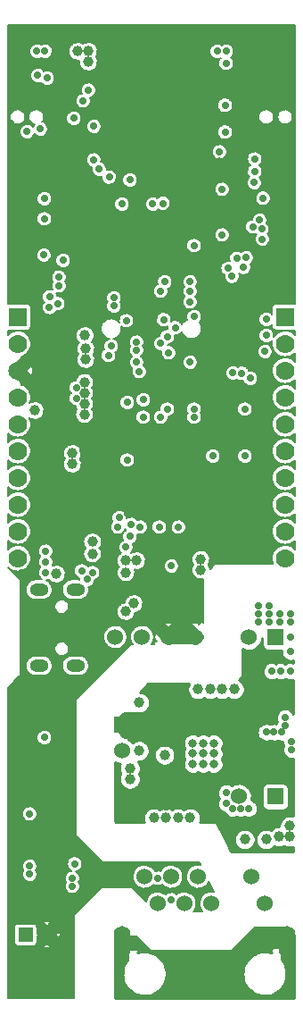
<source format=gbr>
G04 #@! TF.GenerationSoftware,KiCad,Pcbnew,6.0.0-unknown-d3777ea~100~ubuntu18.04.1*
G04 #@! TF.CreationDate,2019-05-24T15:58:07+03:00*
G04 #@! TF.ProjectId,ESP32-PoE-ISO_Rev_C,45535033-322d-4506-9f45-2d49534f5f52,C*
G04 #@! TF.SameCoordinates,Original*
G04 #@! TF.FileFunction,Copper,L2,Inr*
G04 #@! TF.FilePolarity,Positive*
%FSLAX46Y46*%
G04 Gerber Fmt 4.6, Leading zero omitted, Abs format (unit mm)*
G04 Created by KiCad (PCBNEW 6.0.0-unknown-d3777ea~100~ubuntu18.04.1) date 2019-05-24 15:58:07*
%MOMM*%
%LPD*%
G04 APERTURE LIST*
%ADD10C,1.300000*%
%ADD11C,2.000000*%
%ADD12O,1.600000X2.999999*%
%ADD13C,1.524000*%
%ADD14R,1.524000X1.524000*%
%ADD15R,1.400000X1.400000*%
%ADD16C,1.400000*%
%ADD17C,0.800000*%
%ADD18C,1.778000*%
%ADD19R,1.778000X1.778000*%
%ADD20R,0.400000X0.400000*%
%ADD21R,1.422400X1.422400*%
%ADD22O,1.800000X1.200000*%
%ADD23C,0.700000*%
%ADD24C,1.000000*%
%ADD25C,0.900000*%
%ADD26C,1.270000*%
%ADD27C,1.016000*%
%ADD28C,0.762000*%
%ADD29C,0.508000*%
%ADD30C,0.127000*%
%ADD31C,0.254000*%
G04 APERTURE END LIST*
D10*
X104940000Y-104235000D03*
X101340000Y-104235000D03*
X103140000Y-106035000D03*
X103140000Y-102435000D03*
X104940000Y-102435000D03*
X101340000Y-102435000D03*
X104940000Y-106035000D03*
D11*
X103140000Y-104235000D03*
D10*
X101340000Y-106035000D03*
D12*
X117000000Y-182393000D03*
X101400000Y-182393000D03*
D13*
X114915000Y-178793000D03*
X113645000Y-176253000D03*
X109835000Y-178793000D03*
X108565000Y-176253000D03*
X107295000Y-178793000D03*
X106025000Y-176253000D03*
X104755000Y-178793000D03*
X103485000Y-176253000D03*
X113411000Y-153543000D03*
D14*
X115951000Y-153543000D03*
D13*
X108331000Y-153543000D03*
X105791000Y-153543000D03*
X100711000Y-153543000D03*
X103251000Y-153543000D03*
D15*
X92209620Y-181759860D03*
D16*
X94221300Y-181757320D03*
D17*
X108077000Y-163592000D03*
X108077000Y-164592000D03*
X108077000Y-165592000D03*
X109077000Y-163592000D03*
X109077000Y-164592000D03*
X109077000Y-165592000D03*
X110077000Y-164592000D03*
X110077000Y-163592000D03*
X110077000Y-165592000D03*
D13*
X112423000Y-168656000D03*
D14*
X115923000Y-168656000D03*
D13*
X101346000Y-164318000D03*
D14*
X101346000Y-161818000D03*
D18*
X116840000Y-146080000D03*
X116840000Y-143540000D03*
X116840000Y-138460000D03*
X116840000Y-141000000D03*
X116840000Y-135920000D03*
X116840000Y-133380000D03*
D19*
X116840000Y-123220000D03*
D18*
X116840000Y-125760000D03*
X116840000Y-128300000D03*
X116840000Y-130840000D03*
X91440000Y-130840000D03*
X91440000Y-128300000D03*
X91440000Y-125760000D03*
D19*
X91440000Y-123220000D03*
D18*
X91440000Y-133380000D03*
X91440000Y-135920000D03*
X91440000Y-141000000D03*
X91440000Y-138460000D03*
X91440000Y-143540000D03*
X91440000Y-146080000D03*
D20*
X106710000Y-137406000D03*
X106710000Y-136406000D03*
X105910000Y-135606000D03*
X104910000Y-135606000D03*
X104110000Y-136406000D03*
X104110000Y-137406000D03*
X104910000Y-138206000D03*
X105910000Y-138206000D03*
D21*
X105410000Y-136906000D03*
D22*
X93476000Y-149054000D03*
X96946000Y-149054000D03*
X96946000Y-156254000D03*
X93476000Y-156254000D03*
D23*
X96647000Y-177165000D03*
X96647000Y-176403000D03*
X92583000Y-170307000D03*
X92583000Y-175260000D03*
X92583000Y-176022000D03*
D24*
X95123000Y-147574000D03*
X93091000Y-132080000D03*
X107061000Y-153543000D03*
D23*
X105664000Y-150749000D03*
D24*
X106553000Y-151892000D03*
X106553000Y-150749000D03*
X96520000Y-164973000D03*
X95504000Y-164973000D03*
X95504000Y-165989000D03*
X95504000Y-167005000D03*
X95504000Y-168021000D03*
X96520000Y-168021000D03*
D23*
X94996000Y-178054000D03*
X95885000Y-178054000D03*
X94107000Y-178054000D03*
X94996000Y-177165000D03*
X94234000Y-184150000D03*
X92202000Y-184150000D03*
X91186000Y-184150000D03*
X93218000Y-184150000D03*
X96647000Y-154813000D03*
X97409000Y-154813000D03*
X98171000Y-154813000D03*
X98171000Y-154051000D03*
X94424500Y-161480500D03*
X93599000Y-161480500D03*
X93599000Y-159893000D03*
D24*
X96520000Y-171196000D03*
X96520000Y-169037000D03*
X96520000Y-170053000D03*
X95504000Y-169037000D03*
X95504000Y-170053000D03*
X96520000Y-163957000D03*
D23*
X93599000Y-160655000D03*
X91567000Y-157797496D03*
D24*
X111760000Y-142494000D03*
D23*
X115316000Y-145796000D03*
X114173000Y-138176000D03*
X114173000Y-140208000D03*
X106299000Y-132715000D03*
X110109000Y-131826000D03*
X110109000Y-132588000D03*
X101854000Y-141859000D03*
X101346000Y-141224000D03*
X95250000Y-161480500D03*
D24*
X98679000Y-135572500D03*
D23*
X100457000Y-138049000D03*
X99060000Y-138049000D03*
X97663000Y-122936000D03*
X92075000Y-100228400D03*
X92075000Y-100965000D03*
X93472000Y-102108000D03*
X93853000Y-96774000D03*
X114427000Y-96774000D03*
X90805000Y-104902000D03*
X90805000Y-103632000D03*
X90932000Y-121666000D03*
X109855000Y-139785743D03*
X107696000Y-139785743D03*
X108458000Y-139785743D03*
D24*
X96520000Y-96774000D03*
D23*
X95123000Y-96012000D03*
D24*
X109474000Y-108585000D03*
D23*
X115189000Y-98679000D03*
X96393000Y-119507000D03*
X97663000Y-111252000D03*
X97663000Y-112776000D03*
X100076000Y-116600350D03*
X102044500Y-116141500D03*
D24*
X97790000Y-96139000D03*
X100330000Y-96139000D03*
X102870000Y-96139000D03*
X105410000Y-96139000D03*
X107950000Y-96139000D03*
X110490000Y-96139000D03*
D23*
X113030000Y-96012000D03*
X93853000Y-96012000D03*
D24*
X99060000Y-96774000D03*
X101600000Y-97155000D03*
X104140000Y-97155000D03*
X106680000Y-97155000D03*
X109220000Y-97155000D03*
D23*
X114427000Y-96012000D03*
X97663000Y-113538000D03*
X97663000Y-114300000D03*
X97663000Y-115062000D03*
X117348000Y-98679000D03*
X117348000Y-99695000D03*
X117348000Y-100965000D03*
X117348000Y-102235000D03*
X117348000Y-103251000D03*
X117348000Y-105283000D03*
X117348000Y-106299000D03*
X117348000Y-107315000D03*
X117348000Y-108585000D03*
X117348000Y-109855000D03*
X117348000Y-111125000D03*
X117348000Y-112395000D03*
D24*
X100330000Y-100965000D03*
X101600000Y-99695000D03*
X104140000Y-99695000D03*
X106680000Y-99695000D03*
X109220000Y-99695000D03*
X102870000Y-100965000D03*
X105410000Y-100965000D03*
X107950000Y-100965000D03*
X110490000Y-100965000D03*
X109220000Y-102235000D03*
X107950000Y-103505000D03*
X109220000Y-104775000D03*
X107950000Y-106045000D03*
D23*
X116205000Y-103251000D03*
X114935000Y-103251000D03*
X116205000Y-105283000D03*
X114935000Y-105283000D03*
D24*
X110617000Y-108585000D03*
X110617000Y-109728000D03*
D23*
X91948000Y-120142000D03*
D24*
X107569000Y-147193000D03*
D25*
X107569000Y-146177000D03*
D23*
X97663000Y-135890000D03*
X99949000Y-133350000D03*
X91821000Y-147447000D03*
X97663000Y-112014000D03*
D24*
X102489000Y-107696002D03*
X96647000Y-136144000D03*
X96647000Y-137160000D03*
D23*
X93599000Y-105410000D03*
X94477435Y-121303850D03*
X97663000Y-102743000D03*
X110871000Y-111125000D03*
X110871000Y-115442996D03*
X114688913Y-115843128D03*
D24*
X108839000Y-146177000D03*
X108839000Y-147193000D03*
X97790000Y-129413000D03*
X97790000Y-130429000D03*
X97790000Y-131445000D03*
X97790000Y-132461000D03*
X97917000Y-127254000D03*
X97917000Y-126238000D03*
D23*
X97028000Y-129921000D03*
X97028000Y-130937000D03*
X107823000Y-119888000D03*
X107823000Y-120777000D03*
X105410000Y-119888000D03*
X100584000Y-121412000D03*
X100584000Y-122174000D03*
X93281500Y-98044000D03*
D24*
X97155000Y-98044000D03*
D23*
X94043500Y-98044000D03*
D24*
X98171000Y-98044000D03*
D23*
X102743000Y-125603000D03*
X102743000Y-126365000D03*
D24*
X98171000Y-99060000D03*
D23*
X94107000Y-147447000D03*
X98171000Y-101726988D03*
X106712509Y-143129000D03*
X103091479Y-143129000D03*
X96878939Y-175028061D03*
X93980000Y-163067994D03*
X106045000Y-146812000D03*
X104902000Y-143129000D03*
X94107000Y-146431000D03*
X101727000Y-145034000D03*
X100141480Y-109960758D03*
D24*
X97853500Y-124968000D03*
D23*
X93345000Y-100330000D03*
X92329000Y-105664000D03*
X95377000Y-120269000D03*
X111155990Y-105692601D03*
X95367917Y-119442038D03*
X94107000Y-145415000D03*
X102235000Y-142875000D03*
X99187000Y-109219994D03*
X111252000Y-99187000D03*
X111155990Y-103152601D03*
X108204000Y-123190000D03*
X105332150Y-123474968D03*
X94234000Y-100584000D03*
X93980000Y-113919000D03*
X111252000Y-98044000D03*
X106410622Y-124236990D03*
X115062000Y-124968000D03*
X102743000Y-127508000D03*
X94466418Y-122311477D03*
X107823000Y-127508000D03*
X114759018Y-111965009D03*
X107823000Y-121793000D03*
X93929098Y-117348014D03*
X95758000Y-117856000D03*
X108204000Y-116459000D03*
X105029000Y-120777000D03*
X111800119Y-119360801D03*
X112259169Y-117673446D03*
X111887000Y-128523990D03*
X93980000Y-112014000D03*
X112903011Y-118514828D03*
X105791000Y-126619000D03*
X112747155Y-128552845D03*
X113157000Y-117602000D03*
X105226229Y-112447424D03*
X113538000Y-129032000D03*
X105029000Y-125730000D03*
X113918984Y-110490016D03*
X110617000Y-107569000D03*
X108204000Y-131953000D03*
X108204000Y-132715000D03*
X102108000Y-144018000D03*
X98552000Y-147447000D03*
X98044000Y-148082000D03*
X97536000Y-147279360D03*
X101346000Y-112522000D03*
X104267000Y-112522000D03*
X98679000Y-105156000D03*
X98679000Y-108331000D03*
D24*
X117284500Y-172466000D03*
X116268500Y-172466000D03*
X117284500Y-171450000D03*
X102108000Y-165989000D03*
X102108000Y-167005000D03*
X98552000Y-144526000D03*
X98552000Y-145669000D03*
X101727000Y-147447000D03*
X101727000Y-146304000D03*
X102743000Y-146304000D03*
X101727000Y-151130000D03*
X102489000Y-150368000D03*
X113030000Y-172720000D03*
X115062000Y-172720000D03*
D23*
X114622118Y-114876118D03*
X113792000Y-114681000D03*
X110393990Y-98044000D03*
X116840000Y-161163000D03*
X115049300Y-162560000D03*
X115785900Y-162560000D03*
X116522500Y-162560000D03*
X116840000Y-161899600D03*
X101790500Y-123571000D03*
D24*
X105409989Y-164719000D03*
D23*
X100330005Y-125984000D03*
X100076000Y-126873000D03*
X109982000Y-136398000D03*
X105029000Y-132715000D03*
X103378000Y-132715000D03*
X113030000Y-136398000D03*
X102997000Y-128397000D03*
X103378000Y-131064000D03*
X113030000Y-131953000D03*
X102108008Y-110236000D03*
X105664000Y-125095000D03*
X115062000Y-123444000D03*
X95250000Y-121950986D03*
X113982500Y-108250103D03*
X96774000Y-104394000D03*
X114427000Y-114046000D03*
X105664000Y-131953000D03*
X101854000Y-131318000D03*
X101854000Y-136779000D03*
X114935000Y-126492000D03*
X113967984Y-109425000D03*
X111441342Y-118615666D03*
X100965006Y-143129000D03*
X104775000Y-176402960D03*
X106044996Y-178435000D03*
D24*
X112712500Y-164274500D03*
X105537000Y-168275000D03*
X105537000Y-169291000D03*
X104902000Y-163449000D03*
X111633000Y-161417000D03*
X111633000Y-160274000D03*
D23*
X111252000Y-168275000D03*
X111252000Y-169291000D03*
X113411000Y-169799000D03*
X111887000Y-169799000D03*
X112649000Y-169799000D03*
X114300000Y-150622000D03*
X114300000Y-151384000D03*
X115316000Y-152146000D03*
X115316000Y-151384000D03*
X115316000Y-150622000D03*
X116332000Y-152146000D03*
X116332000Y-151384000D03*
X114300000Y-152146000D03*
X117348000Y-151384000D03*
X117348000Y-152146000D03*
X115570000Y-156781500D03*
X116459000Y-156781500D03*
X117348000Y-153543000D03*
X117348000Y-154940000D03*
X117348000Y-156781500D03*
X117475000Y-163449000D03*
X117475000Y-164211000D03*
D24*
X106680000Y-170688000D03*
X105537000Y-170688000D03*
X107823000Y-170688000D03*
X104394000Y-170688000D03*
X112013990Y-158496010D03*
X110871000Y-158496010D03*
X109728000Y-158496000D03*
X108585000Y-158496000D03*
X102997000Y-159766000D03*
X102977000Y-164318000D03*
X106045000Y-184150000D03*
X106045000Y-186690000D03*
X107315000Y-185420000D03*
X108585000Y-184150000D03*
X108585000Y-186690000D03*
X111125000Y-186690000D03*
X117387990Y-187387990D03*
X117387990Y-185420000D03*
X109855000Y-185420000D03*
X111125000Y-184150000D03*
X112395000Y-185420000D03*
X113538000Y-182880000D03*
X114935000Y-182880000D03*
X102870000Y-182880000D03*
X101092000Y-187325000D03*
X101092000Y-185420000D03*
X114935000Y-181483000D03*
D23*
X101092000Y-142240000D03*
D26*
X105791000Y-153543000D02*
X107061000Y-153543000D01*
X108331000Y-153543000D02*
X107061000Y-153543000D01*
X104902000Y-162741894D02*
X104902000Y-161818000D01*
D27*
X104902000Y-163449000D02*
X104902000Y-162741894D01*
D26*
X111633000Y-161417000D02*
X111633000Y-160274000D01*
X111633000Y-161925000D02*
X111633000Y-161417000D01*
X111526000Y-161818000D02*
X111633000Y-161925000D01*
X111633000Y-163195000D02*
X112712500Y-164274500D01*
X111633000Y-161417000D02*
X111633000Y-163195000D01*
X105537000Y-169291000D02*
X105537000Y-168275000D01*
X104902000Y-161818000D02*
X105918000Y-161818000D01*
X103271000Y-161818000D02*
X103251000Y-161818000D01*
X103251000Y-161818000D02*
X104902000Y-161818000D01*
X101346000Y-161818000D02*
X103251000Y-161818000D01*
X105918000Y-161818000D02*
X106680000Y-161818000D01*
X107676000Y-161818000D02*
X106680000Y-162814000D01*
X107950000Y-161818000D02*
X107676000Y-161818000D01*
X106680000Y-161818000D02*
X107950000Y-161818000D01*
X106680000Y-162814000D02*
X106680000Y-161818000D01*
X110256000Y-161818000D02*
X110109000Y-161818000D01*
X111633000Y-163195000D02*
X110256000Y-161818000D01*
X110109000Y-161818000D02*
X111526000Y-161818000D01*
X107950000Y-161818000D02*
X110109000Y-161818000D01*
X111633000Y-160274000D02*
X104795000Y-160274000D01*
X111018000Y-160802000D02*
X111633000Y-161417000D01*
X104267000Y-160802000D02*
X111018000Y-160802000D01*
X104795000Y-160274000D02*
X104267000Y-160802000D01*
X104267000Y-160802000D02*
X103251000Y-161818000D01*
D27*
X104267000Y-162814000D02*
X103271000Y-161818000D01*
X104902000Y-163449000D02*
X104267000Y-162814000D01*
X101727000Y-162687000D02*
X104140000Y-162687000D01*
X101346000Y-162306000D02*
X101727000Y-162687000D01*
X104140000Y-162687000D02*
X104267000Y-162814000D01*
X101346000Y-161818000D02*
X101346000Y-162306000D01*
X103906000Y-161163000D02*
X104267000Y-160802000D01*
X101727000Y-161163000D02*
X103906000Y-161163000D01*
X101346000Y-161544000D02*
X101727000Y-161163000D01*
X101346000Y-161818000D02*
X101346000Y-161544000D01*
X106680000Y-163449000D02*
X104902000Y-163449000D01*
D26*
X105880751Y-162649751D02*
X106680000Y-163449000D01*
X105880751Y-161855249D02*
X105880751Y-162649751D01*
X105918000Y-161818000D02*
X105880751Y-161855249D01*
D27*
X106807000Y-167005000D02*
X106807000Y-162814000D01*
D26*
X106807000Y-162814000D02*
X106680000Y-162814000D01*
D27*
X105537000Y-168275000D02*
X106807000Y-167005000D01*
D28*
X102870000Y-182880000D02*
X101473000Y-182880000D01*
X101473000Y-182880000D02*
X101346000Y-182880000D01*
D27*
X114935000Y-181483000D02*
X116967000Y-181483000D01*
X117387990Y-185420000D02*
X117387990Y-187387990D01*
X117387990Y-185420000D02*
X117387990Y-181903990D01*
X117387990Y-181903990D02*
X116967000Y-181483000D01*
X101092000Y-185420000D02*
X101092000Y-181746042D01*
X101092000Y-181746042D02*
X101350521Y-181487521D01*
D29*
X101408990Y-187641990D02*
X101092000Y-187325000D01*
X117133990Y-187641990D02*
X101408990Y-187641990D01*
X117387990Y-187387990D02*
X117133990Y-187641990D01*
D30*
G36*
X117781701Y-121966401D02*
G01*
X117729000Y-121957607D01*
X115951000Y-121957607D01*
X115859337Y-121969033D01*
X115746773Y-122018408D01*
X115656340Y-122101657D01*
X115597838Y-122209759D01*
X115577607Y-122331000D01*
X115577607Y-122940740D01*
X115559810Y-122919417D01*
X115425778Y-122818966D01*
X115272233Y-122752043D01*
X115107409Y-122722238D01*
X114940150Y-122731150D01*
X114779428Y-122778301D01*
X114633863Y-122861162D01*
X114511264Y-122975287D01*
X114418208Y-123114555D01*
X114359686Y-123271495D01*
X114338839Y-123437689D01*
X114356783Y-123604221D01*
X114412556Y-123762159D01*
X114503168Y-123903030D01*
X114623756Y-124019278D01*
X114767853Y-124104666D01*
X114927728Y-124154615D01*
X115094806Y-124166445D01*
X115260124Y-124139521D01*
X115414815Y-124075288D01*
X115550579Y-123977191D01*
X115577607Y-123945934D01*
X115577607Y-124109000D01*
X115589033Y-124200663D01*
X115638408Y-124313227D01*
X115721657Y-124403660D01*
X115829759Y-124462162D01*
X115951000Y-124482393D01*
X117729000Y-124482393D01*
X117781701Y-124475824D01*
X117781701Y-124926662D01*
X117718507Y-124853451D01*
X117544087Y-124712208D01*
X117347411Y-124604085D01*
X117134697Y-124532499D01*
X116912668Y-124499712D01*
X116688342Y-124506762D01*
X116468809Y-124553425D01*
X116261010Y-124638226D01*
X116071511Y-124758486D01*
X115906304Y-124910402D01*
X115773230Y-125085720D01*
X115778836Y-125063646D01*
X115780396Y-124884879D01*
X115742006Y-124721841D01*
X115667139Y-124572008D01*
X115559810Y-124443417D01*
X115425778Y-124342966D01*
X115272233Y-124276043D01*
X115107409Y-124246238D01*
X114940150Y-124255150D01*
X114779428Y-124302301D01*
X114633863Y-124385162D01*
X114511264Y-124499287D01*
X114418208Y-124638555D01*
X114359686Y-124795495D01*
X114338839Y-124961689D01*
X114356783Y-125128221D01*
X114412556Y-125286159D01*
X114503168Y-125427030D01*
X114623756Y-125543278D01*
X114767853Y-125628666D01*
X114927728Y-125678615D01*
X115094806Y-125690445D01*
X115260124Y-125663521D01*
X115414815Y-125599288D01*
X115550579Y-125501191D01*
X115633730Y-125405030D01*
X115603848Y-125504005D01*
X115578052Y-125726955D01*
X115592144Y-125950949D01*
X115645680Y-126168907D01*
X115736967Y-126373941D01*
X115863119Y-126559568D01*
X116020149Y-126719922D01*
X116203094Y-126849934D01*
X116406171Y-126945495D01*
X116622960Y-127003583D01*
X116846610Y-127022364D01*
X117070051Y-127001242D01*
X117286220Y-126940887D01*
X117488285Y-126843205D01*
X117669858Y-126711284D01*
X117781701Y-126594656D01*
X117781701Y-127466662D01*
X117718507Y-127393451D01*
X117544087Y-127252208D01*
X117347411Y-127144085D01*
X117134697Y-127072499D01*
X116912668Y-127039712D01*
X116688342Y-127046762D01*
X116468809Y-127093425D01*
X116261010Y-127178226D01*
X116071511Y-127298486D01*
X115906304Y-127450402D01*
X115770609Y-127629173D01*
X115668717Y-127829147D01*
X115603848Y-128044005D01*
X115578052Y-128266955D01*
X115592144Y-128490949D01*
X115645680Y-128708907D01*
X115736967Y-128913941D01*
X115863119Y-129099568D01*
X116020149Y-129259922D01*
X116203094Y-129389934D01*
X116406171Y-129485495D01*
X116622960Y-129543583D01*
X116846610Y-129562364D01*
X117070051Y-129541242D01*
X117286220Y-129480887D01*
X117488285Y-129383205D01*
X117669858Y-129251284D01*
X117781701Y-129134656D01*
X117781701Y-130006662D01*
X117718507Y-129933451D01*
X117544087Y-129792208D01*
X117347411Y-129684085D01*
X117134697Y-129612499D01*
X116912668Y-129579712D01*
X116688342Y-129586762D01*
X116468809Y-129633425D01*
X116261010Y-129718226D01*
X116071511Y-129838486D01*
X115906304Y-129990402D01*
X115770609Y-130169173D01*
X115668717Y-130369147D01*
X115603848Y-130584005D01*
X115578052Y-130806955D01*
X115592144Y-131030949D01*
X115645680Y-131248907D01*
X115736967Y-131453941D01*
X115863119Y-131639568D01*
X116020149Y-131799922D01*
X116203094Y-131929934D01*
X116406171Y-132025495D01*
X116622960Y-132083583D01*
X116846610Y-132102364D01*
X117070051Y-132081242D01*
X117286220Y-132020887D01*
X117488285Y-131923205D01*
X117669858Y-131791284D01*
X117781701Y-131674656D01*
X117781701Y-132546661D01*
X117718507Y-132473451D01*
X117544087Y-132332208D01*
X117347411Y-132224085D01*
X117134697Y-132152499D01*
X116912668Y-132119712D01*
X116688342Y-132126762D01*
X116468809Y-132173425D01*
X116261010Y-132258226D01*
X116071511Y-132378486D01*
X115906304Y-132530402D01*
X115770609Y-132709173D01*
X115668717Y-132909147D01*
X115603848Y-133124005D01*
X115578052Y-133346955D01*
X115592144Y-133570949D01*
X115645680Y-133788907D01*
X115736967Y-133993941D01*
X115863119Y-134179568D01*
X116020149Y-134339922D01*
X116203094Y-134469934D01*
X116406171Y-134565495D01*
X116622960Y-134623583D01*
X116846610Y-134642364D01*
X117070051Y-134621242D01*
X117286220Y-134560887D01*
X117488285Y-134463205D01*
X117669858Y-134331284D01*
X117781701Y-134214656D01*
X117781701Y-135086661D01*
X117718507Y-135013451D01*
X117544087Y-134872208D01*
X117347411Y-134764085D01*
X117134697Y-134692499D01*
X116912668Y-134659712D01*
X116688342Y-134666762D01*
X116468809Y-134713425D01*
X116261010Y-134798226D01*
X116071511Y-134918486D01*
X115906304Y-135070402D01*
X115770609Y-135249173D01*
X115668717Y-135449147D01*
X115603848Y-135664005D01*
X115578052Y-135886955D01*
X115592144Y-136110949D01*
X115645680Y-136328907D01*
X115736967Y-136533941D01*
X115863119Y-136719568D01*
X116020149Y-136879922D01*
X116203094Y-137009934D01*
X116406171Y-137105495D01*
X116622960Y-137163583D01*
X116846610Y-137182364D01*
X117070051Y-137161242D01*
X117286220Y-137100887D01*
X117488285Y-137003205D01*
X117669858Y-136871284D01*
X117781701Y-136754656D01*
X117781701Y-137626661D01*
X117718507Y-137553451D01*
X117544087Y-137412208D01*
X117347411Y-137304085D01*
X117134697Y-137232499D01*
X116912668Y-137199712D01*
X116688342Y-137206762D01*
X116468809Y-137253425D01*
X116261010Y-137338226D01*
X116071511Y-137458486D01*
X115906304Y-137610402D01*
X115770609Y-137789173D01*
X115668717Y-137989147D01*
X115603848Y-138204005D01*
X115578052Y-138426955D01*
X115592144Y-138650949D01*
X115645680Y-138868907D01*
X115736967Y-139073941D01*
X115863119Y-139259568D01*
X116020149Y-139419922D01*
X116203094Y-139549934D01*
X116406171Y-139645495D01*
X116622960Y-139703583D01*
X116846610Y-139722364D01*
X117070051Y-139701242D01*
X117286220Y-139640887D01*
X117488285Y-139543205D01*
X117669858Y-139411284D01*
X117781701Y-139294656D01*
X117781701Y-140166661D01*
X117718507Y-140093451D01*
X117544087Y-139952208D01*
X117347411Y-139844085D01*
X117134697Y-139772499D01*
X116912668Y-139739712D01*
X116688342Y-139746762D01*
X116468809Y-139793425D01*
X116261010Y-139878226D01*
X116071511Y-139998486D01*
X115906304Y-140150402D01*
X115770609Y-140329173D01*
X115668717Y-140529147D01*
X115603848Y-140744005D01*
X115578052Y-140966955D01*
X115592144Y-141190949D01*
X115645680Y-141408907D01*
X115736967Y-141613941D01*
X115863119Y-141799568D01*
X116020149Y-141959922D01*
X116203094Y-142089934D01*
X116406171Y-142185495D01*
X116622960Y-142243583D01*
X116846610Y-142262364D01*
X117070051Y-142241242D01*
X117286220Y-142180887D01*
X117488285Y-142083205D01*
X117669858Y-141951284D01*
X117781700Y-141834656D01*
X117781700Y-142706661D01*
X117718507Y-142633451D01*
X117544087Y-142492208D01*
X117347411Y-142384085D01*
X117134697Y-142312499D01*
X116912668Y-142279712D01*
X116688342Y-142286762D01*
X116468809Y-142333425D01*
X116261010Y-142418226D01*
X116071511Y-142538486D01*
X115906304Y-142690402D01*
X115770609Y-142869173D01*
X115668717Y-143069147D01*
X115603848Y-143284005D01*
X115578052Y-143506955D01*
X115592144Y-143730949D01*
X115645680Y-143948907D01*
X115736967Y-144153941D01*
X115863119Y-144339568D01*
X116020149Y-144499922D01*
X116203094Y-144629934D01*
X116406171Y-144725495D01*
X116622960Y-144783583D01*
X116846610Y-144802364D01*
X117070051Y-144781242D01*
X117286220Y-144720887D01*
X117488285Y-144623205D01*
X117669858Y-144491284D01*
X117781700Y-144374656D01*
X117781700Y-145246661D01*
X117718507Y-145173451D01*
X117544087Y-145032208D01*
X117347411Y-144924085D01*
X117134697Y-144852499D01*
X116912668Y-144819712D01*
X116688342Y-144826762D01*
X116468809Y-144873425D01*
X116261010Y-144958226D01*
X116071511Y-145078486D01*
X115906304Y-145230402D01*
X115770609Y-145409173D01*
X115668717Y-145609147D01*
X115603848Y-145824005D01*
X115578052Y-146046955D01*
X115592144Y-146270949D01*
X115645680Y-146488907D01*
X115704714Y-146621500D01*
X110236000Y-146621500D01*
X110191099Y-146640099D01*
X109707223Y-147123975D01*
X109707311Y-147098671D01*
X109666800Y-146914415D01*
X109587667Y-146743155D01*
X109543631Y-146685140D01*
X109584508Y-146632060D01*
X109664835Y-146461358D01*
X109706632Y-146277388D01*
X109707311Y-146082671D01*
X109666800Y-145898415D01*
X109587667Y-145727155D01*
X109473605Y-145576884D01*
X109329935Y-145454611D01*
X109163360Y-145366042D01*
X108981652Y-145315308D01*
X108793289Y-145304777D01*
X108607058Y-145334940D01*
X108431649Y-145404389D01*
X108275244Y-145509885D01*
X108145142Y-145646506D01*
X108047413Y-145807877D01*
X107986615Y-145986469D01*
X107965585Y-146173951D01*
X107985305Y-146361575D01*
X108044855Y-146540588D01*
X108131228Y-146685480D01*
X108047413Y-146823877D01*
X107986615Y-147002469D01*
X107965585Y-147189951D01*
X107985305Y-147377575D01*
X108044855Y-147556588D01*
X108141456Y-147718637D01*
X108270601Y-147856163D01*
X108426265Y-147962748D01*
X108601185Y-148033420D01*
X108787201Y-148064883D01*
X108975633Y-148055667D01*
X109054900Y-148034131D01*
X109054900Y-152233066D01*
X108943804Y-152121970D01*
X108669562Y-152396212D01*
X108580139Y-152227796D01*
X108347971Y-152204514D01*
X108115288Y-152221902D01*
X108081861Y-152227796D01*
X107992437Y-152396214D01*
X108331000Y-152734777D01*
X108345143Y-152720635D01*
X109054900Y-153430392D01*
X109054900Y-153655608D01*
X108469008Y-154241500D01*
X108192992Y-154241500D01*
X107508635Y-153557143D01*
X107522777Y-153543000D01*
X107184214Y-153204437D01*
X107061000Y-153269859D01*
X106937786Y-153204437D01*
X106599223Y-153543000D01*
X106613366Y-153557143D01*
X105929008Y-154241500D01*
X105652992Y-154241500D01*
X104968635Y-153557143D01*
X104982777Y-153543000D01*
X104644214Y-153204437D01*
X104475796Y-153293861D01*
X104452514Y-153526029D01*
X104469902Y-153758712D01*
X104475796Y-153792139D01*
X104644212Y-153881562D01*
X104369970Y-154155804D01*
X104455666Y-154241500D01*
X104145024Y-154241500D01*
X104257232Y-154069045D01*
X104338551Y-153869281D01*
X104380628Y-153657743D01*
X104381402Y-153436146D01*
X104340802Y-153224320D01*
X104260880Y-153023992D01*
X104144518Y-152842392D01*
X103995916Y-152686072D01*
X103820436Y-152560672D01*
X103624409Y-152470716D01*
X103414908Y-152419452D01*
X103199493Y-152408728D01*
X102985937Y-152438931D01*
X102781944Y-152508972D01*
X102594877Y-152616324D01*
X102431484Y-152757112D01*
X102297661Y-152926257D01*
X102198237Y-153117656D01*
X102136800Y-153324403D01*
X102115566Y-153539037D01*
X102135301Y-153753813D01*
X102195294Y-153960984D01*
X102293379Y-154153072D01*
X102362342Y-154241500D01*
X102235000Y-154241500D01*
X102190099Y-154260099D01*
X96995799Y-159454399D01*
X96977200Y-159499300D01*
X96977200Y-172326300D01*
X96995799Y-172371201D01*
X99446899Y-174822301D01*
X99491800Y-174840900D01*
X108698037Y-174840900D01*
X108856899Y-175160771D01*
X108728908Y-175129452D01*
X108513493Y-175118728D01*
X108299937Y-175148931D01*
X108095944Y-175218972D01*
X107908877Y-175326324D01*
X107745484Y-175467112D01*
X107611661Y-175636257D01*
X107512237Y-175827656D01*
X107450800Y-176034403D01*
X107429566Y-176249037D01*
X107449301Y-176463813D01*
X107509294Y-176670984D01*
X107607379Y-176863072D01*
X107740017Y-177033147D01*
X107902423Y-177175073D01*
X108088737Y-177283728D01*
X108292235Y-177355191D01*
X108505576Y-177386885D01*
X108721060Y-177377665D01*
X108930914Y-177327864D01*
X109127564Y-177239280D01*
X109303916Y-177115108D01*
X109453605Y-176959829D01*
X109571232Y-176779045D01*
X109611490Y-176680149D01*
X110117197Y-177698397D01*
X109998908Y-177669452D01*
X109783493Y-177658728D01*
X109569937Y-177688931D01*
X109365944Y-177758972D01*
X109178877Y-177866324D01*
X109015484Y-178007112D01*
X108881661Y-178176257D01*
X108782237Y-178367656D01*
X108720800Y-178574403D01*
X108699566Y-178789037D01*
X108719301Y-179003813D01*
X108779294Y-179210984D01*
X108877379Y-179403072D01*
X108964279Y-179514500D01*
X108169462Y-179514500D01*
X108183605Y-179499829D01*
X108301232Y-179319045D01*
X108382551Y-179119281D01*
X108424628Y-178907743D01*
X108425402Y-178686146D01*
X108384802Y-178474320D01*
X108304880Y-178273992D01*
X108188518Y-178092392D01*
X108039916Y-177936072D01*
X107864436Y-177810672D01*
X107668409Y-177720716D01*
X107458908Y-177669452D01*
X107243493Y-177658728D01*
X107029937Y-177688931D01*
X106825944Y-177758972D01*
X106638877Y-177866324D01*
X106561588Y-177932920D01*
X106542806Y-177910417D01*
X106408774Y-177809966D01*
X106255229Y-177743043D01*
X106090405Y-177713238D01*
X105923146Y-177722150D01*
X105762424Y-177769301D01*
X105616859Y-177852162D01*
X105512499Y-177949309D01*
X105499916Y-177936072D01*
X105324436Y-177810672D01*
X105128409Y-177720716D01*
X104918908Y-177669452D01*
X104703493Y-177658728D01*
X104489937Y-177688931D01*
X104285944Y-177758972D01*
X104098877Y-177866324D01*
X103935484Y-178007112D01*
X103801661Y-178176257D01*
X103702237Y-178367656D01*
X103640800Y-178574403D01*
X103637776Y-178604974D01*
X102279901Y-177247099D01*
X102235000Y-177228500D01*
X99441000Y-177228500D01*
X99396099Y-177247099D01*
X96856099Y-179787099D01*
X96837500Y-179832000D01*
X96837500Y-187781700D01*
X90518300Y-187781700D01*
X90518300Y-182853822D01*
X93933021Y-182853822D01*
X94012652Y-183016794D01*
X94240893Y-183033809D01*
X94429948Y-183016794D01*
X94509579Y-182853822D01*
X94221300Y-182565543D01*
X93933021Y-182853822D01*
X90518300Y-182853822D01*
X90518300Y-181059860D01*
X91136227Y-181059860D01*
X91136227Y-182459860D01*
X91147653Y-182551523D01*
X91197028Y-182664087D01*
X91280277Y-182754520D01*
X91388379Y-182813022D01*
X91509620Y-182833253D01*
X92909620Y-182833253D01*
X93001283Y-182821827D01*
X93113847Y-182772452D01*
X93204280Y-182689203D01*
X93262782Y-182581101D01*
X93283013Y-182459860D01*
X93283013Y-181887384D01*
X93413077Y-181757320D01*
X95029523Y-181757320D01*
X95317802Y-182045599D01*
X95480774Y-181965968D01*
X95497789Y-181737727D01*
X95480774Y-181548672D01*
X95317802Y-181469041D01*
X95029523Y-181757320D01*
X93413077Y-181757320D01*
X93283013Y-181627256D01*
X93283013Y-181059860D01*
X93271587Y-180968197D01*
X93222212Y-180855633D01*
X93138963Y-180765200D01*
X93030861Y-180706698D01*
X92909620Y-180686467D01*
X91509620Y-180686467D01*
X91417957Y-180697893D01*
X91305393Y-180747268D01*
X91214960Y-180830517D01*
X91156458Y-180938619D01*
X91136227Y-181059860D01*
X90518300Y-181059860D01*
X90518300Y-180660818D01*
X93933021Y-180660818D01*
X94221300Y-180949097D01*
X94509579Y-180660818D01*
X94429948Y-180497846D01*
X94201707Y-180480831D01*
X94012652Y-180497846D01*
X93933021Y-180660818D01*
X90518300Y-180660818D01*
X90518300Y-175253689D01*
X91859839Y-175253689D01*
X91877783Y-175420221D01*
X91933556Y-175578159D01*
X91973820Y-175640755D01*
X91939208Y-175692555D01*
X91880686Y-175849495D01*
X91859839Y-176015689D01*
X91877783Y-176182221D01*
X91933556Y-176340159D01*
X92024168Y-176481030D01*
X92144756Y-176597278D01*
X92288853Y-176682666D01*
X92448728Y-176732615D01*
X92615806Y-176744445D01*
X92781124Y-176717521D01*
X92935815Y-176653288D01*
X93071579Y-176555191D01*
X93181136Y-176428493D01*
X93197727Y-176396689D01*
X95923839Y-176396689D01*
X95941783Y-176563221D01*
X95997556Y-176721159D01*
X96037820Y-176783755D01*
X96003208Y-176835555D01*
X95944686Y-176992495D01*
X95923839Y-177158689D01*
X95941783Y-177325221D01*
X95997556Y-177483159D01*
X96088168Y-177624030D01*
X96208756Y-177740278D01*
X96352853Y-177825666D01*
X96512728Y-177875615D01*
X96679806Y-177887445D01*
X96845124Y-177860521D01*
X96999815Y-177796288D01*
X97135579Y-177698191D01*
X97245136Y-177571493D01*
X97322606Y-177422989D01*
X97363836Y-177260646D01*
X97365396Y-177081879D01*
X97327006Y-176918841D01*
X97259045Y-176782830D01*
X97322606Y-176660989D01*
X97363836Y-176498646D01*
X97365396Y-176319879D01*
X97348716Y-176249037D01*
X102349566Y-176249037D01*
X102369301Y-176463813D01*
X102429294Y-176670984D01*
X102527379Y-176863072D01*
X102660017Y-177033147D01*
X102822423Y-177175073D01*
X103008737Y-177283728D01*
X103212235Y-177355191D01*
X103425576Y-177386885D01*
X103641060Y-177377665D01*
X103850914Y-177327864D01*
X104047564Y-177239280D01*
X104223916Y-177115108D01*
X104348914Y-176985442D01*
X104480853Y-177063626D01*
X104640728Y-177113575D01*
X104807806Y-177125405D01*
X104973124Y-177098481D01*
X105127815Y-177034248D01*
X105174544Y-177000484D01*
X105200017Y-177033147D01*
X105362423Y-177175073D01*
X105548737Y-177283728D01*
X105752235Y-177355191D01*
X105965576Y-177386885D01*
X106181060Y-177377665D01*
X106390914Y-177327864D01*
X106587564Y-177239280D01*
X106763916Y-177115108D01*
X106913605Y-176959829D01*
X107031232Y-176779045D01*
X107112551Y-176579281D01*
X107154628Y-176367743D01*
X107155402Y-176146146D01*
X107114802Y-175934320D01*
X107034880Y-175733992D01*
X106918518Y-175552392D01*
X106769916Y-175396072D01*
X106594436Y-175270672D01*
X106398409Y-175180716D01*
X106188908Y-175129452D01*
X105973493Y-175118728D01*
X105759937Y-175148931D01*
X105555944Y-175218972D01*
X105368877Y-175326324D01*
X105205484Y-175467112D01*
X105071661Y-175636257D01*
X105024046Y-175727920D01*
X104985233Y-175711003D01*
X104820409Y-175681198D01*
X104653150Y-175690110D01*
X104495791Y-175736275D01*
X104494880Y-175733992D01*
X104378518Y-175552392D01*
X104229916Y-175396072D01*
X104054436Y-175270672D01*
X103858409Y-175180716D01*
X103648908Y-175129452D01*
X103433493Y-175118728D01*
X103219937Y-175148931D01*
X103015944Y-175218972D01*
X102828877Y-175326324D01*
X102665484Y-175467112D01*
X102531661Y-175636257D01*
X102432237Y-175827656D01*
X102370800Y-176034403D01*
X102349566Y-176249037D01*
X97348716Y-176249037D01*
X97327006Y-176156841D01*
X97252139Y-176007008D01*
X97144810Y-175878417D01*
X97010778Y-175777966D01*
X96937974Y-175746234D01*
X97077063Y-175723582D01*
X97231754Y-175659349D01*
X97367518Y-175561252D01*
X97477075Y-175434554D01*
X97554545Y-175286050D01*
X97595775Y-175123707D01*
X97597335Y-174944940D01*
X97558945Y-174781902D01*
X97484078Y-174632069D01*
X97376749Y-174503478D01*
X97242717Y-174403027D01*
X97089172Y-174336104D01*
X96924348Y-174306299D01*
X96757089Y-174315211D01*
X96596367Y-174362362D01*
X96450802Y-174445223D01*
X96328203Y-174559348D01*
X96235147Y-174698616D01*
X96176625Y-174855556D01*
X96155778Y-175021750D01*
X96173722Y-175188282D01*
X96229495Y-175346220D01*
X96320107Y-175487091D01*
X96440695Y-175603339D01*
X96582075Y-175687117D01*
X96525150Y-175690150D01*
X96364428Y-175737301D01*
X96218863Y-175820162D01*
X96096264Y-175934287D01*
X96003208Y-176073555D01*
X95944686Y-176230495D01*
X95923839Y-176396689D01*
X93197727Y-176396689D01*
X93258606Y-176279989D01*
X93299836Y-176117646D01*
X93301396Y-175938879D01*
X93263006Y-175775841D01*
X93195045Y-175639830D01*
X93258606Y-175517989D01*
X93299836Y-175355646D01*
X93301396Y-175176879D01*
X93263006Y-175013841D01*
X93188139Y-174864008D01*
X93080810Y-174735417D01*
X92946778Y-174634966D01*
X92793233Y-174568043D01*
X92628409Y-174538238D01*
X92461150Y-174547150D01*
X92300428Y-174594301D01*
X92154863Y-174677162D01*
X92032264Y-174791287D01*
X91939208Y-174930555D01*
X91880686Y-175087495D01*
X91859839Y-175253689D01*
X90518300Y-175253689D01*
X90518300Y-170300689D01*
X91859839Y-170300689D01*
X91877783Y-170467221D01*
X91933556Y-170625159D01*
X92024168Y-170766030D01*
X92144756Y-170882278D01*
X92288853Y-170967666D01*
X92448728Y-171017615D01*
X92615806Y-171029445D01*
X92781124Y-171002521D01*
X92935815Y-170938288D01*
X93071579Y-170840191D01*
X93181136Y-170713493D01*
X93258606Y-170564989D01*
X93299836Y-170402646D01*
X93301396Y-170223879D01*
X93263006Y-170060841D01*
X93188139Y-169911008D01*
X93080810Y-169782417D01*
X92946778Y-169681966D01*
X92793233Y-169615043D01*
X92628409Y-169585238D01*
X92461150Y-169594150D01*
X92300428Y-169641301D01*
X92154863Y-169724162D01*
X92032264Y-169838287D01*
X91939208Y-169977555D01*
X91880686Y-170134495D01*
X91859839Y-170300689D01*
X90518300Y-170300689D01*
X90518300Y-163061683D01*
X93256839Y-163061683D01*
X93274783Y-163228215D01*
X93330556Y-163386153D01*
X93421168Y-163527024D01*
X93541756Y-163643272D01*
X93685853Y-163728660D01*
X93845728Y-163778609D01*
X94012806Y-163790439D01*
X94178124Y-163763515D01*
X94332815Y-163699282D01*
X94468579Y-163601185D01*
X94578136Y-163474487D01*
X94655606Y-163325983D01*
X94696836Y-163163640D01*
X94698396Y-162984873D01*
X94660006Y-162821835D01*
X94585139Y-162672002D01*
X94477810Y-162543411D01*
X94343778Y-162442960D01*
X94190233Y-162376037D01*
X94025409Y-162346232D01*
X93858150Y-162355144D01*
X93697428Y-162402295D01*
X93551863Y-162485156D01*
X93429264Y-162599281D01*
X93336208Y-162738549D01*
X93277686Y-162895489D01*
X93256839Y-163061683D01*
X90518300Y-163061683D01*
X90518300Y-158352554D01*
X91582629Y-157288226D01*
X91601297Y-157276172D01*
X91625932Y-157244923D01*
X91632059Y-157238796D01*
X91644629Y-157221207D01*
X91677206Y-157179883D01*
X91678914Y-157173229D01*
X91685316Y-157164271D01*
X91720448Y-157046799D01*
X91718300Y-156992132D01*
X91718300Y-156301545D01*
X92203869Y-156301545D01*
X92233285Y-156496048D01*
X92301210Y-156680664D01*
X92404870Y-156847850D01*
X92540030Y-156990778D01*
X92701170Y-157103609D01*
X92881706Y-157181734D01*
X93143747Y-157222300D01*
X93825156Y-157222300D01*
X93971708Y-157207414D01*
X94159421Y-157148588D01*
X94331472Y-157053219D01*
X94480831Y-156925202D01*
X94601399Y-156769767D01*
X94688250Y-156593263D01*
X94737836Y-156402900D01*
X94743147Y-156301545D01*
X95673869Y-156301545D01*
X95703285Y-156496048D01*
X95771210Y-156680664D01*
X95874870Y-156847850D01*
X96010030Y-156990778D01*
X96171170Y-157103609D01*
X96351706Y-157181734D01*
X96613747Y-157222300D01*
X97295156Y-157222300D01*
X97441708Y-157207414D01*
X97629421Y-157148588D01*
X97801472Y-157053219D01*
X97950831Y-156925202D01*
X98071399Y-156769767D01*
X98158250Y-156593263D01*
X98207836Y-156402900D01*
X98218131Y-156206455D01*
X98188715Y-156011952D01*
X98120790Y-155827336D01*
X98017130Y-155660150D01*
X97881970Y-155517222D01*
X97720830Y-155404391D01*
X97540294Y-155326266D01*
X97278253Y-155285700D01*
X96596844Y-155285700D01*
X96450292Y-155300586D01*
X96262579Y-155359412D01*
X96090528Y-155454781D01*
X95941169Y-155582798D01*
X95820601Y-155738233D01*
X95733750Y-155914737D01*
X95684164Y-156105100D01*
X95673869Y-156301545D01*
X94743147Y-156301545D01*
X94748131Y-156206455D01*
X94718715Y-156011952D01*
X94650790Y-155827336D01*
X94547130Y-155660150D01*
X94411970Y-155517222D01*
X94250830Y-155404391D01*
X94070294Y-155326266D01*
X93808253Y-155285700D01*
X93126844Y-155285700D01*
X92980292Y-155300586D01*
X92792579Y-155359412D01*
X92620528Y-155454781D01*
X92471169Y-155582798D01*
X92350601Y-155738233D01*
X92263750Y-155914737D01*
X92214164Y-156105100D01*
X92203869Y-156301545D01*
X91718300Y-156301545D01*
X91718300Y-154727874D01*
X94956858Y-154727874D01*
X94993794Y-154885354D01*
X95067229Y-155029478D01*
X95172923Y-155151926D01*
X95304773Y-155245627D01*
X95455168Y-155305172D01*
X95615426Y-155327125D01*
X95776294Y-155310217D01*
X95928485Y-155255425D01*
X96063214Y-155165911D01*
X96172701Y-155046845D01*
X96250627Y-154905098D01*
X96292492Y-154748856D01*
X96294332Y-154573123D01*
X96255748Y-154416038D01*
X96180808Y-154272691D01*
X96073838Y-154151357D01*
X95941014Y-154059042D01*
X95790004Y-154001074D01*
X95629525Y-153980801D01*
X95468843Y-153999393D01*
X95317233Y-154055776D01*
X95183450Y-154146695D01*
X95075215Y-154266902D01*
X94998778Y-154409456D01*
X94958551Y-154566129D01*
X94956858Y-154727874D01*
X91718300Y-154727874D01*
X91718300Y-153539037D01*
X99575566Y-153539037D01*
X99595301Y-153753813D01*
X99655294Y-153960984D01*
X99753379Y-154153072D01*
X99886017Y-154323147D01*
X100048423Y-154465073D01*
X100234737Y-154573728D01*
X100438235Y-154645191D01*
X100651576Y-154676885D01*
X100867060Y-154667665D01*
X101076914Y-154617864D01*
X101273564Y-154529280D01*
X101449916Y-154405108D01*
X101599605Y-154249829D01*
X101717232Y-154069045D01*
X101798551Y-153869281D01*
X101840628Y-153657743D01*
X101841402Y-153436146D01*
X101800802Y-153224320D01*
X101720880Y-153023992D01*
X101604518Y-152842392D01*
X101455916Y-152686072D01*
X101280436Y-152560672D01*
X101084409Y-152470716D01*
X100874908Y-152419452D01*
X100659493Y-152408728D01*
X100445937Y-152438931D01*
X100241944Y-152508972D01*
X100054877Y-152616324D01*
X99891484Y-152757112D01*
X99757661Y-152926257D01*
X99658237Y-153117656D01*
X99596800Y-153324403D01*
X99575566Y-153539037D01*
X91718300Y-153539037D01*
X91718300Y-152396214D01*
X105452437Y-152396214D01*
X105791000Y-152734777D01*
X106129563Y-152396214D01*
X106040139Y-152227796D01*
X105807971Y-152204514D01*
X105575288Y-152221902D01*
X105541861Y-152227796D01*
X105452437Y-152396214D01*
X91718300Y-152396214D01*
X91718300Y-150727874D01*
X94956858Y-150727874D01*
X94993794Y-150885354D01*
X95067229Y-151029478D01*
X95172923Y-151151926D01*
X95304773Y-151245627D01*
X95455168Y-151305172D01*
X95615426Y-151327125D01*
X95776294Y-151310217D01*
X95928485Y-151255425D01*
X96063214Y-151165911D01*
X96099039Y-151126951D01*
X100853585Y-151126951D01*
X100873305Y-151314575D01*
X100932855Y-151493588D01*
X101029456Y-151655637D01*
X101158601Y-151793163D01*
X101314265Y-151899748D01*
X101489185Y-151970420D01*
X101675201Y-152001883D01*
X101863633Y-151992667D01*
X102045691Y-151943203D01*
X102212880Y-151855798D01*
X102357400Y-151734532D01*
X102472508Y-151585060D01*
X102552835Y-151414358D01*
X102594220Y-151232203D01*
X102625633Y-151230667D01*
X102807691Y-151181203D01*
X102974880Y-151093798D01*
X103119400Y-150972532D01*
X103234508Y-150823060D01*
X103314835Y-150652358D01*
X103356632Y-150468388D01*
X103357311Y-150273671D01*
X103316800Y-150089415D01*
X103237667Y-149918155D01*
X103123605Y-149767884D01*
X102979935Y-149645611D01*
X102813360Y-149557042D01*
X102631652Y-149506308D01*
X102443289Y-149495777D01*
X102257058Y-149525940D01*
X102081649Y-149595389D01*
X101925244Y-149700885D01*
X101795142Y-149837506D01*
X101697413Y-149998877D01*
X101636615Y-150177469D01*
X101626613Y-150266633D01*
X101495058Y-150287940D01*
X101319649Y-150357389D01*
X101163244Y-150462885D01*
X101033142Y-150599506D01*
X100935413Y-150760877D01*
X100874615Y-150939469D01*
X100853585Y-151126951D01*
X96099039Y-151126951D01*
X96172701Y-151046845D01*
X96250627Y-150905098D01*
X96292492Y-150748856D01*
X96294332Y-150573123D01*
X96255748Y-150416038D01*
X96180808Y-150272691D01*
X96073838Y-150151357D01*
X95941014Y-150059042D01*
X95790004Y-150001074D01*
X95629525Y-149980801D01*
X95468843Y-149999393D01*
X95317233Y-150055776D01*
X95183450Y-150146695D01*
X95075215Y-150266902D01*
X94998778Y-150409456D01*
X94958551Y-150566129D01*
X94956858Y-150727874D01*
X91718300Y-150727874D01*
X91718300Y-149101545D01*
X92203869Y-149101545D01*
X92233285Y-149296048D01*
X92301210Y-149480664D01*
X92404870Y-149647850D01*
X92540030Y-149790778D01*
X92701170Y-149903609D01*
X92881706Y-149981734D01*
X93143747Y-150022300D01*
X93825156Y-150022300D01*
X93971708Y-150007414D01*
X94159421Y-149948588D01*
X94331472Y-149853219D01*
X94480831Y-149725202D01*
X94601399Y-149569767D01*
X94688250Y-149393263D01*
X94737836Y-149202900D01*
X94743147Y-149101545D01*
X95673869Y-149101545D01*
X95703285Y-149296048D01*
X95771210Y-149480664D01*
X95874870Y-149647850D01*
X96010030Y-149790778D01*
X96171170Y-149903609D01*
X96351706Y-149981734D01*
X96613747Y-150022300D01*
X97295156Y-150022300D01*
X97441708Y-150007414D01*
X97629421Y-149948588D01*
X97801472Y-149853219D01*
X97950831Y-149725202D01*
X98071399Y-149569767D01*
X98158250Y-149393263D01*
X98207836Y-149202900D01*
X98218131Y-149006455D01*
X98188715Y-148811952D01*
X98179783Y-148787674D01*
X98242124Y-148777521D01*
X98396815Y-148713288D01*
X98532579Y-148615191D01*
X98642136Y-148488493D01*
X98719606Y-148339989D01*
X98760836Y-148177646D01*
X98761183Y-148137929D01*
X98904815Y-148078288D01*
X99040579Y-147980191D01*
X99150136Y-147853493D01*
X99227606Y-147704989D01*
X99268836Y-147542646D01*
X99270396Y-147363879D01*
X99232006Y-147200841D01*
X99157139Y-147051008D01*
X99049810Y-146922417D01*
X98915778Y-146821966D01*
X98762233Y-146755043D01*
X98597409Y-146725238D01*
X98430150Y-146734150D01*
X98269428Y-146781301D01*
X98124707Y-146863681D01*
X98033810Y-146754777D01*
X97899778Y-146654326D01*
X97746233Y-146587403D01*
X97581409Y-146557598D01*
X97414150Y-146566510D01*
X97253428Y-146613661D01*
X97107863Y-146696522D01*
X96985264Y-146810647D01*
X96892208Y-146949915D01*
X96833686Y-147106855D01*
X96812839Y-147273049D01*
X96830783Y-147439581D01*
X96886556Y-147597519D01*
X96977168Y-147738390D01*
X97097756Y-147854638D01*
X97241853Y-147940026D01*
X97334236Y-147968889D01*
X97320839Y-148075689D01*
X97322658Y-148092574D01*
X97278253Y-148085700D01*
X96596844Y-148085700D01*
X96450292Y-148100586D01*
X96262579Y-148159412D01*
X96090528Y-148254781D01*
X95941169Y-148382798D01*
X95820601Y-148538233D01*
X95733750Y-148714737D01*
X95684164Y-148905100D01*
X95673869Y-149101545D01*
X94743147Y-149101545D01*
X94748131Y-149006455D01*
X94718715Y-148811952D01*
X94650790Y-148627336D01*
X94547130Y-148460150D01*
X94411970Y-148317222D01*
X94250830Y-148204391D01*
X94161798Y-148165863D01*
X94305124Y-148142521D01*
X94422072Y-148093960D01*
X94425456Y-148099637D01*
X94554601Y-148237163D01*
X94710265Y-148343748D01*
X94885185Y-148414420D01*
X95071201Y-148445883D01*
X95259633Y-148436667D01*
X95441691Y-148387203D01*
X95608880Y-148299798D01*
X95753400Y-148178532D01*
X95868508Y-148029060D01*
X95948835Y-147858358D01*
X95990632Y-147674388D01*
X95991311Y-147479671D01*
X95950800Y-147295415D01*
X95871667Y-147124155D01*
X95757605Y-146973884D01*
X95613935Y-146851611D01*
X95447360Y-146763042D01*
X95265652Y-146712308D01*
X95077289Y-146701777D01*
X94891058Y-146731940D01*
X94726136Y-146797237D01*
X94782606Y-146688989D01*
X94823836Y-146526646D01*
X94825396Y-146347879D01*
X94787006Y-146184841D01*
X94712139Y-146035008D01*
X94618018Y-145922241D01*
X94705136Y-145821493D01*
X94782606Y-145672989D01*
X94823836Y-145510646D01*
X94825396Y-145331879D01*
X94787006Y-145168841D01*
X94712139Y-145019008D01*
X94604810Y-144890417D01*
X94470778Y-144789966D01*
X94317233Y-144723043D01*
X94152409Y-144693238D01*
X93985150Y-144702150D01*
X93824428Y-144749301D01*
X93678863Y-144832162D01*
X93556264Y-144946287D01*
X93463208Y-145085555D01*
X93404686Y-145242495D01*
X93383839Y-145408689D01*
X93401783Y-145575221D01*
X93457556Y-145733159D01*
X93548168Y-145874030D01*
X93598722Y-145922764D01*
X93556264Y-145962287D01*
X93463208Y-146101555D01*
X93404686Y-146258495D01*
X93383839Y-146424689D01*
X93401783Y-146591221D01*
X93457556Y-146749159D01*
X93548168Y-146890030D01*
X93598722Y-146938764D01*
X93556264Y-146978287D01*
X93463208Y-147117555D01*
X93404686Y-147274495D01*
X93383839Y-147440689D01*
X93401783Y-147607221D01*
X93457556Y-147765159D01*
X93548168Y-147906030D01*
X93668756Y-148022278D01*
X93775784Y-148085700D01*
X93126844Y-148085700D01*
X92980292Y-148100586D01*
X92792579Y-148159412D01*
X92620528Y-148254781D01*
X92471169Y-148382798D01*
X92350601Y-148538233D01*
X92263750Y-148714737D01*
X92214164Y-148905100D01*
X92203869Y-149101545D01*
X91718300Y-149101545D01*
X91718300Y-148339308D01*
X91722976Y-148317589D01*
X91718300Y-148278080D01*
X91718300Y-148269407D01*
X91714747Y-148248062D01*
X91708565Y-148195826D01*
X91705069Y-148189915D01*
X91703261Y-148179052D01*
X91645038Y-148071145D01*
X91604865Y-148034010D01*
X90518300Y-146947447D01*
X90518300Y-146935917D01*
X90620149Y-147039922D01*
X90803094Y-147169934D01*
X91006171Y-147265495D01*
X91222960Y-147323583D01*
X91446610Y-147342364D01*
X91670051Y-147321242D01*
X91886220Y-147260887D01*
X92088285Y-147163205D01*
X92269858Y-147031284D01*
X92425201Y-146869294D01*
X92549402Y-146682356D01*
X92638537Y-146476378D01*
X92689787Y-146257871D01*
X92697383Y-145967782D01*
X92657639Y-145746892D01*
X92579407Y-145536531D01*
X92465159Y-145343349D01*
X92318507Y-145173451D01*
X92144087Y-145032208D01*
X91947411Y-144924085D01*
X91734697Y-144852499D01*
X91512668Y-144819712D01*
X91288342Y-144826762D01*
X91068809Y-144873425D01*
X90861010Y-144958226D01*
X90671511Y-145078486D01*
X90518300Y-145219371D01*
X90518300Y-144395917D01*
X90620149Y-144499922D01*
X90803094Y-144629934D01*
X91006171Y-144725495D01*
X91222960Y-144783583D01*
X91446610Y-144802364D01*
X91670051Y-144781242D01*
X91886220Y-144720887D01*
X92088285Y-144623205D01*
X92226272Y-144522951D01*
X97678585Y-144522951D01*
X97698305Y-144710575D01*
X97757855Y-144889588D01*
X97854456Y-145051637D01*
X97897359Y-145097324D01*
X97858142Y-145138506D01*
X97760413Y-145299877D01*
X97699615Y-145478469D01*
X97678585Y-145665951D01*
X97698305Y-145853575D01*
X97757855Y-146032588D01*
X97854456Y-146194637D01*
X97983601Y-146332163D01*
X98139265Y-146438748D01*
X98314185Y-146509420D01*
X98500201Y-146540883D01*
X98688633Y-146531667D01*
X98870691Y-146482203D01*
X99037880Y-146394798D01*
X99182400Y-146273532D01*
X99297508Y-146124060D01*
X99377835Y-145953358D01*
X99419632Y-145769388D01*
X99420311Y-145574671D01*
X99379800Y-145390415D01*
X99300667Y-145219155D01*
X99208084Y-145097181D01*
X99297508Y-144981060D01*
X99377835Y-144810358D01*
X99419632Y-144626388D01*
X99420311Y-144431671D01*
X99379800Y-144247415D01*
X99300667Y-144076155D01*
X99186605Y-143925884D01*
X99042935Y-143803611D01*
X98876360Y-143715042D01*
X98694652Y-143664308D01*
X98506289Y-143653777D01*
X98320058Y-143683940D01*
X98144649Y-143753389D01*
X97988244Y-143858885D01*
X97858142Y-143995506D01*
X97760413Y-144156877D01*
X97699615Y-144335469D01*
X97678585Y-144522951D01*
X92226272Y-144522951D01*
X92269858Y-144491284D01*
X92425201Y-144329294D01*
X92549402Y-144142356D01*
X92638537Y-143936378D01*
X92689787Y-143717871D01*
X92697383Y-143427782D01*
X92657639Y-143206892D01*
X92626325Y-143122689D01*
X100241845Y-143122689D01*
X100259789Y-143289221D01*
X100315562Y-143447159D01*
X100406174Y-143588030D01*
X100526762Y-143704278D01*
X100670859Y-143789666D01*
X100830734Y-143839615D01*
X100997812Y-143851445D01*
X101163130Y-143824521D01*
X101317821Y-143760288D01*
X101453585Y-143662191D01*
X101563142Y-143535493D01*
X101640612Y-143386989D01*
X101660319Y-143309391D01*
X101676168Y-143334030D01*
X101743499Y-143398938D01*
X101679863Y-143435162D01*
X101557264Y-143549287D01*
X101464208Y-143688555D01*
X101405686Y-143845495D01*
X101384839Y-144011689D01*
X101402783Y-144178221D01*
X101458556Y-144336159D01*
X101473706Y-144359712D01*
X101444428Y-144368301D01*
X101298863Y-144451162D01*
X101176264Y-144565287D01*
X101083208Y-144704555D01*
X101024686Y-144861495D01*
X101003839Y-145027689D01*
X101021783Y-145194221D01*
X101077556Y-145352159D01*
X101168168Y-145493030D01*
X101253937Y-145575712D01*
X101163244Y-145636885D01*
X101033142Y-145773506D01*
X100935413Y-145934877D01*
X100874615Y-146113469D01*
X100853585Y-146300951D01*
X100873305Y-146488575D01*
X100932855Y-146667588D01*
X101029456Y-146829637D01*
X101072359Y-146875324D01*
X101033142Y-146916506D01*
X100935413Y-147077877D01*
X100874615Y-147256469D01*
X100853585Y-147443951D01*
X100873305Y-147631575D01*
X100932855Y-147810588D01*
X101029456Y-147972637D01*
X101158601Y-148110163D01*
X101314265Y-148216748D01*
X101489185Y-148287420D01*
X101675201Y-148318883D01*
X101863633Y-148309667D01*
X102045691Y-148260203D01*
X102212880Y-148172798D01*
X102357400Y-148051532D01*
X102472508Y-147902060D01*
X102552835Y-147731358D01*
X102594632Y-147547388D01*
X102595311Y-147352671D01*
X102554800Y-147168415D01*
X102546979Y-147151489D01*
X102691201Y-147175883D01*
X102879633Y-147166667D01*
X103061691Y-147117203D01*
X103228880Y-147029798D01*
X103373400Y-146908532D01*
X103452599Y-146805689D01*
X105321839Y-146805689D01*
X105339783Y-146972221D01*
X105395556Y-147130159D01*
X105486168Y-147271030D01*
X105606756Y-147387278D01*
X105750853Y-147472666D01*
X105910728Y-147522615D01*
X106077806Y-147534445D01*
X106243124Y-147507521D01*
X106397815Y-147443288D01*
X106533579Y-147345191D01*
X106643136Y-147218493D01*
X106720606Y-147069989D01*
X106761836Y-146907646D01*
X106763396Y-146728879D01*
X106725006Y-146565841D01*
X106650139Y-146416008D01*
X106542810Y-146287417D01*
X106408778Y-146186966D01*
X106255233Y-146120043D01*
X106090409Y-146090238D01*
X105923150Y-146099150D01*
X105762428Y-146146301D01*
X105616863Y-146229162D01*
X105494264Y-146343287D01*
X105401208Y-146482555D01*
X105342686Y-146639495D01*
X105321839Y-146805689D01*
X103452599Y-146805689D01*
X103488508Y-146759060D01*
X103568835Y-146588358D01*
X103610632Y-146404388D01*
X103611311Y-146209671D01*
X103570800Y-146025415D01*
X103491667Y-145854155D01*
X103377605Y-145703884D01*
X103233935Y-145581611D01*
X103067360Y-145493042D01*
X102885652Y-145442308D01*
X102697289Y-145431777D01*
X102511058Y-145461940D01*
X102335649Y-145531389D01*
X102237060Y-145597888D01*
X102217935Y-145581611D01*
X102205081Y-145574776D01*
X102215579Y-145567191D01*
X102325136Y-145440493D01*
X102402606Y-145291989D01*
X102443836Y-145129646D01*
X102445396Y-144950879D01*
X102407006Y-144787841D01*
X102358917Y-144691600D01*
X102460815Y-144649288D01*
X102596579Y-144551191D01*
X102706136Y-144424493D01*
X102783606Y-144275989D01*
X102824836Y-144113646D01*
X102826396Y-143934879D01*
X102791372Y-143786134D01*
X102797332Y-143789666D01*
X102957207Y-143839615D01*
X103124285Y-143851445D01*
X103289603Y-143824521D01*
X103444294Y-143760288D01*
X103580058Y-143662191D01*
X103689615Y-143535493D01*
X103767085Y-143386989D01*
X103808315Y-143224646D01*
X103809204Y-143122689D01*
X104178839Y-143122689D01*
X104196783Y-143289221D01*
X104252556Y-143447159D01*
X104343168Y-143588030D01*
X104463756Y-143704278D01*
X104607853Y-143789666D01*
X104767728Y-143839615D01*
X104934806Y-143851445D01*
X105100124Y-143824521D01*
X105254815Y-143760288D01*
X105390579Y-143662191D01*
X105500136Y-143535493D01*
X105577606Y-143386989D01*
X105618836Y-143224646D01*
X105619725Y-143122689D01*
X105989348Y-143122689D01*
X106007292Y-143289221D01*
X106063065Y-143447159D01*
X106153677Y-143588030D01*
X106274265Y-143704278D01*
X106418362Y-143789666D01*
X106578237Y-143839615D01*
X106745315Y-143851445D01*
X106910633Y-143824521D01*
X107065324Y-143760288D01*
X107201088Y-143662191D01*
X107310645Y-143535493D01*
X107388115Y-143386989D01*
X107429345Y-143224646D01*
X107430905Y-143045879D01*
X107392515Y-142882841D01*
X107317648Y-142733008D01*
X107210319Y-142604417D01*
X107076287Y-142503966D01*
X106922742Y-142437043D01*
X106757918Y-142407238D01*
X106590659Y-142416150D01*
X106429937Y-142463301D01*
X106284372Y-142546162D01*
X106161773Y-142660287D01*
X106068717Y-142799555D01*
X106010195Y-142956495D01*
X105989348Y-143122689D01*
X105619725Y-143122689D01*
X105620396Y-143045879D01*
X105582006Y-142882841D01*
X105507139Y-142733008D01*
X105399810Y-142604417D01*
X105265778Y-142503966D01*
X105112233Y-142437043D01*
X104947409Y-142407238D01*
X104780150Y-142416150D01*
X104619428Y-142463301D01*
X104473863Y-142546162D01*
X104351264Y-142660287D01*
X104258208Y-142799555D01*
X104199686Y-142956495D01*
X104178839Y-143122689D01*
X103809204Y-143122689D01*
X103809875Y-143045879D01*
X103771485Y-142882841D01*
X103696618Y-142733008D01*
X103589289Y-142604417D01*
X103455257Y-142503966D01*
X103301712Y-142437043D01*
X103136888Y-142407238D01*
X102969629Y-142416150D01*
X102823465Y-142459030D01*
X102732810Y-142350417D01*
X102598778Y-142249966D01*
X102445233Y-142183043D01*
X102280409Y-142153238D01*
X102113150Y-142162150D01*
X101952428Y-142209301D01*
X101809227Y-142290816D01*
X101810396Y-142156879D01*
X101772006Y-141993841D01*
X101697139Y-141844008D01*
X101589810Y-141715417D01*
X101455778Y-141614966D01*
X101302233Y-141548043D01*
X101137409Y-141518238D01*
X100970150Y-141527150D01*
X100809428Y-141574301D01*
X100663863Y-141657162D01*
X100541264Y-141771287D01*
X100448208Y-141910555D01*
X100389686Y-142067495D01*
X100368839Y-142233689D01*
X100386783Y-142400221D01*
X100442556Y-142558159D01*
X100473051Y-142605569D01*
X100414270Y-142660287D01*
X100321214Y-142799555D01*
X100262692Y-142956495D01*
X100241845Y-143122689D01*
X92626325Y-143122689D01*
X92579407Y-142996531D01*
X92465159Y-142803349D01*
X92318507Y-142633451D01*
X92144087Y-142492208D01*
X91947411Y-142384085D01*
X91734697Y-142312499D01*
X91512668Y-142279712D01*
X91288342Y-142286762D01*
X91068809Y-142333425D01*
X90861010Y-142418226D01*
X90671511Y-142538486D01*
X90518300Y-142679371D01*
X90518300Y-141855917D01*
X90620149Y-141959922D01*
X90803094Y-142089934D01*
X91006171Y-142185495D01*
X91222960Y-142243583D01*
X91446610Y-142262364D01*
X91670051Y-142241242D01*
X91886220Y-142180887D01*
X92088285Y-142083205D01*
X92269858Y-141951284D01*
X92425201Y-141789294D01*
X92549402Y-141602356D01*
X92638537Y-141396378D01*
X92689787Y-141177871D01*
X92697383Y-140887782D01*
X92657639Y-140666892D01*
X92579407Y-140456531D01*
X92465159Y-140263349D01*
X92318507Y-140093451D01*
X92144087Y-139952208D01*
X91947411Y-139844085D01*
X91734697Y-139772499D01*
X91512668Y-139739712D01*
X91288342Y-139746762D01*
X91068809Y-139793425D01*
X90861010Y-139878226D01*
X90671511Y-139998486D01*
X90518300Y-140139371D01*
X90518300Y-139315917D01*
X90620149Y-139419922D01*
X90803094Y-139549934D01*
X91006171Y-139645495D01*
X91222960Y-139703583D01*
X91446610Y-139722364D01*
X91670051Y-139701242D01*
X91886220Y-139640887D01*
X92088285Y-139543205D01*
X92269858Y-139411284D01*
X92425201Y-139249294D01*
X92549402Y-139062356D01*
X92638537Y-138856378D01*
X92689787Y-138637871D01*
X92697383Y-138347782D01*
X92657639Y-138126892D01*
X92579407Y-137916531D01*
X92465159Y-137723349D01*
X92318507Y-137553451D01*
X92144087Y-137412208D01*
X91947411Y-137304085D01*
X91734697Y-137232499D01*
X91512668Y-137199712D01*
X91288342Y-137206762D01*
X91068809Y-137253425D01*
X90861010Y-137338226D01*
X90671511Y-137458486D01*
X90518300Y-137599371D01*
X90518300Y-136775917D01*
X90620149Y-136879922D01*
X90803094Y-137009934D01*
X91006171Y-137105495D01*
X91222960Y-137163583D01*
X91446610Y-137182364D01*
X91670051Y-137161242D01*
X91886220Y-137100887D01*
X92088285Y-137003205D01*
X92269858Y-136871284D01*
X92425201Y-136709294D01*
X92549402Y-136522356D01*
X92638537Y-136316378D01*
X92679682Y-136140951D01*
X95773585Y-136140951D01*
X95793305Y-136328575D01*
X95852855Y-136507588D01*
X95939228Y-136652480D01*
X95855413Y-136790877D01*
X95794615Y-136969469D01*
X95773585Y-137156951D01*
X95793305Y-137344575D01*
X95852855Y-137523588D01*
X95949456Y-137685637D01*
X96078601Y-137823163D01*
X96234265Y-137929748D01*
X96409185Y-138000420D01*
X96595201Y-138031883D01*
X96783633Y-138022667D01*
X96965691Y-137973203D01*
X97132880Y-137885798D01*
X97277400Y-137764532D01*
X97392508Y-137615060D01*
X97472835Y-137444358D01*
X97514632Y-137260388D01*
X97515311Y-137065671D01*
X97474800Y-136881415D01*
X97424562Y-136772689D01*
X101130839Y-136772689D01*
X101148783Y-136939221D01*
X101204556Y-137097159D01*
X101295168Y-137238030D01*
X101415756Y-137354278D01*
X101559853Y-137439666D01*
X101719728Y-137489615D01*
X101886806Y-137501445D01*
X102052124Y-137474521D01*
X102206815Y-137410288D01*
X102342579Y-137312191D01*
X102452136Y-137185493D01*
X102529606Y-137036989D01*
X102570836Y-136874646D01*
X102572396Y-136695879D01*
X102534006Y-136532841D01*
X102463477Y-136391689D01*
X109258839Y-136391689D01*
X109276783Y-136558221D01*
X109332556Y-136716159D01*
X109423168Y-136857030D01*
X109543756Y-136973278D01*
X109687853Y-137058666D01*
X109847728Y-137108615D01*
X110014806Y-137120445D01*
X110180124Y-137093521D01*
X110334815Y-137029288D01*
X110470579Y-136931191D01*
X110580136Y-136804493D01*
X110657606Y-136655989D01*
X110698836Y-136493646D01*
X110699725Y-136391689D01*
X112306839Y-136391689D01*
X112324783Y-136558221D01*
X112380556Y-136716159D01*
X112471168Y-136857030D01*
X112591756Y-136973278D01*
X112735853Y-137058666D01*
X112895728Y-137108615D01*
X113062806Y-137120445D01*
X113228124Y-137093521D01*
X113382815Y-137029288D01*
X113518579Y-136931191D01*
X113628136Y-136804493D01*
X113705606Y-136655989D01*
X113746836Y-136493646D01*
X113748396Y-136314879D01*
X113710006Y-136151841D01*
X113635139Y-136002008D01*
X113527810Y-135873417D01*
X113393778Y-135772966D01*
X113240233Y-135706043D01*
X113075409Y-135676238D01*
X112908150Y-135685150D01*
X112747428Y-135732301D01*
X112601863Y-135815162D01*
X112479264Y-135929287D01*
X112386208Y-136068555D01*
X112327686Y-136225495D01*
X112306839Y-136391689D01*
X110699725Y-136391689D01*
X110700396Y-136314879D01*
X110662006Y-136151841D01*
X110587139Y-136002008D01*
X110479810Y-135873417D01*
X110345778Y-135772966D01*
X110192233Y-135706043D01*
X110027409Y-135676238D01*
X109860150Y-135685150D01*
X109699428Y-135732301D01*
X109553863Y-135815162D01*
X109431264Y-135929287D01*
X109338208Y-136068555D01*
X109279686Y-136225495D01*
X109258839Y-136391689D01*
X102463477Y-136391689D01*
X102459139Y-136383008D01*
X102351810Y-136254417D01*
X102217778Y-136153966D01*
X102064233Y-136087043D01*
X101899409Y-136057238D01*
X101732150Y-136066150D01*
X101571428Y-136113301D01*
X101425863Y-136196162D01*
X101303264Y-136310287D01*
X101210208Y-136449555D01*
X101151686Y-136606495D01*
X101130839Y-136772689D01*
X97424562Y-136772689D01*
X97395667Y-136710155D01*
X97351631Y-136652140D01*
X97392508Y-136599060D01*
X97472835Y-136428358D01*
X97514632Y-136244388D01*
X97515311Y-136049671D01*
X97474800Y-135865415D01*
X97395667Y-135694155D01*
X97281605Y-135543884D01*
X97137935Y-135421611D01*
X96971360Y-135333042D01*
X96789652Y-135282308D01*
X96601289Y-135271777D01*
X96415058Y-135301940D01*
X96239649Y-135371389D01*
X96083244Y-135476885D01*
X95953142Y-135613506D01*
X95855413Y-135774877D01*
X95794615Y-135953469D01*
X95773585Y-136140951D01*
X92679682Y-136140951D01*
X92689787Y-136097871D01*
X92697383Y-135807782D01*
X92657639Y-135586892D01*
X92579407Y-135376531D01*
X92465159Y-135183349D01*
X92318507Y-135013451D01*
X92144087Y-134872208D01*
X91947411Y-134764085D01*
X91734697Y-134692499D01*
X91512668Y-134659712D01*
X91288342Y-134666762D01*
X91068809Y-134713425D01*
X90861010Y-134798226D01*
X90671511Y-134918486D01*
X90518300Y-135059371D01*
X90518300Y-134235917D01*
X90620149Y-134339922D01*
X90803094Y-134469934D01*
X91006171Y-134565495D01*
X91222960Y-134623583D01*
X91446610Y-134642364D01*
X91670051Y-134621242D01*
X91886220Y-134560887D01*
X92088285Y-134463205D01*
X92269858Y-134331284D01*
X92425201Y-134169294D01*
X92549402Y-133982356D01*
X92638537Y-133776378D01*
X92689787Y-133557871D01*
X92697383Y-133267782D01*
X92657639Y-133046892D01*
X92579407Y-132836531D01*
X92525270Y-132744990D01*
X92678265Y-132849748D01*
X92853185Y-132920420D01*
X93039201Y-132951883D01*
X93227633Y-132942667D01*
X93409691Y-132893203D01*
X93576880Y-132805798D01*
X93721400Y-132684532D01*
X93836508Y-132535060D01*
X93916835Y-132364358D01*
X93958632Y-132180388D01*
X93959311Y-131985671D01*
X93918800Y-131801415D01*
X93839667Y-131630155D01*
X93725605Y-131479884D01*
X93581935Y-131357611D01*
X93415360Y-131269042D01*
X93233652Y-131218308D01*
X93045289Y-131207777D01*
X92859058Y-131237940D01*
X92683649Y-131307389D01*
X92576546Y-131379631D01*
X92638537Y-131236378D01*
X92689787Y-131017871D01*
X92697383Y-130727782D01*
X92657639Y-130506892D01*
X92579407Y-130296531D01*
X92465159Y-130103349D01*
X92318507Y-129933451D01*
X92295338Y-129914689D01*
X96304839Y-129914689D01*
X96322783Y-130081221D01*
X96378556Y-130239159D01*
X96469168Y-130380030D01*
X96519722Y-130428764D01*
X96477264Y-130468287D01*
X96384208Y-130607555D01*
X96325686Y-130764495D01*
X96304839Y-130930689D01*
X96322783Y-131097221D01*
X96378556Y-131255159D01*
X96469168Y-131396030D01*
X96589756Y-131512278D01*
X96733853Y-131597666D01*
X96893728Y-131647615D01*
X96943478Y-131651138D01*
X96995855Y-131808588D01*
X97082228Y-131953480D01*
X96998413Y-132091877D01*
X96937615Y-132270469D01*
X96916585Y-132457951D01*
X96936305Y-132645575D01*
X96995855Y-132824588D01*
X97092456Y-132986637D01*
X97221601Y-133124163D01*
X97377265Y-133230748D01*
X97552185Y-133301420D01*
X97738201Y-133332883D01*
X97926633Y-133323667D01*
X98108691Y-133274203D01*
X98275880Y-133186798D01*
X98420400Y-133065532D01*
X98535508Y-132916060D01*
X98615835Y-132745358D01*
X98624166Y-132708689D01*
X102654839Y-132708689D01*
X102672783Y-132875221D01*
X102728556Y-133033159D01*
X102819168Y-133174030D01*
X102939756Y-133290278D01*
X103083853Y-133375666D01*
X103243728Y-133425615D01*
X103410806Y-133437445D01*
X103576124Y-133410521D01*
X103730815Y-133346288D01*
X103866579Y-133248191D01*
X103976136Y-133121493D01*
X104053606Y-132972989D01*
X104094836Y-132810646D01*
X104095725Y-132708689D01*
X104305839Y-132708689D01*
X104323783Y-132875221D01*
X104379556Y-133033159D01*
X104470168Y-133174030D01*
X104590756Y-133290278D01*
X104734853Y-133375666D01*
X104894728Y-133425615D01*
X105061806Y-133437445D01*
X105227124Y-133410521D01*
X105381815Y-133346288D01*
X105517579Y-133248191D01*
X105627136Y-133121493D01*
X105704606Y-132972989D01*
X105745836Y-132810646D01*
X105747087Y-132667256D01*
X105862124Y-132648521D01*
X106016815Y-132584288D01*
X106152579Y-132486191D01*
X106262136Y-132359493D01*
X106339606Y-132210989D01*
X106380836Y-132048646D01*
X106381725Y-131946689D01*
X107480839Y-131946689D01*
X107498783Y-132113221D01*
X107554556Y-132271159D01*
X107594820Y-132333755D01*
X107560208Y-132385555D01*
X107501686Y-132542495D01*
X107480839Y-132708689D01*
X107498783Y-132875221D01*
X107554556Y-133033159D01*
X107645168Y-133174030D01*
X107765756Y-133290278D01*
X107909853Y-133375666D01*
X108069728Y-133425615D01*
X108236806Y-133437445D01*
X108402124Y-133410521D01*
X108556815Y-133346288D01*
X108692579Y-133248191D01*
X108802136Y-133121493D01*
X108879606Y-132972989D01*
X108920836Y-132810646D01*
X108922396Y-132631879D01*
X108884006Y-132468841D01*
X108816045Y-132332830D01*
X108879606Y-132210989D01*
X108920836Y-132048646D01*
X108921725Y-131946689D01*
X112306839Y-131946689D01*
X112324783Y-132113221D01*
X112380556Y-132271159D01*
X112471168Y-132412030D01*
X112591756Y-132528278D01*
X112735853Y-132613666D01*
X112895728Y-132663615D01*
X113062806Y-132675445D01*
X113228124Y-132648521D01*
X113382815Y-132584288D01*
X113518579Y-132486191D01*
X113628136Y-132359493D01*
X113705606Y-132210989D01*
X113746836Y-132048646D01*
X113748396Y-131869879D01*
X113710006Y-131706841D01*
X113635139Y-131557008D01*
X113527810Y-131428417D01*
X113393778Y-131327966D01*
X113240233Y-131261043D01*
X113075409Y-131231238D01*
X112908150Y-131240150D01*
X112747428Y-131287301D01*
X112601863Y-131370162D01*
X112479264Y-131484287D01*
X112386208Y-131623555D01*
X112327686Y-131780495D01*
X112306839Y-131946689D01*
X108921725Y-131946689D01*
X108922396Y-131869879D01*
X108884006Y-131706841D01*
X108809139Y-131557008D01*
X108701810Y-131428417D01*
X108567778Y-131327966D01*
X108414233Y-131261043D01*
X108249409Y-131231238D01*
X108082150Y-131240150D01*
X107921428Y-131287301D01*
X107775863Y-131370162D01*
X107653264Y-131484287D01*
X107560208Y-131623555D01*
X107501686Y-131780495D01*
X107480839Y-131946689D01*
X106381725Y-131946689D01*
X106382396Y-131869879D01*
X106344006Y-131706841D01*
X106269139Y-131557008D01*
X106161810Y-131428417D01*
X106027778Y-131327966D01*
X105874233Y-131261043D01*
X105709409Y-131231238D01*
X105542150Y-131240150D01*
X105381428Y-131287301D01*
X105235863Y-131370162D01*
X105113264Y-131484287D01*
X105020208Y-131623555D01*
X104961686Y-131780495D01*
X104940839Y-131946689D01*
X104946589Y-132000049D01*
X104907150Y-132002150D01*
X104746428Y-132049301D01*
X104600863Y-132132162D01*
X104478264Y-132246287D01*
X104385208Y-132385555D01*
X104326686Y-132542495D01*
X104305839Y-132708689D01*
X104095725Y-132708689D01*
X104096396Y-132631879D01*
X104058006Y-132468841D01*
X103983139Y-132319008D01*
X103875810Y-132190417D01*
X103741778Y-132089966D01*
X103588233Y-132023043D01*
X103423409Y-131993238D01*
X103256150Y-132002150D01*
X103095428Y-132049301D01*
X102949863Y-132132162D01*
X102827264Y-132246287D01*
X102734208Y-132385555D01*
X102675686Y-132542495D01*
X102654839Y-132708689D01*
X98624166Y-132708689D01*
X98657632Y-132561388D01*
X98658311Y-132366671D01*
X98617800Y-132182415D01*
X98538667Y-132011155D01*
X98494631Y-131953140D01*
X98535508Y-131900060D01*
X98615835Y-131729358D01*
X98657632Y-131545388D01*
X98658311Y-131350671D01*
X98649741Y-131311689D01*
X101130839Y-131311689D01*
X101148783Y-131478221D01*
X101204556Y-131636159D01*
X101295168Y-131777030D01*
X101415756Y-131893278D01*
X101559853Y-131978666D01*
X101719728Y-132028615D01*
X101886806Y-132040445D01*
X102052124Y-132013521D01*
X102206815Y-131949288D01*
X102342579Y-131851191D01*
X102452136Y-131724493D01*
X102529606Y-131575989D01*
X102570836Y-131413646D01*
X102572396Y-131234879D01*
X102534006Y-131071841D01*
X102526935Y-131057689D01*
X102654839Y-131057689D01*
X102672783Y-131224221D01*
X102728556Y-131382159D01*
X102819168Y-131523030D01*
X102939756Y-131639278D01*
X103083853Y-131724666D01*
X103243728Y-131774615D01*
X103410806Y-131786445D01*
X103576124Y-131759521D01*
X103730815Y-131695288D01*
X103866579Y-131597191D01*
X103976136Y-131470493D01*
X104053606Y-131321989D01*
X104094836Y-131159646D01*
X104096396Y-130980879D01*
X104058006Y-130817841D01*
X103983139Y-130668008D01*
X103875810Y-130539417D01*
X103741778Y-130438966D01*
X103588233Y-130372043D01*
X103423409Y-130342238D01*
X103256150Y-130351150D01*
X103095428Y-130398301D01*
X102949863Y-130481162D01*
X102827264Y-130595287D01*
X102734208Y-130734555D01*
X102675686Y-130891495D01*
X102654839Y-131057689D01*
X102526935Y-131057689D01*
X102459139Y-130922008D01*
X102351810Y-130793417D01*
X102217778Y-130692966D01*
X102064233Y-130626043D01*
X101899409Y-130596238D01*
X101732150Y-130605150D01*
X101571428Y-130652301D01*
X101425863Y-130735162D01*
X101303264Y-130849287D01*
X101210208Y-130988555D01*
X101151686Y-131145495D01*
X101130839Y-131311689D01*
X98649741Y-131311689D01*
X98617800Y-131166415D01*
X98538667Y-130995155D01*
X98494631Y-130937140D01*
X98535508Y-130884060D01*
X98615835Y-130713358D01*
X98657632Y-130529388D01*
X98658311Y-130334671D01*
X98617800Y-130150415D01*
X98538667Y-129979155D01*
X98494631Y-129921140D01*
X98535508Y-129868060D01*
X98615835Y-129697358D01*
X98657632Y-129513388D01*
X98658311Y-129318671D01*
X98617800Y-129134415D01*
X98538667Y-128963155D01*
X98424605Y-128812884D01*
X98280935Y-128690611D01*
X98114360Y-128602042D01*
X97932652Y-128551308D01*
X97744289Y-128540777D01*
X97558058Y-128570940D01*
X97382649Y-128640389D01*
X97226244Y-128745885D01*
X97096142Y-128882506D01*
X96998413Y-129043877D01*
X96943161Y-129206178D01*
X96906150Y-129208150D01*
X96745428Y-129255301D01*
X96599863Y-129338162D01*
X96477264Y-129452287D01*
X96384208Y-129591555D01*
X96325686Y-129748495D01*
X96304839Y-129914689D01*
X92295338Y-129914689D01*
X92144087Y-129792208D01*
X91947411Y-129684085D01*
X91822423Y-129642022D01*
X91879316Y-129547539D01*
X91440000Y-129108223D01*
X91425858Y-129122366D01*
X90617635Y-128314143D01*
X90631777Y-128300000D01*
X92248223Y-128300000D01*
X92687539Y-128739316D01*
X92867671Y-128630850D01*
X92902655Y-128391351D01*
X92897742Y-128149360D01*
X92867671Y-127969150D01*
X92687539Y-127860684D01*
X92248223Y-128300000D01*
X90631777Y-128300000D01*
X90617635Y-128285858D01*
X91425858Y-127477635D01*
X91440000Y-127491777D01*
X91879316Y-127052461D01*
X91822795Y-126958595D01*
X91886220Y-126940887D01*
X92088285Y-126843205D01*
X92269858Y-126711284D01*
X92425201Y-126549294D01*
X92549402Y-126362356D01*
X92638537Y-126156378D01*
X92689787Y-125937871D01*
X92697383Y-125647782D01*
X92657639Y-125426892D01*
X92579407Y-125216531D01*
X92465159Y-125023349D01*
X92414752Y-124964951D01*
X96980085Y-124964951D01*
X96999805Y-125152575D01*
X97059355Y-125331588D01*
X97155956Y-125493637D01*
X97285101Y-125631163D01*
X97291603Y-125635615D01*
X97223142Y-125707506D01*
X97125413Y-125868877D01*
X97064615Y-126047469D01*
X97043585Y-126234951D01*
X97063305Y-126422575D01*
X97122855Y-126601588D01*
X97209228Y-126746480D01*
X97125413Y-126884877D01*
X97064615Y-127063469D01*
X97043585Y-127250951D01*
X97063305Y-127438575D01*
X97122855Y-127617588D01*
X97219456Y-127779637D01*
X97348601Y-127917163D01*
X97504265Y-128023748D01*
X97679185Y-128094420D01*
X97865201Y-128125883D01*
X98053633Y-128116667D01*
X98235691Y-128067203D01*
X98402880Y-127979798D01*
X98547400Y-127858532D01*
X98662508Y-127709060D01*
X98742835Y-127538358D01*
X98784632Y-127354388D01*
X98785311Y-127159671D01*
X98744800Y-126975415D01*
X98694562Y-126866689D01*
X99352839Y-126866689D01*
X99370783Y-127033221D01*
X99426556Y-127191159D01*
X99517168Y-127332030D01*
X99637756Y-127448278D01*
X99781853Y-127533666D01*
X99941728Y-127583615D01*
X100108806Y-127595445D01*
X100274124Y-127568521D01*
X100428815Y-127504288D01*
X100564579Y-127406191D01*
X100674136Y-127279493D01*
X100751606Y-127130989D01*
X100792836Y-126968646D01*
X100794396Y-126789879D01*
X100756006Y-126626841D01*
X100732351Y-126579499D01*
X100818584Y-126517191D01*
X100928141Y-126390493D01*
X101005611Y-126241989D01*
X101046841Y-126079646D01*
X101048401Y-125900879D01*
X101010011Y-125737841D01*
X100939482Y-125596689D01*
X102019839Y-125596689D01*
X102037783Y-125763221D01*
X102093556Y-125921159D01*
X102133820Y-125983755D01*
X102099208Y-126035555D01*
X102040686Y-126192495D01*
X102019839Y-126358689D01*
X102037783Y-126525221D01*
X102093556Y-126683159D01*
X102184168Y-126824030D01*
X102301744Y-126937374D01*
X102192264Y-127039287D01*
X102099208Y-127178555D01*
X102040686Y-127335495D01*
X102019839Y-127501689D01*
X102037783Y-127668221D01*
X102093556Y-127826159D01*
X102184168Y-127967030D01*
X102304756Y-128083278D01*
X102339637Y-128103948D01*
X102294686Y-128224495D01*
X102273839Y-128390689D01*
X102291783Y-128557221D01*
X102347556Y-128715159D01*
X102438168Y-128856030D01*
X102558756Y-128972278D01*
X102702853Y-129057666D01*
X102862728Y-129107615D01*
X103029806Y-129119445D01*
X103195124Y-129092521D01*
X103349815Y-129028288D01*
X103485579Y-128930191D01*
X103595136Y-128803493D01*
X103672606Y-128654989D01*
X103707478Y-128517679D01*
X111163839Y-128517679D01*
X111181783Y-128684211D01*
X111237556Y-128842149D01*
X111328168Y-128983020D01*
X111448756Y-129099268D01*
X111592853Y-129184656D01*
X111752728Y-129234605D01*
X111919806Y-129246435D01*
X112085124Y-129219511D01*
X112239815Y-129155278D01*
X112295410Y-129115108D01*
X112308911Y-129128123D01*
X112453008Y-129213511D01*
X112612883Y-129263460D01*
X112779961Y-129275290D01*
X112857649Y-129262638D01*
X112888556Y-129350159D01*
X112979168Y-129491030D01*
X113099756Y-129607278D01*
X113243853Y-129692666D01*
X113403728Y-129742615D01*
X113570806Y-129754445D01*
X113736124Y-129727521D01*
X113890815Y-129663288D01*
X114026579Y-129565191D01*
X114136136Y-129438493D01*
X114213606Y-129289989D01*
X114254836Y-129127646D01*
X114256396Y-128948879D01*
X114218006Y-128785841D01*
X114143139Y-128636008D01*
X114035810Y-128507417D01*
X113901778Y-128406966D01*
X113748233Y-128340043D01*
X113583409Y-128310238D01*
X113429923Y-128318416D01*
X113427161Y-128306686D01*
X113352294Y-128156853D01*
X113244965Y-128028262D01*
X113110933Y-127927811D01*
X112957388Y-127860888D01*
X112792564Y-127831083D01*
X112625305Y-127839995D01*
X112464583Y-127887146D01*
X112334115Y-127961413D01*
X112250778Y-127898956D01*
X112097233Y-127832033D01*
X111932409Y-127802228D01*
X111765150Y-127811140D01*
X111604428Y-127858291D01*
X111458863Y-127941152D01*
X111336264Y-128055277D01*
X111243208Y-128194545D01*
X111184686Y-128351485D01*
X111163839Y-128517679D01*
X103707478Y-128517679D01*
X103713836Y-128492646D01*
X103715396Y-128313879D01*
X103677006Y-128150841D01*
X103602139Y-128001008D01*
X103494810Y-127872417D01*
X103400110Y-127801444D01*
X103418606Y-127765989D01*
X103459836Y-127603646D01*
X103460725Y-127501689D01*
X107099839Y-127501689D01*
X107117783Y-127668221D01*
X107173556Y-127826159D01*
X107264168Y-127967030D01*
X107384756Y-128083278D01*
X107528853Y-128168666D01*
X107688728Y-128218615D01*
X107855806Y-128230445D01*
X108021124Y-128203521D01*
X108175815Y-128139288D01*
X108311579Y-128041191D01*
X108421136Y-127914493D01*
X108498606Y-127765989D01*
X108539836Y-127603646D01*
X108541396Y-127424879D01*
X108503006Y-127261841D01*
X108428139Y-127112008D01*
X108320810Y-126983417D01*
X108186778Y-126882966D01*
X108033233Y-126816043D01*
X107868409Y-126786238D01*
X107701150Y-126795150D01*
X107540428Y-126842301D01*
X107394863Y-126925162D01*
X107272264Y-127039287D01*
X107179208Y-127178555D01*
X107120686Y-127335495D01*
X107099839Y-127501689D01*
X103460725Y-127501689D01*
X103461396Y-127424879D01*
X103423006Y-127261841D01*
X103348139Y-127112008D01*
X103240810Y-126983417D01*
X103178381Y-126936629D01*
X103231579Y-126898191D01*
X103341136Y-126771493D01*
X103418606Y-126622989D01*
X103459836Y-126460646D01*
X103461396Y-126281879D01*
X103423006Y-126118841D01*
X103355045Y-125982830D01*
X103418606Y-125860989D01*
X103453475Y-125723689D01*
X104305839Y-125723689D01*
X104323783Y-125890221D01*
X104379556Y-126048159D01*
X104470168Y-126189030D01*
X104590756Y-126305278D01*
X104734853Y-126390666D01*
X104894728Y-126440615D01*
X105061806Y-126452445D01*
X105088485Y-126448100D01*
X105067839Y-126612689D01*
X105085783Y-126779221D01*
X105141556Y-126937159D01*
X105232168Y-127078030D01*
X105352756Y-127194278D01*
X105496853Y-127279666D01*
X105656728Y-127329615D01*
X105823806Y-127341445D01*
X105989124Y-127314521D01*
X106143815Y-127250288D01*
X106279579Y-127152191D01*
X106389136Y-127025493D01*
X106466606Y-126876989D01*
X106507836Y-126714646D01*
X106509396Y-126535879D01*
X106497578Y-126485689D01*
X114211839Y-126485689D01*
X114229783Y-126652221D01*
X114285556Y-126810159D01*
X114376168Y-126951030D01*
X114496756Y-127067278D01*
X114640853Y-127152666D01*
X114800728Y-127202615D01*
X114967806Y-127214445D01*
X115133124Y-127187521D01*
X115287815Y-127123288D01*
X115423579Y-127025191D01*
X115533136Y-126898493D01*
X115610606Y-126749989D01*
X115651836Y-126587646D01*
X115653396Y-126408879D01*
X115615006Y-126245841D01*
X115540139Y-126096008D01*
X115432810Y-125967417D01*
X115298778Y-125866966D01*
X115145233Y-125800043D01*
X114980409Y-125770238D01*
X114813150Y-125779150D01*
X114652428Y-125826301D01*
X114506863Y-125909162D01*
X114384264Y-126023287D01*
X114291208Y-126162555D01*
X114232686Y-126319495D01*
X114211839Y-126485689D01*
X106497578Y-126485689D01*
X106471006Y-126372841D01*
X106396139Y-126223008D01*
X106288810Y-126094417D01*
X106154778Y-125993966D01*
X106001233Y-125927043D01*
X105836409Y-125897238D01*
X105726162Y-125903112D01*
X105745836Y-125825646D01*
X105745977Y-125809437D01*
X105862124Y-125790521D01*
X106016815Y-125726288D01*
X106152579Y-125628191D01*
X106262136Y-125501493D01*
X106339606Y-125352989D01*
X106380836Y-125190646D01*
X106382396Y-125011879D01*
X106368803Y-124954151D01*
X106443428Y-124959435D01*
X106608746Y-124932511D01*
X106763437Y-124868278D01*
X106899201Y-124770181D01*
X107008758Y-124643483D01*
X107023638Y-124614958D01*
X107054079Y-124713296D01*
X107148847Y-124885678D01*
X107276342Y-125035484D01*
X107431355Y-125156594D01*
X107607555Y-125244060D01*
X107797743Y-125294310D01*
X107994151Y-125305291D01*
X108188756Y-125276554D01*
X108373607Y-125209274D01*
X108541155Y-125106198D01*
X108684554Y-124971538D01*
X108797946Y-124810793D01*
X108876701Y-124630531D01*
X108917600Y-124438115D01*
X108918310Y-124234643D01*
X108878755Y-124041946D01*
X108801261Y-123861138D01*
X108699679Y-123714981D01*
X108802136Y-123596493D01*
X108879606Y-123447989D01*
X108920836Y-123285646D01*
X108922396Y-123106879D01*
X108884006Y-122943841D01*
X108809139Y-122794008D01*
X108701810Y-122665417D01*
X108567778Y-122564966D01*
X108414233Y-122498043D01*
X108249409Y-122468238D01*
X108082150Y-122477150D01*
X107921428Y-122524301D01*
X107775863Y-122607162D01*
X107653264Y-122721287D01*
X107560208Y-122860555D01*
X107501686Y-123017495D01*
X107480839Y-123183689D01*
X107498783Y-123350221D01*
X107536592Y-123457288D01*
X107437118Y-123505805D01*
X107281263Y-123625830D01*
X107152725Y-123774742D01*
X107062934Y-123935406D01*
X107015761Y-123840998D01*
X106908432Y-123712407D01*
X106774400Y-123611956D01*
X106620855Y-123545033D01*
X106456031Y-123515228D01*
X106288772Y-123524140D01*
X106128050Y-123571291D01*
X106035423Y-123624018D01*
X106048986Y-123570614D01*
X106050546Y-123391847D01*
X106012156Y-123228809D01*
X105937289Y-123078976D01*
X105829960Y-122950385D01*
X105695928Y-122849934D01*
X105542383Y-122783011D01*
X105377559Y-122753206D01*
X105210300Y-122762118D01*
X105049578Y-122809269D01*
X104904013Y-122892130D01*
X104781414Y-123006255D01*
X104688358Y-123145523D01*
X104629836Y-123302463D01*
X104608989Y-123468657D01*
X104626933Y-123635189D01*
X104682706Y-123793127D01*
X104773318Y-123933998D01*
X104893906Y-124050246D01*
X105038003Y-124135634D01*
X105197878Y-124185583D01*
X105364956Y-124197413D01*
X105530274Y-124170489D01*
X105684965Y-124106256D01*
X105704873Y-124091872D01*
X105687461Y-124230679D01*
X105702859Y-124373587D01*
X105542150Y-124382150D01*
X105381428Y-124429301D01*
X105235863Y-124512162D01*
X105113264Y-124626287D01*
X105020208Y-124765555D01*
X104961686Y-124922495D01*
X104950100Y-125014862D01*
X104907150Y-125017150D01*
X104746428Y-125064301D01*
X104600863Y-125147162D01*
X104478264Y-125261287D01*
X104385208Y-125400555D01*
X104326686Y-125557495D01*
X104305839Y-125723689D01*
X103453475Y-125723689D01*
X103459836Y-125698646D01*
X103461396Y-125519879D01*
X103423006Y-125356841D01*
X103348139Y-125207008D01*
X103240810Y-125078417D01*
X103106778Y-124977966D01*
X102953233Y-124911043D01*
X102788409Y-124881238D01*
X102621150Y-124890150D01*
X102460428Y-124937301D01*
X102314863Y-125020162D01*
X102192264Y-125134287D01*
X102099208Y-125273555D01*
X102040686Y-125430495D01*
X102019839Y-125596689D01*
X100939482Y-125596689D01*
X100935144Y-125588008D01*
X100827815Y-125459417D01*
X100693783Y-125358966D01*
X100540238Y-125292043D01*
X100505907Y-125285835D01*
X100568756Y-125276554D01*
X100753607Y-125209274D01*
X100921155Y-125106198D01*
X101064554Y-124971538D01*
X101177946Y-124810793D01*
X101256701Y-124630531D01*
X101297600Y-124438115D01*
X101298310Y-124234643D01*
X101262388Y-124059644D01*
X101352256Y-124146278D01*
X101496353Y-124231666D01*
X101656228Y-124281615D01*
X101823306Y-124293445D01*
X101988624Y-124266521D01*
X102143315Y-124202288D01*
X102279079Y-124104191D01*
X102388636Y-123977493D01*
X102466106Y-123828989D01*
X102507336Y-123666646D01*
X102508896Y-123487879D01*
X102470506Y-123324841D01*
X102395639Y-123175008D01*
X102288310Y-123046417D01*
X102154278Y-122945966D01*
X102000733Y-122879043D01*
X101835909Y-122849238D01*
X101668650Y-122858150D01*
X101507928Y-122905301D01*
X101362363Y-122988162D01*
X101239764Y-123102287D01*
X101146708Y-123241555D01*
X101088186Y-123398495D01*
X101067339Y-123564689D01*
X101084240Y-123721544D01*
X101068993Y-123699606D01*
X100926538Y-123563948D01*
X100759715Y-123459705D01*
X100575337Y-123391135D01*
X100380938Y-123361041D01*
X100184458Y-123370650D01*
X99993924Y-123419571D01*
X99817118Y-123505805D01*
X99661263Y-123625830D01*
X99532725Y-123774742D01*
X99436756Y-123946459D01*
X99377275Y-124133965D01*
X99356713Y-124329603D01*
X99375909Y-124525379D01*
X99434079Y-124713296D01*
X99528847Y-124885678D01*
X99656342Y-125035484D01*
X99811355Y-125156594D01*
X99987555Y-125244060D01*
X100152208Y-125287563D01*
X100047433Y-125318301D01*
X99901868Y-125401162D01*
X99779269Y-125515287D01*
X99686213Y-125654555D01*
X99627691Y-125811495D01*
X99606844Y-125977689D01*
X99624788Y-126144221D01*
X99671561Y-126276672D01*
X99647863Y-126290162D01*
X99525264Y-126404287D01*
X99432208Y-126543555D01*
X99373686Y-126700495D01*
X99352839Y-126866689D01*
X98694562Y-126866689D01*
X98665667Y-126804155D01*
X98621631Y-126746140D01*
X98662508Y-126693060D01*
X98742835Y-126522358D01*
X98784632Y-126338388D01*
X98785311Y-126143671D01*
X98744800Y-125959415D01*
X98665667Y-125788155D01*
X98551605Y-125637884D01*
X98479326Y-125576370D01*
X98483900Y-125572532D01*
X98599008Y-125423060D01*
X98679335Y-125252358D01*
X98721132Y-125068388D01*
X98721811Y-124873671D01*
X98681300Y-124689415D01*
X98602167Y-124518155D01*
X98488105Y-124367884D01*
X98344435Y-124245611D01*
X98177860Y-124157042D01*
X97996152Y-124106308D01*
X97807789Y-124095777D01*
X97621558Y-124125940D01*
X97446149Y-124195389D01*
X97289744Y-124300885D01*
X97159642Y-124437506D01*
X97061913Y-124598877D01*
X97001115Y-124777469D01*
X96980085Y-124964951D01*
X92414752Y-124964951D01*
X92318507Y-124853451D01*
X92144087Y-124712208D01*
X91947411Y-124604085D01*
X91734697Y-124532499D01*
X91512668Y-124499712D01*
X91288342Y-124506762D01*
X91068809Y-124553425D01*
X90861010Y-124638226D01*
X90671511Y-124758486D01*
X90518300Y-124899371D01*
X90518300Y-124476936D01*
X90551000Y-124482393D01*
X92329000Y-124482393D01*
X92420663Y-124470967D01*
X92533227Y-124421592D01*
X92623660Y-124338343D01*
X92682162Y-124230241D01*
X92702393Y-124109000D01*
X92702393Y-122331000D01*
X92699173Y-122305166D01*
X93743257Y-122305166D01*
X93761201Y-122471698D01*
X93816974Y-122629636D01*
X93907586Y-122770507D01*
X94028174Y-122886755D01*
X94172271Y-122972143D01*
X94332146Y-123022092D01*
X94499224Y-123033922D01*
X94664542Y-123006998D01*
X94819233Y-122942765D01*
X94954997Y-122844668D01*
X95064554Y-122717970D01*
X95097011Y-122655753D01*
X95115728Y-122661601D01*
X95282806Y-122673431D01*
X95448124Y-122646507D01*
X95602815Y-122582274D01*
X95738579Y-122484177D01*
X95848136Y-122357479D01*
X95925606Y-122208975D01*
X95966836Y-122046632D01*
X95968396Y-121867865D01*
X95930006Y-121704827D01*
X95855139Y-121554994D01*
X95747810Y-121426403D01*
X95720172Y-121405689D01*
X99860839Y-121405689D01*
X99878783Y-121572221D01*
X99934556Y-121730159D01*
X99974820Y-121792755D01*
X99940208Y-121844555D01*
X99881686Y-122001495D01*
X99860839Y-122167689D01*
X99878783Y-122334221D01*
X99934556Y-122492159D01*
X100025168Y-122633030D01*
X100145756Y-122749278D01*
X100289853Y-122834666D01*
X100449728Y-122884615D01*
X100616806Y-122896445D01*
X100782124Y-122869521D01*
X100936815Y-122805288D01*
X101072579Y-122707191D01*
X101182136Y-122580493D01*
X101259606Y-122431989D01*
X101300836Y-122269646D01*
X101302396Y-122090879D01*
X101264006Y-121927841D01*
X101196045Y-121791830D01*
X101259606Y-121669989D01*
X101300836Y-121507646D01*
X101302396Y-121328879D01*
X101264006Y-121165841D01*
X101189139Y-121016008D01*
X101081810Y-120887417D01*
X100947778Y-120786966D01*
X100910433Y-120770689D01*
X104305839Y-120770689D01*
X104323783Y-120937221D01*
X104379556Y-121095159D01*
X104470168Y-121236030D01*
X104590756Y-121352278D01*
X104734853Y-121437666D01*
X104894728Y-121487615D01*
X105061806Y-121499445D01*
X105227124Y-121472521D01*
X105381815Y-121408288D01*
X105517579Y-121310191D01*
X105627136Y-121183493D01*
X105704606Y-121034989D01*
X105745836Y-120872646D01*
X105747396Y-120693879D01*
X105711320Y-120540670D01*
X105762815Y-120519288D01*
X105898579Y-120421191D01*
X106008136Y-120294493D01*
X106085606Y-120145989D01*
X106126836Y-119983646D01*
X106127725Y-119881689D01*
X107099839Y-119881689D01*
X107117783Y-120048221D01*
X107173556Y-120206159D01*
X107255442Y-120333463D01*
X107179208Y-120447555D01*
X107120686Y-120604495D01*
X107099839Y-120770689D01*
X107117783Y-120937221D01*
X107173556Y-121095159D01*
X107264168Y-121236030D01*
X107314722Y-121284764D01*
X107272264Y-121324287D01*
X107179208Y-121463555D01*
X107120686Y-121620495D01*
X107099839Y-121786689D01*
X107117783Y-121953221D01*
X107173556Y-122111159D01*
X107264168Y-122252030D01*
X107384756Y-122368278D01*
X107528853Y-122453666D01*
X107688728Y-122503615D01*
X107855806Y-122515445D01*
X108021124Y-122488521D01*
X108175815Y-122424288D01*
X108311579Y-122326191D01*
X108421136Y-122199493D01*
X108498606Y-122050989D01*
X108539836Y-121888646D01*
X108541396Y-121709879D01*
X108503006Y-121546841D01*
X108428139Y-121397008D01*
X108334018Y-121284241D01*
X108421136Y-121183493D01*
X108498606Y-121034989D01*
X108539836Y-120872646D01*
X108541396Y-120693879D01*
X108503006Y-120530841D01*
X108428139Y-120381008D01*
X108387956Y-120332864D01*
X108421136Y-120294493D01*
X108498606Y-120145989D01*
X108539836Y-119983646D01*
X108541396Y-119804879D01*
X108503006Y-119641841D01*
X108428139Y-119492008D01*
X108320810Y-119363417D01*
X108186778Y-119262966D01*
X108033233Y-119196043D01*
X107868409Y-119166238D01*
X107701150Y-119175150D01*
X107540428Y-119222301D01*
X107394863Y-119305162D01*
X107272264Y-119419287D01*
X107179208Y-119558555D01*
X107120686Y-119715495D01*
X107099839Y-119881689D01*
X106127725Y-119881689D01*
X106128396Y-119804879D01*
X106090006Y-119641841D01*
X106015139Y-119492008D01*
X105907810Y-119363417D01*
X105773778Y-119262966D01*
X105620233Y-119196043D01*
X105455409Y-119166238D01*
X105288150Y-119175150D01*
X105127428Y-119222301D01*
X104981863Y-119305162D01*
X104859264Y-119419287D01*
X104766208Y-119558555D01*
X104707686Y-119715495D01*
X104686839Y-119881689D01*
X104704783Y-120048221D01*
X104730300Y-120120481D01*
X104600863Y-120194162D01*
X104478264Y-120308287D01*
X104385208Y-120447555D01*
X104326686Y-120604495D01*
X104305839Y-120770689D01*
X100910433Y-120770689D01*
X100794233Y-120720043D01*
X100629409Y-120690238D01*
X100462150Y-120699150D01*
X100301428Y-120746301D01*
X100155863Y-120829162D01*
X100033264Y-120943287D01*
X99940208Y-121082555D01*
X99881686Y-121239495D01*
X99860839Y-121405689D01*
X95720172Y-121405689D01*
X95613778Y-121325952D01*
X95460233Y-121259029D01*
X95295409Y-121229224D01*
X95195711Y-121234536D01*
X95195831Y-121220729D01*
X95157441Y-121057691D01*
X95095435Y-120933597D01*
X95242728Y-120979615D01*
X95409806Y-120991445D01*
X95575124Y-120964521D01*
X95729815Y-120900288D01*
X95865579Y-120802191D01*
X95975136Y-120675493D01*
X96052606Y-120526989D01*
X96093836Y-120364646D01*
X96095396Y-120185879D01*
X96057006Y-120022841D01*
X95982139Y-119873008D01*
X95963843Y-119851087D01*
X95966053Y-119848531D01*
X96043523Y-119700027D01*
X96084753Y-119537684D01*
X96086313Y-119358917D01*
X96047923Y-119195879D01*
X95973056Y-119046046D01*
X95865727Y-118917455D01*
X95731695Y-118817004D01*
X95578150Y-118750081D01*
X95413326Y-118720276D01*
X95246067Y-118729188D01*
X95085345Y-118776339D01*
X94939780Y-118859200D01*
X94817181Y-118973325D01*
X94724125Y-119112593D01*
X94665603Y-119269533D01*
X94644756Y-119435727D01*
X94662700Y-119602259D01*
X94718473Y-119760197D01*
X94784482Y-119862818D01*
X94733208Y-119939555D01*
X94674686Y-120096495D01*
X94653839Y-120262689D01*
X94671783Y-120429221D01*
X94727556Y-120587159D01*
X94765203Y-120645687D01*
X94687668Y-120611893D01*
X94522844Y-120582088D01*
X94355585Y-120591000D01*
X94194863Y-120638151D01*
X94049298Y-120721012D01*
X93926699Y-120835137D01*
X93833643Y-120974405D01*
X93775121Y-121131345D01*
X93754274Y-121297539D01*
X93772218Y-121464071D01*
X93827991Y-121622009D01*
X93918603Y-121762880D01*
X93959326Y-121802137D01*
X93915682Y-121842764D01*
X93822626Y-121982032D01*
X93764104Y-122138972D01*
X93743257Y-122305166D01*
X92699173Y-122305166D01*
X92690967Y-122239337D01*
X92641592Y-122126773D01*
X92558343Y-122036340D01*
X92450241Y-121977838D01*
X92329000Y-121957607D01*
X90551000Y-121957607D01*
X90518300Y-121961683D01*
X90518300Y-118609355D01*
X110718181Y-118609355D01*
X110736125Y-118775887D01*
X110791898Y-118933825D01*
X110882510Y-119074696D01*
X111003098Y-119190944D01*
X111090943Y-119242999D01*
X111076958Y-119354490D01*
X111094902Y-119521022D01*
X111150675Y-119678960D01*
X111241287Y-119819831D01*
X111361875Y-119936079D01*
X111505972Y-120021467D01*
X111665847Y-120071416D01*
X111832925Y-120083246D01*
X111998243Y-120056322D01*
X112152934Y-119992089D01*
X112288698Y-119893992D01*
X112398255Y-119767294D01*
X112475725Y-119618790D01*
X112516955Y-119456447D01*
X112518515Y-119277680D01*
X112480125Y-119114642D01*
X112469168Y-119092714D01*
X112608864Y-119175494D01*
X112768739Y-119225443D01*
X112935817Y-119237273D01*
X113101135Y-119210349D01*
X113255826Y-119146116D01*
X113391590Y-119048019D01*
X113501147Y-118921321D01*
X113578617Y-118772817D01*
X113619847Y-118610474D01*
X113621407Y-118431707D01*
X113583017Y-118268669D01*
X113550610Y-118203812D01*
X113645579Y-118135191D01*
X113755136Y-118008493D01*
X113832606Y-117859989D01*
X113873836Y-117697646D01*
X113875396Y-117518879D01*
X113837006Y-117355841D01*
X113762139Y-117206008D01*
X113654810Y-117077417D01*
X113520778Y-116976966D01*
X113367233Y-116910043D01*
X113202409Y-116880238D01*
X113035150Y-116889150D01*
X112874428Y-116936301D01*
X112728863Y-117019162D01*
X112664216Y-117079341D01*
X112622947Y-117048412D01*
X112469402Y-116981489D01*
X112304578Y-116951684D01*
X112137319Y-116960596D01*
X111976597Y-117007747D01*
X111831032Y-117090608D01*
X111708433Y-117204733D01*
X111615377Y-117344001D01*
X111556855Y-117500941D01*
X111536008Y-117667135D01*
X111553952Y-117833667D01*
X111581259Y-117910994D01*
X111486751Y-117893904D01*
X111319492Y-117902816D01*
X111158770Y-117949967D01*
X111013205Y-118032828D01*
X110890606Y-118146953D01*
X110797550Y-118286221D01*
X110739028Y-118443161D01*
X110718181Y-118609355D01*
X90518300Y-118609355D01*
X90518300Y-117341703D01*
X93205937Y-117341703D01*
X93223881Y-117508235D01*
X93279654Y-117666173D01*
X93370266Y-117807044D01*
X93490854Y-117923292D01*
X93634951Y-118008680D01*
X93794826Y-118058629D01*
X93961904Y-118070459D01*
X94127222Y-118043535D01*
X94281913Y-117979302D01*
X94417677Y-117881205D01*
X94444929Y-117849689D01*
X95034839Y-117849689D01*
X95052783Y-118016221D01*
X95108556Y-118174159D01*
X95199168Y-118315030D01*
X95319756Y-118431278D01*
X95463853Y-118516666D01*
X95623728Y-118566615D01*
X95790806Y-118578445D01*
X95956124Y-118551521D01*
X96110815Y-118487288D01*
X96246579Y-118389191D01*
X96356136Y-118262493D01*
X96433606Y-118113989D01*
X96474836Y-117951646D01*
X96476396Y-117772879D01*
X96438006Y-117609841D01*
X96363139Y-117460008D01*
X96255810Y-117331417D01*
X96121778Y-117230966D01*
X95968233Y-117164043D01*
X95803409Y-117134238D01*
X95636150Y-117143150D01*
X95475428Y-117190301D01*
X95329863Y-117273162D01*
X95207264Y-117387287D01*
X95114208Y-117526555D01*
X95055686Y-117683495D01*
X95034839Y-117849689D01*
X94444929Y-117849689D01*
X94527234Y-117754507D01*
X94604704Y-117606003D01*
X94645934Y-117443660D01*
X94647494Y-117264893D01*
X94609104Y-117101855D01*
X94534237Y-116952022D01*
X94426908Y-116823431D01*
X94292876Y-116722980D01*
X94139331Y-116656057D01*
X93974507Y-116626252D01*
X93807248Y-116635164D01*
X93646526Y-116682315D01*
X93500961Y-116765176D01*
X93378362Y-116879301D01*
X93285306Y-117018569D01*
X93226784Y-117175509D01*
X93205937Y-117341703D01*
X90518300Y-117341703D01*
X90518300Y-116452689D01*
X107480839Y-116452689D01*
X107498783Y-116619221D01*
X107554556Y-116777159D01*
X107645168Y-116918030D01*
X107765756Y-117034278D01*
X107909853Y-117119666D01*
X108069728Y-117169615D01*
X108236806Y-117181445D01*
X108402124Y-117154521D01*
X108556815Y-117090288D01*
X108692579Y-116992191D01*
X108802136Y-116865493D01*
X108879606Y-116716989D01*
X108920836Y-116554646D01*
X108922396Y-116375879D01*
X108884006Y-116212841D01*
X108809139Y-116063008D01*
X108701810Y-115934417D01*
X108567778Y-115833966D01*
X108414233Y-115767043D01*
X108249409Y-115737238D01*
X108082150Y-115746150D01*
X107921428Y-115793301D01*
X107775863Y-115876162D01*
X107653264Y-115990287D01*
X107560208Y-116129555D01*
X107501686Y-116286495D01*
X107480839Y-116452689D01*
X90518300Y-116452689D01*
X90518300Y-115436685D01*
X110147839Y-115436685D01*
X110165783Y-115603217D01*
X110221556Y-115761155D01*
X110312168Y-115902026D01*
X110432756Y-116018274D01*
X110576853Y-116103662D01*
X110736728Y-116153611D01*
X110903806Y-116165441D01*
X111069124Y-116138517D01*
X111223815Y-116074284D01*
X111359579Y-115976187D01*
X111469136Y-115849489D01*
X111546606Y-115700985D01*
X111587836Y-115538642D01*
X111589396Y-115359875D01*
X111551006Y-115196837D01*
X111476139Y-115047004D01*
X111368810Y-114918413D01*
X111234778Y-114817962D01*
X111081233Y-114751039D01*
X110916409Y-114721234D01*
X110749150Y-114730146D01*
X110588428Y-114777297D01*
X110442863Y-114860158D01*
X110320264Y-114974283D01*
X110227208Y-115113551D01*
X110168686Y-115270491D01*
X110147839Y-115436685D01*
X90518300Y-115436685D01*
X90518300Y-114674689D01*
X113068839Y-114674689D01*
X113086783Y-114841221D01*
X113142556Y-114999159D01*
X113233168Y-115140030D01*
X113353756Y-115256278D01*
X113497853Y-115341666D01*
X113657728Y-115391615D01*
X113824806Y-115403445D01*
X113990124Y-115376521D01*
X114071257Y-115342832D01*
X114124795Y-115394443D01*
X114045121Y-115513683D01*
X113986599Y-115670623D01*
X113965752Y-115836817D01*
X113983696Y-116003349D01*
X114039469Y-116161287D01*
X114130081Y-116302158D01*
X114250669Y-116418406D01*
X114394766Y-116503794D01*
X114554641Y-116553743D01*
X114721719Y-116565573D01*
X114887037Y-116538649D01*
X115041728Y-116474416D01*
X115177492Y-116376319D01*
X115287049Y-116249621D01*
X115364519Y-116101117D01*
X115405749Y-115938774D01*
X115407309Y-115760007D01*
X115368919Y-115596969D01*
X115294052Y-115447136D01*
X115187931Y-115319992D01*
X115220254Y-115282611D01*
X115297724Y-115134107D01*
X115338954Y-114971764D01*
X115340514Y-114792997D01*
X115302124Y-114629959D01*
X115227257Y-114480126D01*
X115119928Y-114351535D01*
X115089643Y-114328838D01*
X115102606Y-114303989D01*
X115143836Y-114141646D01*
X115145396Y-113962879D01*
X115107006Y-113799841D01*
X115032139Y-113650008D01*
X114924810Y-113521417D01*
X114790778Y-113420966D01*
X114637233Y-113354043D01*
X114472409Y-113324238D01*
X114305150Y-113333150D01*
X114144428Y-113380301D01*
X113998863Y-113463162D01*
X113876264Y-113577287D01*
X113783208Y-113716555D01*
X113724686Y-113873495D01*
X113713100Y-113965862D01*
X113670150Y-113968150D01*
X113509428Y-114015301D01*
X113363863Y-114098162D01*
X113241264Y-114212287D01*
X113148208Y-114351555D01*
X113089686Y-114508495D01*
X113068839Y-114674689D01*
X90518300Y-114674689D01*
X90518300Y-113912689D01*
X93256839Y-113912689D01*
X93274783Y-114079221D01*
X93330556Y-114237159D01*
X93421168Y-114378030D01*
X93541756Y-114494278D01*
X93685853Y-114579666D01*
X93845728Y-114629615D01*
X94012806Y-114641445D01*
X94178124Y-114614521D01*
X94332815Y-114550288D01*
X94468579Y-114452191D01*
X94578136Y-114325493D01*
X94655606Y-114176989D01*
X94696836Y-114014646D01*
X94698396Y-113835879D01*
X94660006Y-113672841D01*
X94585139Y-113523008D01*
X94477810Y-113394417D01*
X94343778Y-113293966D01*
X94190233Y-113227043D01*
X94025409Y-113197238D01*
X93858150Y-113206150D01*
X93697428Y-113253301D01*
X93551863Y-113336162D01*
X93429264Y-113450287D01*
X93336208Y-113589555D01*
X93277686Y-113746495D01*
X93256839Y-113912689D01*
X90518300Y-113912689D01*
X90518300Y-112007689D01*
X93256839Y-112007689D01*
X93274783Y-112174221D01*
X93330556Y-112332159D01*
X93421168Y-112473030D01*
X93541756Y-112589278D01*
X93685853Y-112674666D01*
X93845728Y-112724615D01*
X94012806Y-112736445D01*
X94178124Y-112709521D01*
X94332815Y-112645288D01*
X94468579Y-112547191D01*
X94495819Y-112515689D01*
X100622839Y-112515689D01*
X100640783Y-112682221D01*
X100696556Y-112840159D01*
X100787168Y-112981030D01*
X100907756Y-113097278D01*
X101051853Y-113182666D01*
X101211728Y-113232615D01*
X101378806Y-113244445D01*
X101544124Y-113217521D01*
X101698815Y-113153288D01*
X101834579Y-113055191D01*
X101944136Y-112928493D01*
X102021606Y-112779989D01*
X102062836Y-112617646D01*
X102063725Y-112515689D01*
X103543839Y-112515689D01*
X103561783Y-112682221D01*
X103617556Y-112840159D01*
X103708168Y-112981030D01*
X103828756Y-113097278D01*
X103972853Y-113182666D01*
X104132728Y-113232615D01*
X104299806Y-113244445D01*
X104465124Y-113217521D01*
X104619815Y-113153288D01*
X104755579Y-113055191D01*
X104785633Y-113020435D01*
X104787985Y-113022702D01*
X104932082Y-113108090D01*
X105091957Y-113158039D01*
X105259035Y-113169869D01*
X105424353Y-113142945D01*
X105579044Y-113078712D01*
X105714808Y-112980615D01*
X105824365Y-112853917D01*
X105901835Y-112705413D01*
X105943065Y-112543070D01*
X105944625Y-112364303D01*
X105906235Y-112201265D01*
X105831368Y-112051432D01*
X105753968Y-111958698D01*
X114035857Y-111958698D01*
X114053801Y-112125230D01*
X114109574Y-112283168D01*
X114200186Y-112424039D01*
X114320774Y-112540287D01*
X114464871Y-112625675D01*
X114624746Y-112675624D01*
X114791824Y-112687454D01*
X114957142Y-112660530D01*
X115111833Y-112596297D01*
X115247597Y-112498200D01*
X115357154Y-112371502D01*
X115434624Y-112222998D01*
X115475854Y-112060655D01*
X115477414Y-111881888D01*
X115439024Y-111718850D01*
X115364157Y-111569017D01*
X115256828Y-111440426D01*
X115122796Y-111339975D01*
X114969251Y-111273052D01*
X114804427Y-111243247D01*
X114637168Y-111252159D01*
X114476446Y-111299310D01*
X114330881Y-111382171D01*
X114208282Y-111496296D01*
X114115226Y-111635564D01*
X114056704Y-111792504D01*
X114035857Y-111958698D01*
X105753968Y-111958698D01*
X105724039Y-111922841D01*
X105590007Y-111822390D01*
X105436462Y-111755467D01*
X105271638Y-111725662D01*
X105104379Y-111734574D01*
X104943657Y-111781725D01*
X104798092Y-111864586D01*
X104704197Y-111951991D01*
X104630778Y-111896966D01*
X104477233Y-111830043D01*
X104312409Y-111800238D01*
X104145150Y-111809150D01*
X103984428Y-111856301D01*
X103838863Y-111939162D01*
X103716264Y-112053287D01*
X103623208Y-112192555D01*
X103564686Y-112349495D01*
X103543839Y-112515689D01*
X102063725Y-112515689D01*
X102064396Y-112438879D01*
X102026006Y-112275841D01*
X101951139Y-112126008D01*
X101843810Y-111997417D01*
X101709778Y-111896966D01*
X101556233Y-111830043D01*
X101391409Y-111800238D01*
X101224150Y-111809150D01*
X101063428Y-111856301D01*
X100917863Y-111939162D01*
X100795264Y-112053287D01*
X100702208Y-112192555D01*
X100643686Y-112349495D01*
X100622839Y-112515689D01*
X94495819Y-112515689D01*
X94578136Y-112420493D01*
X94655606Y-112271989D01*
X94696836Y-112109646D01*
X94698396Y-111930879D01*
X94660006Y-111767841D01*
X94585139Y-111618008D01*
X94477810Y-111489417D01*
X94343778Y-111388966D01*
X94190233Y-111322043D01*
X94025409Y-111292238D01*
X93858150Y-111301150D01*
X93697428Y-111348301D01*
X93551863Y-111431162D01*
X93429264Y-111545287D01*
X93336208Y-111684555D01*
X93277686Y-111841495D01*
X93256839Y-112007689D01*
X90518300Y-112007689D01*
X90518300Y-111118689D01*
X110147839Y-111118689D01*
X110165783Y-111285221D01*
X110221556Y-111443159D01*
X110312168Y-111584030D01*
X110432756Y-111700278D01*
X110576853Y-111785666D01*
X110736728Y-111835615D01*
X110903806Y-111847445D01*
X111069124Y-111820521D01*
X111223815Y-111756288D01*
X111359579Y-111658191D01*
X111469136Y-111531493D01*
X111546606Y-111382989D01*
X111587836Y-111220646D01*
X111589396Y-111041879D01*
X111551006Y-110878841D01*
X111476139Y-110729008D01*
X111368810Y-110600417D01*
X111234778Y-110499966D01*
X111197470Y-110483705D01*
X113195823Y-110483705D01*
X113213767Y-110650237D01*
X113269540Y-110808175D01*
X113360152Y-110949046D01*
X113480740Y-111065294D01*
X113624837Y-111150682D01*
X113784712Y-111200631D01*
X113951790Y-111212461D01*
X114117108Y-111185537D01*
X114271799Y-111121304D01*
X114407563Y-111023207D01*
X114517120Y-110896509D01*
X114594590Y-110748005D01*
X114635820Y-110585662D01*
X114637380Y-110406895D01*
X114598990Y-110243857D01*
X114524123Y-110094024D01*
X114427985Y-109978840D01*
X114456563Y-109958191D01*
X114566120Y-109831493D01*
X114643590Y-109682989D01*
X114684820Y-109520646D01*
X114686380Y-109341879D01*
X114647990Y-109178841D01*
X114573123Y-109029008D01*
X114465794Y-108900417D01*
X114388822Y-108842730D01*
X114471079Y-108783294D01*
X114580636Y-108656596D01*
X114658106Y-108508092D01*
X114699336Y-108345749D01*
X114700896Y-108166982D01*
X114662506Y-108003944D01*
X114587639Y-107854111D01*
X114480310Y-107725520D01*
X114346278Y-107625069D01*
X114192733Y-107558146D01*
X114027909Y-107528341D01*
X113860650Y-107537253D01*
X113699928Y-107584404D01*
X113554363Y-107667265D01*
X113431764Y-107781390D01*
X113338708Y-107920658D01*
X113280186Y-108077598D01*
X113259339Y-108243792D01*
X113277283Y-108410324D01*
X113333056Y-108568262D01*
X113423668Y-108709133D01*
X113544256Y-108825381D01*
X113556540Y-108832660D01*
X113539847Y-108842162D01*
X113417248Y-108956287D01*
X113324192Y-109095555D01*
X113265670Y-109252495D01*
X113244823Y-109418689D01*
X113262767Y-109585221D01*
X113318540Y-109743159D01*
X113409152Y-109884030D01*
X113461501Y-109934495D01*
X113368248Y-110021303D01*
X113275192Y-110160571D01*
X113216670Y-110317511D01*
X113195823Y-110483705D01*
X111197470Y-110483705D01*
X111081233Y-110433043D01*
X110916409Y-110403238D01*
X110749150Y-110412150D01*
X110588428Y-110459301D01*
X110442863Y-110542162D01*
X110320264Y-110656287D01*
X110227208Y-110795555D01*
X110168686Y-110952495D01*
X110147839Y-111118689D01*
X90518300Y-111118689D01*
X90518300Y-108324689D01*
X97955839Y-108324689D01*
X97973783Y-108491221D01*
X98029556Y-108649159D01*
X98120168Y-108790030D01*
X98240756Y-108906278D01*
X98384853Y-108991666D01*
X98492913Y-109025427D01*
X98484686Y-109047489D01*
X98463839Y-109213683D01*
X98481783Y-109380215D01*
X98537556Y-109538153D01*
X98628168Y-109679024D01*
X98748756Y-109795272D01*
X98892853Y-109880660D01*
X99052728Y-109930609D01*
X99219806Y-109942439D01*
X99385124Y-109915515D01*
X99425295Y-109898835D01*
X99418319Y-109954447D01*
X99436263Y-110120979D01*
X99492036Y-110278917D01*
X99582648Y-110419788D01*
X99703236Y-110536036D01*
X99847333Y-110621424D01*
X100007208Y-110671373D01*
X100174286Y-110683203D01*
X100339604Y-110656279D01*
X100494295Y-110592046D01*
X100630059Y-110493949D01*
X100739616Y-110367251D01*
X100811377Y-110229689D01*
X101384847Y-110229689D01*
X101402791Y-110396221D01*
X101458564Y-110554159D01*
X101549176Y-110695030D01*
X101669764Y-110811278D01*
X101813861Y-110896666D01*
X101973736Y-110946615D01*
X102140814Y-110958445D01*
X102306132Y-110931521D01*
X102460823Y-110867288D01*
X102596587Y-110769191D01*
X102706144Y-110642493D01*
X102783614Y-110493989D01*
X102824844Y-110331646D01*
X102826404Y-110152879D01*
X102788014Y-109989841D01*
X102713147Y-109840008D01*
X102605818Y-109711417D01*
X102471786Y-109610966D01*
X102318241Y-109544043D01*
X102153417Y-109514238D01*
X101986158Y-109523150D01*
X101825436Y-109570301D01*
X101679871Y-109653162D01*
X101557272Y-109767287D01*
X101464216Y-109906555D01*
X101405694Y-110063495D01*
X101384847Y-110229689D01*
X100811377Y-110229689D01*
X100817086Y-110218747D01*
X100858316Y-110056404D01*
X100859876Y-109877637D01*
X100821486Y-109714599D01*
X100746619Y-109564766D01*
X100639290Y-109436175D01*
X100505258Y-109335724D01*
X100351713Y-109268801D01*
X100186889Y-109238996D01*
X100019630Y-109247908D01*
X99904131Y-109281792D01*
X99905396Y-109136873D01*
X99867006Y-108973835D01*
X99792139Y-108824002D01*
X99684810Y-108695411D01*
X99550778Y-108594960D01*
X99397233Y-108528037D01*
X99371278Y-108523344D01*
X99395836Y-108426646D01*
X99397396Y-108247879D01*
X99359006Y-108084841D01*
X99284139Y-107935008D01*
X99176810Y-107806417D01*
X99042778Y-107705966D01*
X98889233Y-107639043D01*
X98724409Y-107609238D01*
X98557150Y-107618150D01*
X98396428Y-107665301D01*
X98250863Y-107748162D01*
X98128264Y-107862287D01*
X98035208Y-108001555D01*
X97976686Y-108158495D01*
X97955839Y-108324689D01*
X90518300Y-108324689D01*
X90518300Y-107562689D01*
X109893839Y-107562689D01*
X109911783Y-107729221D01*
X109967556Y-107887159D01*
X110058168Y-108028030D01*
X110178756Y-108144278D01*
X110322853Y-108229666D01*
X110482728Y-108279615D01*
X110649806Y-108291445D01*
X110815124Y-108264521D01*
X110969815Y-108200288D01*
X111105579Y-108102191D01*
X111215136Y-107975493D01*
X111292606Y-107826989D01*
X111333836Y-107664646D01*
X111335396Y-107485879D01*
X111297006Y-107322841D01*
X111222139Y-107173008D01*
X111114810Y-107044417D01*
X110980778Y-106943966D01*
X110827233Y-106877043D01*
X110662409Y-106847238D01*
X110495150Y-106856150D01*
X110334428Y-106903301D01*
X110188863Y-106986162D01*
X110066264Y-107100287D01*
X109973208Y-107239555D01*
X109914686Y-107396495D01*
X109893839Y-107562689D01*
X90518300Y-107562689D01*
X90518300Y-105657689D01*
X91605839Y-105657689D01*
X91623783Y-105824221D01*
X91679556Y-105982159D01*
X91770168Y-106123030D01*
X91890756Y-106239278D01*
X92034853Y-106324666D01*
X92194728Y-106374615D01*
X92361806Y-106386445D01*
X92527124Y-106359521D01*
X92681815Y-106295288D01*
X92817579Y-106197191D01*
X92927136Y-106070493D01*
X93004606Y-105921989D01*
X93024315Y-105844384D01*
X93040168Y-105869030D01*
X93160756Y-105985278D01*
X93304853Y-106070666D01*
X93464728Y-106120615D01*
X93631806Y-106132445D01*
X93797124Y-106105521D01*
X93951815Y-106041288D01*
X94087579Y-105943191D01*
X94197136Y-105816493D01*
X94274606Y-105667989D01*
X94315836Y-105505646D01*
X94317396Y-105326879D01*
X94279006Y-105163841D01*
X94271935Y-105149689D01*
X97955839Y-105149689D01*
X97973783Y-105316221D01*
X98029556Y-105474159D01*
X98120168Y-105615030D01*
X98240756Y-105731278D01*
X98384853Y-105816666D01*
X98544728Y-105866615D01*
X98711806Y-105878445D01*
X98877124Y-105851521D01*
X99031815Y-105787288D01*
X99167579Y-105689191D01*
X99170087Y-105686290D01*
X110432829Y-105686290D01*
X110450773Y-105852822D01*
X110506546Y-106010760D01*
X110597158Y-106151631D01*
X110717746Y-106267879D01*
X110861843Y-106353267D01*
X111021718Y-106403216D01*
X111188796Y-106415046D01*
X111354114Y-106388122D01*
X111508805Y-106323889D01*
X111644569Y-106225792D01*
X111754126Y-106099094D01*
X111831596Y-105950590D01*
X111872826Y-105788247D01*
X111874386Y-105609480D01*
X111835996Y-105446442D01*
X111761129Y-105296609D01*
X111653800Y-105168018D01*
X111519768Y-105067567D01*
X111366223Y-105000644D01*
X111201399Y-104970839D01*
X111034140Y-104979751D01*
X110873418Y-105026902D01*
X110727853Y-105109763D01*
X110605254Y-105223888D01*
X110512198Y-105363156D01*
X110453676Y-105520096D01*
X110432829Y-105686290D01*
X99170087Y-105686290D01*
X99277136Y-105562493D01*
X99354606Y-105413989D01*
X99395836Y-105251646D01*
X99397396Y-105072879D01*
X99359006Y-104909841D01*
X99284139Y-104760008D01*
X99176810Y-104631417D01*
X99042778Y-104530966D01*
X98889233Y-104464043D01*
X98724409Y-104434238D01*
X98557150Y-104443150D01*
X98396428Y-104490301D01*
X98250863Y-104573162D01*
X98128264Y-104687287D01*
X98035208Y-104826555D01*
X97976686Y-104983495D01*
X97955839Y-105149689D01*
X94271935Y-105149689D01*
X94204139Y-105014008D01*
X94096810Y-104885417D01*
X93962778Y-104784966D01*
X93809233Y-104718043D01*
X93784483Y-104713568D01*
X93819136Y-104673493D01*
X93896606Y-104524989D01*
X93931475Y-104387689D01*
X96050839Y-104387689D01*
X96068783Y-104554221D01*
X96124556Y-104712159D01*
X96215168Y-104853030D01*
X96335756Y-104969278D01*
X96479853Y-105054666D01*
X96639728Y-105104615D01*
X96806806Y-105116445D01*
X96972124Y-105089521D01*
X97126815Y-105025288D01*
X97262579Y-104927191D01*
X97372136Y-104800493D01*
X97449606Y-104651989D01*
X97490836Y-104489646D01*
X97492396Y-104310879D01*
X97480578Y-104260689D01*
X114335839Y-104260689D01*
X114353783Y-104427221D01*
X114409556Y-104585159D01*
X114500168Y-104726030D01*
X114620756Y-104842278D01*
X114764853Y-104927666D01*
X114924728Y-104977615D01*
X115091806Y-104989445D01*
X115257124Y-104962521D01*
X115411815Y-104898288D01*
X115547579Y-104800191D01*
X115657136Y-104673493D01*
X115734606Y-104524989D01*
X115775836Y-104362646D01*
X115776725Y-104260689D01*
X116135839Y-104260689D01*
X116153783Y-104427221D01*
X116209556Y-104585159D01*
X116300168Y-104726030D01*
X116420756Y-104842278D01*
X116564853Y-104927666D01*
X116724728Y-104977615D01*
X116891806Y-104989445D01*
X117057124Y-104962521D01*
X117211815Y-104898288D01*
X117347579Y-104800191D01*
X117457136Y-104673493D01*
X117534606Y-104524989D01*
X117575836Y-104362646D01*
X117577396Y-104183879D01*
X117539006Y-104020841D01*
X117464139Y-103871008D01*
X117356810Y-103742417D01*
X117222778Y-103641966D01*
X117069233Y-103575043D01*
X116904409Y-103545238D01*
X116737150Y-103554150D01*
X116576428Y-103601301D01*
X116430863Y-103684162D01*
X116308264Y-103798287D01*
X116215208Y-103937555D01*
X116156686Y-104094495D01*
X116135839Y-104260689D01*
X115776725Y-104260689D01*
X115777396Y-104183879D01*
X115739006Y-104020841D01*
X115664139Y-103871008D01*
X115556810Y-103742417D01*
X115422778Y-103641966D01*
X115269233Y-103575043D01*
X115104409Y-103545238D01*
X114937150Y-103554150D01*
X114776428Y-103601301D01*
X114630863Y-103684162D01*
X114508264Y-103798287D01*
X114415208Y-103937555D01*
X114356686Y-104094495D01*
X114335839Y-104260689D01*
X97480578Y-104260689D01*
X97454006Y-104147841D01*
X97379139Y-103998008D01*
X97271810Y-103869417D01*
X97137778Y-103768966D01*
X96984233Y-103702043D01*
X96819409Y-103672238D01*
X96652150Y-103681150D01*
X96491428Y-103728301D01*
X96345863Y-103811162D01*
X96223264Y-103925287D01*
X96130208Y-104064555D01*
X96071686Y-104221495D01*
X96050839Y-104387689D01*
X93931475Y-104387689D01*
X93937836Y-104362646D01*
X93939396Y-104183879D01*
X93901006Y-104020841D01*
X93826139Y-103871008D01*
X93718810Y-103742417D01*
X93584778Y-103641966D01*
X93431233Y-103575043D01*
X93266409Y-103545238D01*
X93099150Y-103554150D01*
X92938428Y-103601301D01*
X92792863Y-103684162D01*
X92670264Y-103798287D01*
X92577208Y-103937555D01*
X92518686Y-104094495D01*
X92497839Y-104260689D01*
X92515783Y-104427221D01*
X92571556Y-104585159D01*
X92662168Y-104726030D01*
X92782756Y-104842278D01*
X92926853Y-104927666D01*
X93034825Y-104961399D01*
X92955208Y-105080555D01*
X92900387Y-105227570D01*
X92826810Y-105139417D01*
X92692778Y-105038966D01*
X92539233Y-104972043D01*
X92374409Y-104942238D01*
X92207150Y-104951150D01*
X92046428Y-104998301D01*
X91900863Y-105081162D01*
X91778264Y-105195287D01*
X91685208Y-105334555D01*
X91626686Y-105491495D01*
X91605839Y-105657689D01*
X90518300Y-105657689D01*
X90518300Y-104260689D01*
X90697839Y-104260689D01*
X90715783Y-104427221D01*
X90771556Y-104585159D01*
X90862168Y-104726030D01*
X90982756Y-104842278D01*
X91126853Y-104927666D01*
X91286728Y-104977615D01*
X91453806Y-104989445D01*
X91619124Y-104962521D01*
X91773815Y-104898288D01*
X91909579Y-104800191D01*
X92019136Y-104673493D01*
X92096606Y-104524989D01*
X92137836Y-104362646D01*
X92139396Y-104183879D01*
X92101006Y-104020841D01*
X92026139Y-103871008D01*
X91918810Y-103742417D01*
X91784778Y-103641966D01*
X91631233Y-103575043D01*
X91466409Y-103545238D01*
X91299150Y-103554150D01*
X91138428Y-103601301D01*
X90992863Y-103684162D01*
X90870264Y-103798287D01*
X90777208Y-103937555D01*
X90718686Y-104094495D01*
X90697839Y-104260689D01*
X90518300Y-104260689D01*
X90518300Y-102736689D01*
X96939839Y-102736689D01*
X96957783Y-102903221D01*
X97013556Y-103061159D01*
X97104168Y-103202030D01*
X97224756Y-103318278D01*
X97368853Y-103403666D01*
X97528728Y-103453615D01*
X97695806Y-103465445D01*
X97861124Y-103438521D01*
X98015815Y-103374288D01*
X98151579Y-103276191D01*
X98261136Y-103149493D01*
X98262806Y-103146290D01*
X110432829Y-103146290D01*
X110450773Y-103312822D01*
X110506546Y-103470760D01*
X110597158Y-103611631D01*
X110717746Y-103727879D01*
X110861843Y-103813267D01*
X111021718Y-103863216D01*
X111188796Y-103875046D01*
X111354114Y-103848122D01*
X111508805Y-103783889D01*
X111644569Y-103685792D01*
X111754126Y-103559094D01*
X111831596Y-103410590D01*
X111872826Y-103248247D01*
X111874386Y-103069480D01*
X111835996Y-102906442D01*
X111761129Y-102756609D01*
X111653800Y-102628018D01*
X111519768Y-102527567D01*
X111366223Y-102460644D01*
X111201399Y-102430839D01*
X111034140Y-102439751D01*
X110873418Y-102486902D01*
X110727853Y-102569763D01*
X110605254Y-102683888D01*
X110512198Y-102823156D01*
X110453676Y-102980096D01*
X110432829Y-103146290D01*
X98262806Y-103146290D01*
X98338606Y-103000989D01*
X98379836Y-102838646D01*
X98381396Y-102659879D01*
X98343006Y-102496841D01*
X98310625Y-102432036D01*
X98369124Y-102422509D01*
X98523815Y-102358276D01*
X98659579Y-102260179D01*
X98769136Y-102133481D01*
X98846606Y-101984977D01*
X98887836Y-101822634D01*
X98889396Y-101643867D01*
X98851006Y-101480829D01*
X98776139Y-101330996D01*
X98668810Y-101202405D01*
X98534778Y-101101954D01*
X98381233Y-101035031D01*
X98216409Y-101005226D01*
X98049150Y-101014138D01*
X97888428Y-101061289D01*
X97742863Y-101144150D01*
X97620264Y-101258275D01*
X97527208Y-101397543D01*
X97468686Y-101554483D01*
X97447839Y-101720677D01*
X97465783Y-101887209D01*
X97518597Y-102036766D01*
X97380428Y-102077301D01*
X97234863Y-102160162D01*
X97112264Y-102274287D01*
X97019208Y-102413555D01*
X96960686Y-102570495D01*
X96939839Y-102736689D01*
X90518300Y-102736689D01*
X90518300Y-100323689D01*
X92621839Y-100323689D01*
X92639783Y-100490221D01*
X92695556Y-100648159D01*
X92786168Y-100789030D01*
X92906756Y-100905278D01*
X93050853Y-100990666D01*
X93210728Y-101040615D01*
X93377806Y-101052445D01*
X93543124Y-101025521D01*
X93638446Y-100985940D01*
X93675168Y-101043030D01*
X93795756Y-101159278D01*
X93939853Y-101244666D01*
X94099728Y-101294615D01*
X94266806Y-101306445D01*
X94432124Y-101279521D01*
X94586815Y-101215288D01*
X94722579Y-101117191D01*
X94832136Y-100990493D01*
X94909606Y-100841989D01*
X94950836Y-100679646D01*
X94952396Y-100500879D01*
X94914006Y-100337841D01*
X94839139Y-100188008D01*
X94731810Y-100059417D01*
X94597778Y-99958966D01*
X94444233Y-99892043D01*
X94279409Y-99862238D01*
X94112150Y-99871150D01*
X93951428Y-99918301D01*
X93941667Y-99923857D01*
X93842810Y-99805417D01*
X93708778Y-99704966D01*
X93555233Y-99638043D01*
X93390409Y-99608238D01*
X93223150Y-99617150D01*
X93062428Y-99664301D01*
X92916863Y-99747162D01*
X92794264Y-99861287D01*
X92701208Y-100000555D01*
X92642686Y-100157495D01*
X92621839Y-100323689D01*
X90518300Y-100323689D01*
X90518300Y-98037689D01*
X92558339Y-98037689D01*
X92576283Y-98204221D01*
X92632056Y-98362159D01*
X92722668Y-98503030D01*
X92843256Y-98619278D01*
X92987353Y-98704666D01*
X93147228Y-98754615D01*
X93314306Y-98766445D01*
X93479624Y-98739521D01*
X93634315Y-98675288D01*
X93663811Y-98653976D01*
X93749353Y-98704666D01*
X93909228Y-98754615D01*
X94076306Y-98766445D01*
X94241624Y-98739521D01*
X94396315Y-98675288D01*
X94532079Y-98577191D01*
X94641636Y-98450493D01*
X94719106Y-98301989D01*
X94760336Y-98139646D01*
X94761197Y-98040951D01*
X96281585Y-98040951D01*
X96301305Y-98228575D01*
X96360855Y-98407588D01*
X96457456Y-98569637D01*
X96586601Y-98707163D01*
X96742265Y-98813748D01*
X96917185Y-98884420D01*
X97103201Y-98915883D01*
X97291633Y-98906667D01*
X97315159Y-98900275D01*
X97297585Y-99056951D01*
X97317305Y-99244575D01*
X97376855Y-99423588D01*
X97473456Y-99585637D01*
X97602601Y-99723163D01*
X97758265Y-99829748D01*
X97933185Y-99900420D01*
X98119201Y-99931883D01*
X98307633Y-99922667D01*
X98489691Y-99873203D01*
X98656880Y-99785798D01*
X98801400Y-99664532D01*
X98916508Y-99515060D01*
X98996835Y-99344358D01*
X99038632Y-99160388D01*
X99039311Y-98965671D01*
X98998800Y-98781415D01*
X98919667Y-98610155D01*
X98875631Y-98552140D01*
X98916508Y-98499060D01*
X98996835Y-98328358D01*
X99038632Y-98144388D01*
X99039004Y-98037689D01*
X109670829Y-98037689D01*
X109688773Y-98204221D01*
X109744546Y-98362159D01*
X109835158Y-98503030D01*
X109955746Y-98619278D01*
X110099843Y-98704666D01*
X110259718Y-98754615D01*
X110426796Y-98766445D01*
X110592114Y-98739521D01*
X110746805Y-98675288D01*
X110749713Y-98673187D01*
X110701264Y-98718287D01*
X110608208Y-98857555D01*
X110549686Y-99014495D01*
X110528839Y-99180689D01*
X110546783Y-99347221D01*
X110602556Y-99505159D01*
X110693168Y-99646030D01*
X110813756Y-99762278D01*
X110957853Y-99847666D01*
X111117728Y-99897615D01*
X111284806Y-99909445D01*
X111450124Y-99882521D01*
X111604815Y-99818288D01*
X111740579Y-99720191D01*
X111850136Y-99593493D01*
X111927606Y-99444989D01*
X111968836Y-99282646D01*
X111970396Y-99103879D01*
X111932006Y-98940841D01*
X111857139Y-98791008D01*
X111749810Y-98662417D01*
X111687381Y-98615629D01*
X111740579Y-98577191D01*
X111850136Y-98450493D01*
X111927606Y-98301989D01*
X111968836Y-98139646D01*
X111970396Y-97960879D01*
X111932006Y-97797841D01*
X111857139Y-97648008D01*
X111749810Y-97519417D01*
X111615778Y-97418966D01*
X111462233Y-97352043D01*
X111297409Y-97322238D01*
X111130150Y-97331150D01*
X110969428Y-97378301D01*
X110823863Y-97461162D01*
X110819495Y-97465228D01*
X110757768Y-97418966D01*
X110604223Y-97352043D01*
X110439399Y-97322238D01*
X110272140Y-97331150D01*
X110111418Y-97378301D01*
X109965853Y-97461162D01*
X109843254Y-97575287D01*
X109750198Y-97714555D01*
X109691676Y-97871495D01*
X109670829Y-98037689D01*
X99039004Y-98037689D01*
X99039311Y-97949671D01*
X98998800Y-97765415D01*
X98919667Y-97594155D01*
X98805605Y-97443884D01*
X98661935Y-97321611D01*
X98495360Y-97233042D01*
X98313652Y-97182308D01*
X98125289Y-97171777D01*
X97939058Y-97201940D01*
X97763649Y-97271389D01*
X97665060Y-97337888D01*
X97645935Y-97321611D01*
X97479360Y-97233042D01*
X97297652Y-97182308D01*
X97109289Y-97171777D01*
X96923058Y-97201940D01*
X96747649Y-97271389D01*
X96591244Y-97376885D01*
X96461142Y-97513506D01*
X96363413Y-97674877D01*
X96302615Y-97853469D01*
X96281585Y-98040951D01*
X94761197Y-98040951D01*
X94761896Y-97960879D01*
X94723506Y-97797841D01*
X94648639Y-97648008D01*
X94541310Y-97519417D01*
X94407278Y-97418966D01*
X94253733Y-97352043D01*
X94088909Y-97322238D01*
X93921650Y-97331150D01*
X93760928Y-97378301D01*
X93664363Y-97433269D01*
X93645278Y-97418966D01*
X93491733Y-97352043D01*
X93326909Y-97322238D01*
X93159650Y-97331150D01*
X92998928Y-97378301D01*
X92853363Y-97461162D01*
X92730764Y-97575287D01*
X92637708Y-97714555D01*
X92579186Y-97871495D01*
X92558339Y-98037689D01*
X90518300Y-98037689D01*
X90518300Y-95518300D01*
X117781701Y-95518300D01*
X117781701Y-121966401D01*
X117781701Y-121966401D01*
G37*
X117781701Y-121966401D02*
X117729000Y-121957607D01*
X115951000Y-121957607D01*
X115859337Y-121969033D01*
X115746773Y-122018408D01*
X115656340Y-122101657D01*
X115597838Y-122209759D01*
X115577607Y-122331000D01*
X115577607Y-122940740D01*
X115559810Y-122919417D01*
X115425778Y-122818966D01*
X115272233Y-122752043D01*
X115107409Y-122722238D01*
X114940150Y-122731150D01*
X114779428Y-122778301D01*
X114633863Y-122861162D01*
X114511264Y-122975287D01*
X114418208Y-123114555D01*
X114359686Y-123271495D01*
X114338839Y-123437689D01*
X114356783Y-123604221D01*
X114412556Y-123762159D01*
X114503168Y-123903030D01*
X114623756Y-124019278D01*
X114767853Y-124104666D01*
X114927728Y-124154615D01*
X115094806Y-124166445D01*
X115260124Y-124139521D01*
X115414815Y-124075288D01*
X115550579Y-123977191D01*
X115577607Y-123945934D01*
X115577607Y-124109000D01*
X115589033Y-124200663D01*
X115638408Y-124313227D01*
X115721657Y-124403660D01*
X115829759Y-124462162D01*
X115951000Y-124482393D01*
X117729000Y-124482393D01*
X117781701Y-124475824D01*
X117781701Y-124926662D01*
X117718507Y-124853451D01*
X117544087Y-124712208D01*
X117347411Y-124604085D01*
X117134697Y-124532499D01*
X116912668Y-124499712D01*
X116688342Y-124506762D01*
X116468809Y-124553425D01*
X116261010Y-124638226D01*
X116071511Y-124758486D01*
X115906304Y-124910402D01*
X115773230Y-125085720D01*
X115778836Y-125063646D01*
X115780396Y-124884879D01*
X115742006Y-124721841D01*
X115667139Y-124572008D01*
X115559810Y-124443417D01*
X115425778Y-124342966D01*
X115272233Y-124276043D01*
X115107409Y-124246238D01*
X114940150Y-124255150D01*
X114779428Y-124302301D01*
X114633863Y-124385162D01*
X114511264Y-124499287D01*
X114418208Y-124638555D01*
X114359686Y-124795495D01*
X114338839Y-124961689D01*
X114356783Y-125128221D01*
X114412556Y-125286159D01*
X114503168Y-125427030D01*
X114623756Y-125543278D01*
X114767853Y-125628666D01*
X114927728Y-125678615D01*
X115094806Y-125690445D01*
X115260124Y-125663521D01*
X115414815Y-125599288D01*
X115550579Y-125501191D01*
X115633730Y-125405030D01*
X115603848Y-125504005D01*
X115578052Y-125726955D01*
X115592144Y-125950949D01*
X115645680Y-126168907D01*
X115736967Y-126373941D01*
X115863119Y-126559568D01*
X116020149Y-126719922D01*
X116203094Y-126849934D01*
X116406171Y-126945495D01*
X116622960Y-127003583D01*
X116846610Y-127022364D01*
X117070051Y-127001242D01*
X117286220Y-126940887D01*
X117488285Y-126843205D01*
X117669858Y-126711284D01*
X117781701Y-126594656D01*
X117781701Y-127466662D01*
X117718507Y-127393451D01*
X117544087Y-127252208D01*
X117347411Y-127144085D01*
X117134697Y-127072499D01*
X116912668Y-127039712D01*
X116688342Y-127046762D01*
X116468809Y-127093425D01*
X116261010Y-127178226D01*
X116071511Y-127298486D01*
X115906304Y-127450402D01*
X115770609Y-127629173D01*
X115668717Y-127829147D01*
X115603848Y-128044005D01*
X115578052Y-128266955D01*
X115592144Y-128490949D01*
X115645680Y-128708907D01*
X115736967Y-128913941D01*
X115863119Y-129099568D01*
X116020149Y-129259922D01*
X116203094Y-129389934D01*
X116406171Y-129485495D01*
X116622960Y-129543583D01*
X116846610Y-129562364D01*
X117070051Y-129541242D01*
X117286220Y-129480887D01*
X117488285Y-129383205D01*
X117669858Y-129251284D01*
X117781701Y-129134656D01*
X117781701Y-130006662D01*
X117718507Y-129933451D01*
X117544087Y-129792208D01*
X117347411Y-129684085D01*
X117134697Y-129612499D01*
X116912668Y-129579712D01*
X116688342Y-129586762D01*
X116468809Y-129633425D01*
X116261010Y-129718226D01*
X116071511Y-129838486D01*
X115906304Y-129990402D01*
X115770609Y-130169173D01*
X115668717Y-130369147D01*
X115603848Y-130584005D01*
X115578052Y-130806955D01*
X115592144Y-131030949D01*
X115645680Y-131248907D01*
X115736967Y-131453941D01*
X115863119Y-131639568D01*
X116020149Y-131799922D01*
X116203094Y-131929934D01*
X116406171Y-132025495D01*
X116622960Y-132083583D01*
X116846610Y-132102364D01*
X117070051Y-132081242D01*
X117286220Y-132020887D01*
X117488285Y-131923205D01*
X117669858Y-131791284D01*
X117781701Y-131674656D01*
X117781701Y-132546661D01*
X117718507Y-132473451D01*
X117544087Y-132332208D01*
X117347411Y-132224085D01*
X117134697Y-132152499D01*
X116912668Y-132119712D01*
X116688342Y-132126762D01*
X116468809Y-132173425D01*
X116261010Y-132258226D01*
X116071511Y-132378486D01*
X115906304Y-132530402D01*
X115770609Y-132709173D01*
X115668717Y-132909147D01*
X115603848Y-133124005D01*
X115578052Y-133346955D01*
X115592144Y-133570949D01*
X115645680Y-133788907D01*
X115736967Y-133993941D01*
X115863119Y-134179568D01*
X116020149Y-134339922D01*
X116203094Y-134469934D01*
X116406171Y-134565495D01*
X116622960Y-134623583D01*
X116846610Y-134642364D01*
X117070051Y-134621242D01*
X117286220Y-134560887D01*
X117488285Y-134463205D01*
X117669858Y-134331284D01*
X117781701Y-134214656D01*
X117781701Y-135086661D01*
X117718507Y-135013451D01*
X117544087Y-134872208D01*
X117347411Y-134764085D01*
X117134697Y-134692499D01*
X116912668Y-134659712D01*
X116688342Y-134666762D01*
X116468809Y-134713425D01*
X116261010Y-134798226D01*
X116071511Y-134918486D01*
X115906304Y-135070402D01*
X115770609Y-135249173D01*
X115668717Y-135449147D01*
X115603848Y-135664005D01*
X115578052Y-135886955D01*
X115592144Y-136110949D01*
X115645680Y-136328907D01*
X115736967Y-136533941D01*
X115863119Y-136719568D01*
X116020149Y-136879922D01*
X116203094Y-137009934D01*
X116406171Y-137105495D01*
X116622960Y-137163583D01*
X116846610Y-137182364D01*
X117070051Y-137161242D01*
X117286220Y-137100887D01*
X117488285Y-137003205D01*
X117669858Y-136871284D01*
X117781701Y-136754656D01*
X117781701Y-137626661D01*
X117718507Y-137553451D01*
X117544087Y-137412208D01*
X117347411Y-137304085D01*
X117134697Y-137232499D01*
X116912668Y-137199712D01*
X116688342Y-137206762D01*
X116468809Y-137253425D01*
X116261010Y-137338226D01*
X116071511Y-137458486D01*
X115906304Y-137610402D01*
X115770609Y-137789173D01*
X115668717Y-137989147D01*
X115603848Y-138204005D01*
X115578052Y-138426955D01*
X115592144Y-138650949D01*
X115645680Y-138868907D01*
X115736967Y-139073941D01*
X115863119Y-139259568D01*
X116020149Y-139419922D01*
X116203094Y-139549934D01*
X116406171Y-139645495D01*
X116622960Y-139703583D01*
X116846610Y-139722364D01*
X117070051Y-139701242D01*
X117286220Y-139640887D01*
X117488285Y-139543205D01*
X117669858Y-139411284D01*
X117781701Y-139294656D01*
X117781701Y-140166661D01*
X117718507Y-140093451D01*
X117544087Y-139952208D01*
X117347411Y-139844085D01*
X117134697Y-139772499D01*
X116912668Y-139739712D01*
X116688342Y-139746762D01*
X116468809Y-139793425D01*
X116261010Y-139878226D01*
X116071511Y-139998486D01*
X115906304Y-140150402D01*
X115770609Y-140329173D01*
X115668717Y-140529147D01*
X115603848Y-140744005D01*
X115578052Y-140966955D01*
X115592144Y-141190949D01*
X115645680Y-141408907D01*
X115736967Y-141613941D01*
X115863119Y-141799568D01*
X116020149Y-141959922D01*
X116203094Y-142089934D01*
X116406171Y-142185495D01*
X116622960Y-142243583D01*
X116846610Y-142262364D01*
X117070051Y-142241242D01*
X117286220Y-142180887D01*
X117488285Y-142083205D01*
X117669858Y-141951284D01*
X117781700Y-141834656D01*
X117781700Y-142706661D01*
X117718507Y-142633451D01*
X117544087Y-142492208D01*
X117347411Y-142384085D01*
X117134697Y-142312499D01*
X116912668Y-142279712D01*
X116688342Y-142286762D01*
X116468809Y-142333425D01*
X116261010Y-142418226D01*
X116071511Y-142538486D01*
X115906304Y-142690402D01*
X115770609Y-142869173D01*
X115668717Y-143069147D01*
X115603848Y-143284005D01*
X115578052Y-143506955D01*
X115592144Y-143730949D01*
X115645680Y-143948907D01*
X115736967Y-144153941D01*
X115863119Y-144339568D01*
X116020149Y-144499922D01*
X116203094Y-144629934D01*
X116406171Y-144725495D01*
X116622960Y-144783583D01*
X116846610Y-144802364D01*
X117070051Y-144781242D01*
X117286220Y-144720887D01*
X117488285Y-144623205D01*
X117669858Y-144491284D01*
X117781700Y-144374656D01*
X117781700Y-145246661D01*
X117718507Y-145173451D01*
X117544087Y-145032208D01*
X117347411Y-144924085D01*
X117134697Y-144852499D01*
X116912668Y-144819712D01*
X116688342Y-144826762D01*
X116468809Y-144873425D01*
X116261010Y-144958226D01*
X116071511Y-145078486D01*
X115906304Y-145230402D01*
X115770609Y-145409173D01*
X115668717Y-145609147D01*
X115603848Y-145824005D01*
X115578052Y-146046955D01*
X115592144Y-146270949D01*
X115645680Y-146488907D01*
X115704714Y-146621500D01*
X110236000Y-146621500D01*
X110191099Y-146640099D01*
X109707223Y-147123975D01*
X109707311Y-147098671D01*
X109666800Y-146914415D01*
X109587667Y-146743155D01*
X109543631Y-146685140D01*
X109584508Y-146632060D01*
X109664835Y-146461358D01*
X109706632Y-146277388D01*
X109707311Y-146082671D01*
X109666800Y-145898415D01*
X109587667Y-145727155D01*
X109473605Y-145576884D01*
X109329935Y-145454611D01*
X109163360Y-145366042D01*
X108981652Y-145315308D01*
X108793289Y-145304777D01*
X108607058Y-145334940D01*
X108431649Y-145404389D01*
X108275244Y-145509885D01*
X108145142Y-145646506D01*
X108047413Y-145807877D01*
X107986615Y-145986469D01*
X107965585Y-146173951D01*
X107985305Y-146361575D01*
X108044855Y-146540588D01*
X108131228Y-146685480D01*
X108047413Y-146823877D01*
X107986615Y-147002469D01*
X107965585Y-147189951D01*
X107985305Y-147377575D01*
X108044855Y-147556588D01*
X108141456Y-147718637D01*
X108270601Y-147856163D01*
X108426265Y-147962748D01*
X108601185Y-148033420D01*
X108787201Y-148064883D01*
X108975633Y-148055667D01*
X109054900Y-148034131D01*
X109054900Y-152233066D01*
X108943804Y-152121970D01*
X108669562Y-152396212D01*
X108580139Y-152227796D01*
X108347971Y-152204514D01*
X108115288Y-152221902D01*
X108081861Y-152227796D01*
X107992437Y-152396214D01*
X108331000Y-152734777D01*
X108345143Y-152720635D01*
X109054900Y-153430392D01*
X109054900Y-153655608D01*
X108469008Y-154241500D01*
X108192992Y-154241500D01*
X107508635Y-153557143D01*
X107522777Y-153543000D01*
X107184214Y-153204437D01*
X107061000Y-153269859D01*
X106937786Y-153204437D01*
X106599223Y-153543000D01*
X106613366Y-153557143D01*
X105929008Y-154241500D01*
X105652992Y-154241500D01*
X104968635Y-153557143D01*
X104982777Y-153543000D01*
X104644214Y-153204437D01*
X104475796Y-153293861D01*
X104452514Y-153526029D01*
X104469902Y-153758712D01*
X104475796Y-153792139D01*
X104644212Y-153881562D01*
X104369970Y-154155804D01*
X104455666Y-154241500D01*
X104145024Y-154241500D01*
X104257232Y-154069045D01*
X104338551Y-153869281D01*
X104380628Y-153657743D01*
X104381402Y-153436146D01*
X104340802Y-153224320D01*
X104260880Y-153023992D01*
X104144518Y-152842392D01*
X103995916Y-152686072D01*
X103820436Y-152560672D01*
X103624409Y-152470716D01*
X103414908Y-152419452D01*
X103199493Y-152408728D01*
X102985937Y-152438931D01*
X102781944Y-152508972D01*
X102594877Y-152616324D01*
X102431484Y-152757112D01*
X102297661Y-152926257D01*
X102198237Y-153117656D01*
X102136800Y-153324403D01*
X102115566Y-153539037D01*
X102135301Y-153753813D01*
X102195294Y-153960984D01*
X102293379Y-154153072D01*
X102362342Y-154241500D01*
X102235000Y-154241500D01*
X102190099Y-154260099D01*
X96995799Y-159454399D01*
X96977200Y-159499300D01*
X96977200Y-172326300D01*
X96995799Y-172371201D01*
X99446899Y-174822301D01*
X99491800Y-174840900D01*
X108698037Y-174840900D01*
X108856899Y-175160771D01*
X108728908Y-175129452D01*
X108513493Y-175118728D01*
X108299937Y-175148931D01*
X108095944Y-175218972D01*
X107908877Y-175326324D01*
X107745484Y-175467112D01*
X107611661Y-175636257D01*
X107512237Y-175827656D01*
X107450800Y-176034403D01*
X107429566Y-176249037D01*
X107449301Y-176463813D01*
X107509294Y-176670984D01*
X107607379Y-176863072D01*
X107740017Y-177033147D01*
X107902423Y-177175073D01*
X108088737Y-177283728D01*
X108292235Y-177355191D01*
X108505576Y-177386885D01*
X108721060Y-177377665D01*
X108930914Y-177327864D01*
X109127564Y-177239280D01*
X109303916Y-177115108D01*
X109453605Y-176959829D01*
X109571232Y-176779045D01*
X109611490Y-176680149D01*
X110117197Y-177698397D01*
X109998908Y-177669452D01*
X109783493Y-177658728D01*
X109569937Y-177688931D01*
X109365944Y-177758972D01*
X109178877Y-177866324D01*
X109015484Y-178007112D01*
X108881661Y-178176257D01*
X108782237Y-178367656D01*
X108720800Y-178574403D01*
X108699566Y-178789037D01*
X108719301Y-179003813D01*
X108779294Y-179210984D01*
X108877379Y-179403072D01*
X108964279Y-179514500D01*
X108169462Y-179514500D01*
X108183605Y-179499829D01*
X108301232Y-179319045D01*
X108382551Y-179119281D01*
X108424628Y-178907743D01*
X108425402Y-178686146D01*
X108384802Y-178474320D01*
X108304880Y-178273992D01*
X108188518Y-178092392D01*
X108039916Y-177936072D01*
X107864436Y-177810672D01*
X107668409Y-177720716D01*
X107458908Y-177669452D01*
X107243493Y-177658728D01*
X107029937Y-177688931D01*
X106825944Y-177758972D01*
X106638877Y-177866324D01*
X106561588Y-177932920D01*
X106542806Y-177910417D01*
X106408774Y-177809966D01*
X106255229Y-177743043D01*
X106090405Y-177713238D01*
X105923146Y-177722150D01*
X105762424Y-177769301D01*
X105616859Y-177852162D01*
X105512499Y-177949309D01*
X105499916Y-177936072D01*
X105324436Y-177810672D01*
X105128409Y-177720716D01*
X104918908Y-177669452D01*
X104703493Y-177658728D01*
X104489937Y-177688931D01*
X104285944Y-177758972D01*
X104098877Y-177866324D01*
X103935484Y-178007112D01*
X103801661Y-178176257D01*
X103702237Y-178367656D01*
X103640800Y-178574403D01*
X103637776Y-178604974D01*
X102279901Y-177247099D01*
X102235000Y-177228500D01*
X99441000Y-177228500D01*
X99396099Y-177247099D01*
X96856099Y-179787099D01*
X96837500Y-179832000D01*
X96837500Y-187781700D01*
X90518300Y-187781700D01*
X90518300Y-182853822D01*
X93933021Y-182853822D01*
X94012652Y-183016794D01*
X94240893Y-183033809D01*
X94429948Y-183016794D01*
X94509579Y-182853822D01*
X94221300Y-182565543D01*
X93933021Y-182853822D01*
X90518300Y-182853822D01*
X90518300Y-181059860D01*
X91136227Y-181059860D01*
X91136227Y-182459860D01*
X91147653Y-182551523D01*
X91197028Y-182664087D01*
X91280277Y-182754520D01*
X91388379Y-182813022D01*
X91509620Y-182833253D01*
X92909620Y-182833253D01*
X93001283Y-182821827D01*
X93113847Y-182772452D01*
X93204280Y-182689203D01*
X93262782Y-182581101D01*
X93283013Y-182459860D01*
X93283013Y-181887384D01*
X93413077Y-181757320D01*
X95029523Y-181757320D01*
X95317802Y-182045599D01*
X95480774Y-181965968D01*
X95497789Y-181737727D01*
X95480774Y-181548672D01*
X95317802Y-181469041D01*
X95029523Y-181757320D01*
X93413077Y-181757320D01*
X93283013Y-181627256D01*
X93283013Y-181059860D01*
X93271587Y-180968197D01*
X93222212Y-180855633D01*
X93138963Y-180765200D01*
X93030861Y-180706698D01*
X92909620Y-180686467D01*
X91509620Y-180686467D01*
X91417957Y-180697893D01*
X91305393Y-180747268D01*
X91214960Y-180830517D01*
X91156458Y-180938619D01*
X91136227Y-181059860D01*
X90518300Y-181059860D01*
X90518300Y-180660818D01*
X93933021Y-180660818D01*
X94221300Y-180949097D01*
X94509579Y-180660818D01*
X94429948Y-180497846D01*
X94201707Y-180480831D01*
X94012652Y-180497846D01*
X93933021Y-180660818D01*
X90518300Y-180660818D01*
X90518300Y-175253689D01*
X91859839Y-175253689D01*
X91877783Y-175420221D01*
X91933556Y-175578159D01*
X91973820Y-175640755D01*
X91939208Y-175692555D01*
X91880686Y-175849495D01*
X91859839Y-176015689D01*
X91877783Y-176182221D01*
X91933556Y-176340159D01*
X92024168Y-176481030D01*
X92144756Y-176597278D01*
X92288853Y-176682666D01*
X92448728Y-176732615D01*
X92615806Y-176744445D01*
X92781124Y-176717521D01*
X92935815Y-176653288D01*
X93071579Y-176555191D01*
X93181136Y-176428493D01*
X93197727Y-176396689D01*
X95923839Y-176396689D01*
X95941783Y-176563221D01*
X95997556Y-176721159D01*
X96037820Y-176783755D01*
X96003208Y-176835555D01*
X95944686Y-176992495D01*
X95923839Y-177158689D01*
X95941783Y-177325221D01*
X95997556Y-177483159D01*
X96088168Y-177624030D01*
X96208756Y-177740278D01*
X96352853Y-177825666D01*
X96512728Y-177875615D01*
X96679806Y-177887445D01*
X96845124Y-177860521D01*
X96999815Y-177796288D01*
X97135579Y-177698191D01*
X97245136Y-177571493D01*
X97322606Y-177422989D01*
X97363836Y-177260646D01*
X97365396Y-177081879D01*
X97327006Y-176918841D01*
X97259045Y-176782830D01*
X97322606Y-176660989D01*
X97363836Y-176498646D01*
X97365396Y-176319879D01*
X97348716Y-176249037D01*
X102349566Y-176249037D01*
X102369301Y-176463813D01*
X102429294Y-176670984D01*
X102527379Y-176863072D01*
X102660017Y-177033147D01*
X102822423Y-177175073D01*
X103008737Y-177283728D01*
X103212235Y-177355191D01*
X103425576Y-177386885D01*
X103641060Y-177377665D01*
X103850914Y-177327864D01*
X104047564Y-177239280D01*
X104223916Y-177115108D01*
X104348914Y-176985442D01*
X104480853Y-177063626D01*
X104640728Y-177113575D01*
X104807806Y-177125405D01*
X104973124Y-177098481D01*
X105127815Y-177034248D01*
X105174544Y-177000484D01*
X105200017Y-177033147D01*
X105362423Y-177175073D01*
X105548737Y-177283728D01*
X105752235Y-177355191D01*
X105965576Y-177386885D01*
X106181060Y-177377665D01*
X106390914Y-177327864D01*
X106587564Y-177239280D01*
X106763916Y-177115108D01*
X106913605Y-176959829D01*
X107031232Y-176779045D01*
X107112551Y-176579281D01*
X107154628Y-176367743D01*
X107155402Y-176146146D01*
X107114802Y-175934320D01*
X107034880Y-175733992D01*
X106918518Y-175552392D01*
X106769916Y-175396072D01*
X106594436Y-175270672D01*
X106398409Y-175180716D01*
X106188908Y-175129452D01*
X105973493Y-175118728D01*
X105759937Y-175148931D01*
X105555944Y-175218972D01*
X105368877Y-175326324D01*
X105205484Y-175467112D01*
X105071661Y-175636257D01*
X105024046Y-175727920D01*
X104985233Y-175711003D01*
X104820409Y-175681198D01*
X104653150Y-175690110D01*
X104495791Y-175736275D01*
X104494880Y-175733992D01*
X104378518Y-175552392D01*
X104229916Y-175396072D01*
X104054436Y-175270672D01*
X103858409Y-175180716D01*
X103648908Y-175129452D01*
X103433493Y-175118728D01*
X103219937Y-175148931D01*
X103015944Y-175218972D01*
X102828877Y-175326324D01*
X102665484Y-175467112D01*
X102531661Y-175636257D01*
X102432237Y-175827656D01*
X102370800Y-176034403D01*
X102349566Y-176249037D01*
X97348716Y-176249037D01*
X97327006Y-176156841D01*
X97252139Y-176007008D01*
X97144810Y-175878417D01*
X97010778Y-175777966D01*
X96937974Y-175746234D01*
X97077063Y-175723582D01*
X97231754Y-175659349D01*
X97367518Y-175561252D01*
X97477075Y-175434554D01*
X97554545Y-175286050D01*
X97595775Y-175123707D01*
X97597335Y-174944940D01*
X97558945Y-174781902D01*
X97484078Y-174632069D01*
X97376749Y-174503478D01*
X97242717Y-174403027D01*
X97089172Y-174336104D01*
X96924348Y-174306299D01*
X96757089Y-174315211D01*
X96596367Y-174362362D01*
X96450802Y-174445223D01*
X96328203Y-174559348D01*
X96235147Y-174698616D01*
X96176625Y-174855556D01*
X96155778Y-175021750D01*
X96173722Y-175188282D01*
X96229495Y-175346220D01*
X96320107Y-175487091D01*
X96440695Y-175603339D01*
X96582075Y-175687117D01*
X96525150Y-175690150D01*
X96364428Y-175737301D01*
X96218863Y-175820162D01*
X96096264Y-175934287D01*
X96003208Y-176073555D01*
X95944686Y-176230495D01*
X95923839Y-176396689D01*
X93197727Y-176396689D01*
X93258606Y-176279989D01*
X93299836Y-176117646D01*
X93301396Y-175938879D01*
X93263006Y-175775841D01*
X93195045Y-175639830D01*
X93258606Y-175517989D01*
X93299836Y-175355646D01*
X93301396Y-175176879D01*
X93263006Y-175013841D01*
X93188139Y-174864008D01*
X93080810Y-174735417D01*
X92946778Y-174634966D01*
X92793233Y-174568043D01*
X92628409Y-174538238D01*
X92461150Y-174547150D01*
X92300428Y-174594301D01*
X92154863Y-174677162D01*
X92032264Y-174791287D01*
X91939208Y-174930555D01*
X91880686Y-175087495D01*
X91859839Y-175253689D01*
X90518300Y-175253689D01*
X90518300Y-170300689D01*
X91859839Y-170300689D01*
X91877783Y-170467221D01*
X91933556Y-170625159D01*
X92024168Y-170766030D01*
X92144756Y-170882278D01*
X92288853Y-170967666D01*
X92448728Y-171017615D01*
X92615806Y-171029445D01*
X92781124Y-171002521D01*
X92935815Y-170938288D01*
X93071579Y-170840191D01*
X93181136Y-170713493D01*
X93258606Y-170564989D01*
X93299836Y-170402646D01*
X93301396Y-170223879D01*
X93263006Y-170060841D01*
X93188139Y-169911008D01*
X93080810Y-169782417D01*
X92946778Y-169681966D01*
X92793233Y-169615043D01*
X92628409Y-169585238D01*
X92461150Y-169594150D01*
X92300428Y-169641301D01*
X92154863Y-169724162D01*
X92032264Y-169838287D01*
X91939208Y-169977555D01*
X91880686Y-170134495D01*
X91859839Y-170300689D01*
X90518300Y-170300689D01*
X90518300Y-163061683D01*
X93256839Y-163061683D01*
X93274783Y-163228215D01*
X93330556Y-163386153D01*
X93421168Y-163527024D01*
X93541756Y-163643272D01*
X93685853Y-163728660D01*
X93845728Y-163778609D01*
X94012806Y-163790439D01*
X94178124Y-163763515D01*
X94332815Y-163699282D01*
X94468579Y-163601185D01*
X94578136Y-163474487D01*
X94655606Y-163325983D01*
X94696836Y-163163640D01*
X94698396Y-162984873D01*
X94660006Y-162821835D01*
X94585139Y-162672002D01*
X94477810Y-162543411D01*
X94343778Y-162442960D01*
X94190233Y-162376037D01*
X94025409Y-162346232D01*
X93858150Y-162355144D01*
X93697428Y-162402295D01*
X93551863Y-162485156D01*
X93429264Y-162599281D01*
X93336208Y-162738549D01*
X93277686Y-162895489D01*
X93256839Y-163061683D01*
X90518300Y-163061683D01*
X90518300Y-158352554D01*
X91582629Y-157288226D01*
X91601297Y-157276172D01*
X91625932Y-157244923D01*
X91632059Y-157238796D01*
X91644629Y-157221207D01*
X91677206Y-157179883D01*
X91678914Y-157173229D01*
X91685316Y-157164271D01*
X91720448Y-157046799D01*
X91718300Y-156992132D01*
X91718300Y-156301545D01*
X92203869Y-156301545D01*
X92233285Y-156496048D01*
X92301210Y-156680664D01*
X92404870Y-156847850D01*
X92540030Y-156990778D01*
X92701170Y-157103609D01*
X92881706Y-157181734D01*
X93143747Y-157222300D01*
X93825156Y-157222300D01*
X93971708Y-157207414D01*
X94159421Y-157148588D01*
X94331472Y-157053219D01*
X94480831Y-156925202D01*
X94601399Y-156769767D01*
X94688250Y-156593263D01*
X94737836Y-156402900D01*
X94743147Y-156301545D01*
X95673869Y-156301545D01*
X95703285Y-156496048D01*
X95771210Y-156680664D01*
X95874870Y-156847850D01*
X96010030Y-156990778D01*
X96171170Y-157103609D01*
X96351706Y-157181734D01*
X96613747Y-157222300D01*
X97295156Y-157222300D01*
X97441708Y-157207414D01*
X97629421Y-157148588D01*
X97801472Y-157053219D01*
X97950831Y-156925202D01*
X98071399Y-156769767D01*
X98158250Y-156593263D01*
X98207836Y-156402900D01*
X98218131Y-156206455D01*
X98188715Y-156011952D01*
X98120790Y-155827336D01*
X98017130Y-155660150D01*
X97881970Y-155517222D01*
X97720830Y-155404391D01*
X97540294Y-155326266D01*
X97278253Y-155285700D01*
X96596844Y-155285700D01*
X96450292Y-155300586D01*
X96262579Y-155359412D01*
X96090528Y-155454781D01*
X95941169Y-155582798D01*
X95820601Y-155738233D01*
X95733750Y-155914737D01*
X95684164Y-156105100D01*
X95673869Y-156301545D01*
X94743147Y-156301545D01*
X94748131Y-156206455D01*
X94718715Y-156011952D01*
X94650790Y-155827336D01*
X94547130Y-155660150D01*
X94411970Y-155517222D01*
X94250830Y-155404391D01*
X94070294Y-155326266D01*
X93808253Y-155285700D01*
X93126844Y-155285700D01*
X92980292Y-155300586D01*
X92792579Y-155359412D01*
X92620528Y-155454781D01*
X92471169Y-155582798D01*
X92350601Y-155738233D01*
X92263750Y-155914737D01*
X92214164Y-156105100D01*
X92203869Y-156301545D01*
X91718300Y-156301545D01*
X91718300Y-154727874D01*
X94956858Y-154727874D01*
X94993794Y-154885354D01*
X95067229Y-155029478D01*
X95172923Y-155151926D01*
X95304773Y-155245627D01*
X95455168Y-155305172D01*
X95615426Y-155327125D01*
X95776294Y-155310217D01*
X95928485Y-155255425D01*
X96063214Y-155165911D01*
X96172701Y-155046845D01*
X96250627Y-154905098D01*
X96292492Y-154748856D01*
X96294332Y-154573123D01*
X96255748Y-154416038D01*
X96180808Y-154272691D01*
X96073838Y-154151357D01*
X95941014Y-154059042D01*
X95790004Y-154001074D01*
X95629525Y-153980801D01*
X95468843Y-153999393D01*
X95317233Y-154055776D01*
X95183450Y-154146695D01*
X95075215Y-154266902D01*
X94998778Y-154409456D01*
X94958551Y-154566129D01*
X94956858Y-154727874D01*
X91718300Y-154727874D01*
X91718300Y-153539037D01*
X99575566Y-153539037D01*
X99595301Y-153753813D01*
X99655294Y-153960984D01*
X99753379Y-154153072D01*
X99886017Y-154323147D01*
X100048423Y-154465073D01*
X100234737Y-154573728D01*
X100438235Y-154645191D01*
X100651576Y-154676885D01*
X100867060Y-154667665D01*
X101076914Y-154617864D01*
X101273564Y-154529280D01*
X101449916Y-154405108D01*
X101599605Y-154249829D01*
X101717232Y-154069045D01*
X101798551Y-153869281D01*
X101840628Y-153657743D01*
X101841402Y-153436146D01*
X101800802Y-153224320D01*
X101720880Y-153023992D01*
X101604518Y-152842392D01*
X101455916Y-152686072D01*
X101280436Y-152560672D01*
X101084409Y-152470716D01*
X100874908Y-152419452D01*
X100659493Y-152408728D01*
X100445937Y-152438931D01*
X100241944Y-152508972D01*
X100054877Y-152616324D01*
X99891484Y-152757112D01*
X99757661Y-152926257D01*
X99658237Y-153117656D01*
X99596800Y-153324403D01*
X99575566Y-153539037D01*
X91718300Y-153539037D01*
X91718300Y-152396214D01*
X105452437Y-152396214D01*
X105791000Y-152734777D01*
X106129563Y-152396214D01*
X106040139Y-152227796D01*
X105807971Y-152204514D01*
X105575288Y-152221902D01*
X105541861Y-152227796D01*
X105452437Y-152396214D01*
X91718300Y-152396214D01*
X91718300Y-150727874D01*
X94956858Y-150727874D01*
X94993794Y-150885354D01*
X95067229Y-151029478D01*
X95172923Y-151151926D01*
X95304773Y-151245627D01*
X95455168Y-151305172D01*
X95615426Y-151327125D01*
X95776294Y-151310217D01*
X95928485Y-151255425D01*
X96063214Y-151165911D01*
X96099039Y-151126951D01*
X100853585Y-151126951D01*
X100873305Y-151314575D01*
X100932855Y-151493588D01*
X101029456Y-151655637D01*
X101158601Y-151793163D01*
X101314265Y-151899748D01*
X101489185Y-151970420D01*
X101675201Y-152001883D01*
X101863633Y-151992667D01*
X102045691Y-151943203D01*
X102212880Y-151855798D01*
X102357400Y-151734532D01*
X102472508Y-151585060D01*
X102552835Y-151414358D01*
X102594220Y-151232203D01*
X102625633Y-151230667D01*
X102807691Y-151181203D01*
X102974880Y-151093798D01*
X103119400Y-150972532D01*
X103234508Y-150823060D01*
X103314835Y-150652358D01*
X103356632Y-150468388D01*
X103357311Y-150273671D01*
X103316800Y-150089415D01*
X103237667Y-149918155D01*
X103123605Y-149767884D01*
X102979935Y-149645611D01*
X102813360Y-149557042D01*
X102631652Y-149506308D01*
X102443289Y-149495777D01*
X102257058Y-149525940D01*
X102081649Y-149595389D01*
X101925244Y-149700885D01*
X101795142Y-149837506D01*
X101697413Y-149998877D01*
X101636615Y-150177469D01*
X101626613Y-150266633D01*
X101495058Y-150287940D01*
X101319649Y-150357389D01*
X101163244Y-150462885D01*
X101033142Y-150599506D01*
X100935413Y-150760877D01*
X100874615Y-150939469D01*
X100853585Y-151126951D01*
X96099039Y-151126951D01*
X96172701Y-151046845D01*
X96250627Y-150905098D01*
X96292492Y-150748856D01*
X96294332Y-150573123D01*
X96255748Y-150416038D01*
X96180808Y-150272691D01*
X96073838Y-150151357D01*
X95941014Y-150059042D01*
X95790004Y-150001074D01*
X95629525Y-149980801D01*
X95468843Y-149999393D01*
X95317233Y-150055776D01*
X95183450Y-150146695D01*
X95075215Y-150266902D01*
X94998778Y-150409456D01*
X94958551Y-150566129D01*
X94956858Y-150727874D01*
X91718300Y-150727874D01*
X91718300Y-149101545D01*
X92203869Y-149101545D01*
X92233285Y-149296048D01*
X92301210Y-149480664D01*
X92404870Y-149647850D01*
X92540030Y-149790778D01*
X92701170Y-149903609D01*
X92881706Y-149981734D01*
X93143747Y-150022300D01*
X93825156Y-150022300D01*
X93971708Y-150007414D01*
X94159421Y-149948588D01*
X94331472Y-149853219D01*
X94480831Y-149725202D01*
X94601399Y-149569767D01*
X94688250Y-149393263D01*
X94737836Y-149202900D01*
X94743147Y-149101545D01*
X95673869Y-149101545D01*
X95703285Y-149296048D01*
X95771210Y-149480664D01*
X95874870Y-149647850D01*
X96010030Y-149790778D01*
X96171170Y-149903609D01*
X96351706Y-149981734D01*
X96613747Y-150022300D01*
X97295156Y-150022300D01*
X97441708Y-150007414D01*
X97629421Y-149948588D01*
X97801472Y-149853219D01*
X97950831Y-149725202D01*
X98071399Y-149569767D01*
X98158250Y-149393263D01*
X98207836Y-149202900D01*
X98218131Y-149006455D01*
X98188715Y-148811952D01*
X98179783Y-148787674D01*
X98242124Y-148777521D01*
X98396815Y-148713288D01*
X98532579Y-148615191D01*
X98642136Y-148488493D01*
X98719606Y-148339989D01*
X98760836Y-148177646D01*
X98761183Y-148137929D01*
X98904815Y-148078288D01*
X99040579Y-147980191D01*
X99150136Y-147853493D01*
X99227606Y-147704989D01*
X99268836Y-147542646D01*
X99270396Y-147363879D01*
X99232006Y-147200841D01*
X99157139Y-147051008D01*
X99049810Y-146922417D01*
X98915778Y-146821966D01*
X98762233Y-146755043D01*
X98597409Y-146725238D01*
X98430150Y-146734150D01*
X98269428Y-146781301D01*
X98124707Y-146863681D01*
X98033810Y-146754777D01*
X97899778Y-146654326D01*
X97746233Y-146587403D01*
X97581409Y-146557598D01*
X97414150Y-146566510D01*
X97253428Y-146613661D01*
X97107863Y-146696522D01*
X96985264Y-146810647D01*
X96892208Y-146949915D01*
X96833686Y-147106855D01*
X96812839Y-147273049D01*
X96830783Y-147439581D01*
X96886556Y-147597519D01*
X96977168Y-147738390D01*
X97097756Y-147854638D01*
X97241853Y-147940026D01*
X97334236Y-147968889D01*
X97320839Y-148075689D01*
X97322658Y-148092574D01*
X97278253Y-148085700D01*
X96596844Y-148085700D01*
X96450292Y-148100586D01*
X96262579Y-148159412D01*
X96090528Y-148254781D01*
X95941169Y-148382798D01*
X95820601Y-148538233D01*
X95733750Y-148714737D01*
X95684164Y-148905100D01*
X95673869Y-149101545D01*
X94743147Y-149101545D01*
X94748131Y-149006455D01*
X94718715Y-148811952D01*
X94650790Y-148627336D01*
X94547130Y-148460150D01*
X94411970Y-148317222D01*
X94250830Y-148204391D01*
X94161798Y-148165863D01*
X94305124Y-148142521D01*
X94422072Y-148093960D01*
X94425456Y-148099637D01*
X94554601Y-148237163D01*
X94710265Y-148343748D01*
X94885185Y-148414420D01*
X95071201Y-148445883D01*
X95259633Y-148436667D01*
X95441691Y-148387203D01*
X95608880Y-148299798D01*
X95753400Y-148178532D01*
X95868508Y-148029060D01*
X95948835Y-147858358D01*
X95990632Y-147674388D01*
X95991311Y-147479671D01*
X95950800Y-147295415D01*
X95871667Y-147124155D01*
X95757605Y-146973884D01*
X95613935Y-146851611D01*
X95447360Y-146763042D01*
X95265652Y-146712308D01*
X95077289Y-146701777D01*
X94891058Y-146731940D01*
X94726136Y-146797237D01*
X94782606Y-146688989D01*
X94823836Y-146526646D01*
X94825396Y-146347879D01*
X94787006Y-146184841D01*
X94712139Y-146035008D01*
X94618018Y-145922241D01*
X94705136Y-145821493D01*
X94782606Y-145672989D01*
X94823836Y-145510646D01*
X94825396Y-145331879D01*
X94787006Y-145168841D01*
X94712139Y-145019008D01*
X94604810Y-144890417D01*
X94470778Y-144789966D01*
X94317233Y-144723043D01*
X94152409Y-144693238D01*
X93985150Y-144702150D01*
X93824428Y-144749301D01*
X93678863Y-144832162D01*
X93556264Y-144946287D01*
X93463208Y-145085555D01*
X93404686Y-145242495D01*
X93383839Y-145408689D01*
X93401783Y-145575221D01*
X93457556Y-145733159D01*
X93548168Y-145874030D01*
X93598722Y-145922764D01*
X93556264Y-145962287D01*
X93463208Y-146101555D01*
X93404686Y-146258495D01*
X93383839Y-146424689D01*
X93401783Y-146591221D01*
X93457556Y-146749159D01*
X93548168Y-146890030D01*
X93598722Y-146938764D01*
X93556264Y-146978287D01*
X93463208Y-147117555D01*
X93404686Y-147274495D01*
X93383839Y-147440689D01*
X93401783Y-147607221D01*
X93457556Y-147765159D01*
X93548168Y-147906030D01*
X93668756Y-148022278D01*
X93775784Y-148085700D01*
X93126844Y-148085700D01*
X92980292Y-148100586D01*
X92792579Y-148159412D01*
X92620528Y-148254781D01*
X92471169Y-148382798D01*
X92350601Y-148538233D01*
X92263750Y-148714737D01*
X92214164Y-148905100D01*
X92203869Y-149101545D01*
X91718300Y-149101545D01*
X91718300Y-148339308D01*
X91722976Y-148317589D01*
X91718300Y-148278080D01*
X91718300Y-148269407D01*
X91714747Y-148248062D01*
X91708565Y-148195826D01*
X91705069Y-148189915D01*
X91703261Y-148179052D01*
X91645038Y-148071145D01*
X91604865Y-148034010D01*
X90518300Y-146947447D01*
X90518300Y-146935917D01*
X90620149Y-147039922D01*
X90803094Y-147169934D01*
X91006171Y-147265495D01*
X91222960Y-147323583D01*
X91446610Y-147342364D01*
X91670051Y-147321242D01*
X91886220Y-147260887D01*
X92088285Y-147163205D01*
X92269858Y-147031284D01*
X92425201Y-146869294D01*
X92549402Y-146682356D01*
X92638537Y-146476378D01*
X92689787Y-146257871D01*
X92697383Y-145967782D01*
X92657639Y-145746892D01*
X92579407Y-145536531D01*
X92465159Y-145343349D01*
X92318507Y-145173451D01*
X92144087Y-145032208D01*
X91947411Y-144924085D01*
X91734697Y-144852499D01*
X91512668Y-144819712D01*
X91288342Y-144826762D01*
X91068809Y-144873425D01*
X90861010Y-144958226D01*
X90671511Y-145078486D01*
X90518300Y-145219371D01*
X90518300Y-144395917D01*
X90620149Y-144499922D01*
X90803094Y-144629934D01*
X91006171Y-144725495D01*
X91222960Y-144783583D01*
X91446610Y-144802364D01*
X91670051Y-144781242D01*
X91886220Y-144720887D01*
X92088285Y-144623205D01*
X92226272Y-144522951D01*
X97678585Y-144522951D01*
X97698305Y-144710575D01*
X97757855Y-144889588D01*
X97854456Y-145051637D01*
X97897359Y-145097324D01*
X97858142Y-145138506D01*
X97760413Y-145299877D01*
X97699615Y-145478469D01*
X97678585Y-145665951D01*
X97698305Y-145853575D01*
X97757855Y-146032588D01*
X97854456Y-146194637D01*
X97983601Y-146332163D01*
X98139265Y-146438748D01*
X98314185Y-146509420D01*
X98500201Y-146540883D01*
X98688633Y-146531667D01*
X98870691Y-146482203D01*
X99037880Y-146394798D01*
X99182400Y-146273532D01*
X99297508Y-146124060D01*
X99377835Y-145953358D01*
X99419632Y-145769388D01*
X99420311Y-145574671D01*
X99379800Y-145390415D01*
X99300667Y-145219155D01*
X99208084Y-145097181D01*
X99297508Y-144981060D01*
X99377835Y-144810358D01*
X99419632Y-144626388D01*
X99420311Y-144431671D01*
X99379800Y-144247415D01*
X99300667Y-144076155D01*
X99186605Y-143925884D01*
X99042935Y-143803611D01*
X98876360Y-143715042D01*
X98694652Y-143664308D01*
X98506289Y-143653777D01*
X98320058Y-143683940D01*
X98144649Y-143753389D01*
X97988244Y-143858885D01*
X97858142Y-143995506D01*
X97760413Y-144156877D01*
X97699615Y-144335469D01*
X97678585Y-144522951D01*
X92226272Y-144522951D01*
X92269858Y-144491284D01*
X92425201Y-144329294D01*
X92549402Y-144142356D01*
X92638537Y-143936378D01*
X92689787Y-143717871D01*
X92697383Y-143427782D01*
X92657639Y-143206892D01*
X92626325Y-143122689D01*
X100241845Y-143122689D01*
X100259789Y-143289221D01*
X100315562Y-143447159D01*
X100406174Y-143588030D01*
X100526762Y-143704278D01*
X100670859Y-143789666D01*
X100830734Y-143839615D01*
X100997812Y-143851445D01*
X101163130Y-143824521D01*
X101317821Y-143760288D01*
X101453585Y-143662191D01*
X101563142Y-143535493D01*
X101640612Y-143386989D01*
X101660319Y-143309391D01*
X101676168Y-143334030D01*
X101743499Y-143398938D01*
X101679863Y-143435162D01*
X101557264Y-143549287D01*
X101464208Y-143688555D01*
X101405686Y-143845495D01*
X101384839Y-144011689D01*
X101402783Y-144178221D01*
X101458556Y-144336159D01*
X101473706Y-144359712D01*
X101444428Y-144368301D01*
X101298863Y-144451162D01*
X101176264Y-144565287D01*
X101083208Y-144704555D01*
X101024686Y-144861495D01*
X101003839Y-145027689D01*
X101021783Y-145194221D01*
X101077556Y-145352159D01*
X101168168Y-145493030D01*
X101253937Y-145575712D01*
X101163244Y-145636885D01*
X101033142Y-145773506D01*
X100935413Y-145934877D01*
X100874615Y-146113469D01*
X100853585Y-146300951D01*
X100873305Y-146488575D01*
X100932855Y-146667588D01*
X101029456Y-146829637D01*
X101072359Y-146875324D01*
X101033142Y-146916506D01*
X100935413Y-147077877D01*
X100874615Y-147256469D01*
X100853585Y-147443951D01*
X100873305Y-147631575D01*
X100932855Y-147810588D01*
X101029456Y-147972637D01*
X101158601Y-148110163D01*
X101314265Y-148216748D01*
X101489185Y-148287420D01*
X101675201Y-148318883D01*
X101863633Y-148309667D01*
X102045691Y-148260203D01*
X102212880Y-148172798D01*
X102357400Y-148051532D01*
X102472508Y-147902060D01*
X102552835Y-147731358D01*
X102594632Y-147547388D01*
X102595311Y-147352671D01*
X102554800Y-147168415D01*
X102546979Y-147151489D01*
X102691201Y-147175883D01*
X102879633Y-147166667D01*
X103061691Y-147117203D01*
X103228880Y-147029798D01*
X103373400Y-146908532D01*
X103452599Y-146805689D01*
X105321839Y-146805689D01*
X105339783Y-146972221D01*
X105395556Y-147130159D01*
X105486168Y-147271030D01*
X105606756Y-147387278D01*
X105750853Y-147472666D01*
X105910728Y-147522615D01*
X106077806Y-147534445D01*
X106243124Y-147507521D01*
X106397815Y-147443288D01*
X106533579Y-147345191D01*
X106643136Y-147218493D01*
X106720606Y-147069989D01*
X106761836Y-146907646D01*
X106763396Y-146728879D01*
X106725006Y-146565841D01*
X106650139Y-146416008D01*
X106542810Y-146287417D01*
X106408778Y-146186966D01*
X106255233Y-146120043D01*
X106090409Y-146090238D01*
X105923150Y-146099150D01*
X105762428Y-146146301D01*
X105616863Y-146229162D01*
X105494264Y-146343287D01*
X105401208Y-146482555D01*
X105342686Y-146639495D01*
X105321839Y-146805689D01*
X103452599Y-146805689D01*
X103488508Y-146759060D01*
X103568835Y-146588358D01*
X103610632Y-146404388D01*
X103611311Y-146209671D01*
X103570800Y-146025415D01*
X103491667Y-145854155D01*
X103377605Y-145703884D01*
X103233935Y-145581611D01*
X103067360Y-145493042D01*
X102885652Y-145442308D01*
X102697289Y-145431777D01*
X102511058Y-145461940D01*
X102335649Y-145531389D01*
X102237060Y-145597888D01*
X102217935Y-145581611D01*
X102205081Y-145574776D01*
X102215579Y-145567191D01*
X102325136Y-145440493D01*
X102402606Y-145291989D01*
X102443836Y-145129646D01*
X102445396Y-144950879D01*
X102407006Y-144787841D01*
X102358917Y-144691600D01*
X102460815Y-144649288D01*
X102596579Y-144551191D01*
X102706136Y-144424493D01*
X102783606Y-144275989D01*
X102824836Y-144113646D01*
X102826396Y-143934879D01*
X102791372Y-143786134D01*
X102797332Y-143789666D01*
X102957207Y-143839615D01*
X103124285Y-143851445D01*
X103289603Y-143824521D01*
X103444294Y-143760288D01*
X103580058Y-143662191D01*
X103689615Y-143535493D01*
X103767085Y-143386989D01*
X103808315Y-143224646D01*
X103809204Y-143122689D01*
X104178839Y-143122689D01*
X104196783Y-143289221D01*
X104252556Y-143447159D01*
X104343168Y-143588030D01*
X104463756Y-143704278D01*
X104607853Y-143789666D01*
X104767728Y-143839615D01*
X104934806Y-143851445D01*
X105100124Y-143824521D01*
X105254815Y-143760288D01*
X105390579Y-143662191D01*
X105500136Y-143535493D01*
X105577606Y-143386989D01*
X105618836Y-143224646D01*
X105619725Y-143122689D01*
X105989348Y-143122689D01*
X106007292Y-143289221D01*
X106063065Y-143447159D01*
X106153677Y-143588030D01*
X106274265Y-143704278D01*
X106418362Y-143789666D01*
X106578237Y-143839615D01*
X106745315Y-143851445D01*
X106910633Y-143824521D01*
X107065324Y-143760288D01*
X107201088Y-143662191D01*
X107310645Y-143535493D01*
X107388115Y-143386989D01*
X107429345Y-143224646D01*
X107430905Y-143045879D01*
X107392515Y-142882841D01*
X107317648Y-142733008D01*
X107210319Y-142604417D01*
X107076287Y-142503966D01*
X106922742Y-142437043D01*
X106757918Y-142407238D01*
X106590659Y-142416150D01*
X106429937Y-142463301D01*
X106284372Y-142546162D01*
X106161773Y-142660287D01*
X106068717Y-142799555D01*
X106010195Y-142956495D01*
X105989348Y-143122689D01*
X105619725Y-143122689D01*
X105620396Y-143045879D01*
X105582006Y-142882841D01*
X105507139Y-142733008D01*
X105399810Y-142604417D01*
X105265778Y-142503966D01*
X105112233Y-142437043D01*
X104947409Y-142407238D01*
X104780150Y-142416150D01*
X104619428Y-142463301D01*
X104473863Y-142546162D01*
X104351264Y-142660287D01*
X104258208Y-142799555D01*
X104199686Y-142956495D01*
X104178839Y-143122689D01*
X103809204Y-143122689D01*
X103809875Y-143045879D01*
X103771485Y-142882841D01*
X103696618Y-142733008D01*
X103589289Y-142604417D01*
X103455257Y-142503966D01*
X103301712Y-142437043D01*
X103136888Y-142407238D01*
X102969629Y-142416150D01*
X102823465Y-142459030D01*
X102732810Y-142350417D01*
X102598778Y-142249966D01*
X102445233Y-142183043D01*
X102280409Y-142153238D01*
X102113150Y-142162150D01*
X101952428Y-142209301D01*
X101809227Y-142290816D01*
X101810396Y-142156879D01*
X101772006Y-141993841D01*
X101697139Y-141844008D01*
X101589810Y-141715417D01*
X101455778Y-141614966D01*
X101302233Y-141548043D01*
X101137409Y-141518238D01*
X100970150Y-141527150D01*
X100809428Y-141574301D01*
X100663863Y-141657162D01*
X100541264Y-141771287D01*
X100448208Y-141910555D01*
X100389686Y-142067495D01*
X100368839Y-142233689D01*
X100386783Y-142400221D01*
X100442556Y-142558159D01*
X100473051Y-142605569D01*
X100414270Y-142660287D01*
X100321214Y-142799555D01*
X100262692Y-142956495D01*
X100241845Y-143122689D01*
X92626325Y-143122689D01*
X92579407Y-142996531D01*
X92465159Y-142803349D01*
X92318507Y-142633451D01*
X92144087Y-142492208D01*
X91947411Y-142384085D01*
X91734697Y-142312499D01*
X91512668Y-142279712D01*
X91288342Y-142286762D01*
X91068809Y-142333425D01*
X90861010Y-142418226D01*
X90671511Y-142538486D01*
X90518300Y-142679371D01*
X90518300Y-141855917D01*
X90620149Y-141959922D01*
X90803094Y-142089934D01*
X91006171Y-142185495D01*
X91222960Y-142243583D01*
X91446610Y-142262364D01*
X91670051Y-142241242D01*
X91886220Y-142180887D01*
X92088285Y-142083205D01*
X92269858Y-141951284D01*
X92425201Y-141789294D01*
X92549402Y-141602356D01*
X92638537Y-141396378D01*
X92689787Y-141177871D01*
X92697383Y-140887782D01*
X92657639Y-140666892D01*
X92579407Y-140456531D01*
X92465159Y-140263349D01*
X92318507Y-140093451D01*
X92144087Y-139952208D01*
X91947411Y-139844085D01*
X91734697Y-139772499D01*
X91512668Y-139739712D01*
X91288342Y-139746762D01*
X91068809Y-139793425D01*
X90861010Y-139878226D01*
X90671511Y-139998486D01*
X90518300Y-140139371D01*
X90518300Y-139315917D01*
X90620149Y-139419922D01*
X90803094Y-139549934D01*
X91006171Y-139645495D01*
X91222960Y-139703583D01*
X91446610Y-139722364D01*
X91670051Y-139701242D01*
X91886220Y-139640887D01*
X92088285Y-139543205D01*
X92269858Y-139411284D01*
X92425201Y-139249294D01*
X92549402Y-139062356D01*
X92638537Y-138856378D01*
X92689787Y-138637871D01*
X92697383Y-138347782D01*
X92657639Y-138126892D01*
X92579407Y-137916531D01*
X92465159Y-137723349D01*
X92318507Y-137553451D01*
X92144087Y-137412208D01*
X91947411Y-137304085D01*
X91734697Y-137232499D01*
X91512668Y-137199712D01*
X91288342Y-137206762D01*
X91068809Y-137253425D01*
X90861010Y-137338226D01*
X90671511Y-137458486D01*
X90518300Y-137599371D01*
X90518300Y-136775917D01*
X90620149Y-136879922D01*
X90803094Y-137009934D01*
X91006171Y-137105495D01*
X91222960Y-137163583D01*
X91446610Y-137182364D01*
X91670051Y-137161242D01*
X91886220Y-137100887D01*
X92088285Y-137003205D01*
X92269858Y-136871284D01*
X92425201Y-136709294D01*
X92549402Y-136522356D01*
X92638537Y-136316378D01*
X92679682Y-136140951D01*
X95773585Y-136140951D01*
X95793305Y-136328575D01*
X95852855Y-136507588D01*
X95939228Y-136652480D01*
X95855413Y-136790877D01*
X95794615Y-136969469D01*
X95773585Y-137156951D01*
X95793305Y-137344575D01*
X95852855Y-137523588D01*
X95949456Y-137685637D01*
X96078601Y-137823163D01*
X96234265Y-137929748D01*
X96409185Y-138000420D01*
X96595201Y-138031883D01*
X96783633Y-138022667D01*
X96965691Y-137973203D01*
X97132880Y-137885798D01*
X97277400Y-137764532D01*
X97392508Y-137615060D01*
X97472835Y-137444358D01*
X97514632Y-137260388D01*
X97515311Y-137065671D01*
X97474800Y-136881415D01*
X97424562Y-136772689D01*
X101130839Y-136772689D01*
X101148783Y-136939221D01*
X101204556Y-137097159D01*
X101295168Y-137238030D01*
X101415756Y-137354278D01*
X101559853Y-137439666D01*
X101719728Y-137489615D01*
X101886806Y-137501445D01*
X102052124Y-137474521D01*
X102206815Y-137410288D01*
X102342579Y-137312191D01*
X102452136Y-137185493D01*
X102529606Y-137036989D01*
X102570836Y-136874646D01*
X102572396Y-136695879D01*
X102534006Y-136532841D01*
X102463477Y-136391689D01*
X109258839Y-136391689D01*
X109276783Y-136558221D01*
X109332556Y-136716159D01*
X109423168Y-136857030D01*
X109543756Y-136973278D01*
X109687853Y-137058666D01*
X109847728Y-137108615D01*
X110014806Y-137120445D01*
X110180124Y-137093521D01*
X110334815Y-137029288D01*
X110470579Y-136931191D01*
X110580136Y-136804493D01*
X110657606Y-136655989D01*
X110698836Y-136493646D01*
X110699725Y-136391689D01*
X112306839Y-136391689D01*
X112324783Y-136558221D01*
X112380556Y-136716159D01*
X112471168Y-136857030D01*
X112591756Y-136973278D01*
X112735853Y-137058666D01*
X112895728Y-137108615D01*
X113062806Y-137120445D01*
X113228124Y-137093521D01*
X113382815Y-137029288D01*
X113518579Y-136931191D01*
X113628136Y-136804493D01*
X113705606Y-136655989D01*
X113746836Y-136493646D01*
X113748396Y-136314879D01*
X113710006Y-136151841D01*
X113635139Y-136002008D01*
X113527810Y-135873417D01*
X113393778Y-135772966D01*
X113240233Y-135706043D01*
X113075409Y-135676238D01*
X112908150Y-135685150D01*
X112747428Y-135732301D01*
X112601863Y-135815162D01*
X112479264Y-135929287D01*
X112386208Y-136068555D01*
X112327686Y-136225495D01*
X112306839Y-136391689D01*
X110699725Y-136391689D01*
X110700396Y-136314879D01*
X110662006Y-136151841D01*
X110587139Y-136002008D01*
X110479810Y-135873417D01*
X110345778Y-135772966D01*
X110192233Y-135706043D01*
X110027409Y-135676238D01*
X109860150Y-135685150D01*
X109699428Y-135732301D01*
X109553863Y-135815162D01*
X109431264Y-135929287D01*
X109338208Y-136068555D01*
X109279686Y-136225495D01*
X109258839Y-136391689D01*
X102463477Y-136391689D01*
X102459139Y-136383008D01*
X102351810Y-136254417D01*
X102217778Y-136153966D01*
X102064233Y-136087043D01*
X101899409Y-136057238D01*
X101732150Y-136066150D01*
X101571428Y-136113301D01*
X101425863Y-136196162D01*
X101303264Y-136310287D01*
X101210208Y-136449555D01*
X101151686Y-136606495D01*
X101130839Y-136772689D01*
X97424562Y-136772689D01*
X97395667Y-136710155D01*
X97351631Y-136652140D01*
X97392508Y-136599060D01*
X97472835Y-136428358D01*
X97514632Y-136244388D01*
X97515311Y-136049671D01*
X97474800Y-135865415D01*
X97395667Y-135694155D01*
X97281605Y-135543884D01*
X97137935Y-135421611D01*
X96971360Y-135333042D01*
X96789652Y-135282308D01*
X96601289Y-135271777D01*
X96415058Y-135301940D01*
X96239649Y-135371389D01*
X96083244Y-135476885D01*
X95953142Y-135613506D01*
X95855413Y-135774877D01*
X95794615Y-135953469D01*
X95773585Y-136140951D01*
X92679682Y-136140951D01*
X92689787Y-136097871D01*
X92697383Y-135807782D01*
X92657639Y-135586892D01*
X92579407Y-135376531D01*
X92465159Y-135183349D01*
X92318507Y-135013451D01*
X92144087Y-134872208D01*
X91947411Y-134764085D01*
X91734697Y-134692499D01*
X91512668Y-134659712D01*
X91288342Y-134666762D01*
X91068809Y-134713425D01*
X90861010Y-134798226D01*
X90671511Y-134918486D01*
X90518300Y-135059371D01*
X90518300Y-134235917D01*
X90620149Y-134339922D01*
X90803094Y-134469934D01*
X91006171Y-134565495D01*
X91222960Y-134623583D01*
X91446610Y-134642364D01*
X91670051Y-134621242D01*
X91886220Y-134560887D01*
X92088285Y-134463205D01*
X92269858Y-134331284D01*
X92425201Y-134169294D01*
X92549402Y-133982356D01*
X92638537Y-133776378D01*
X92689787Y-133557871D01*
X92697383Y-133267782D01*
X92657639Y-133046892D01*
X92579407Y-132836531D01*
X92525270Y-132744990D01*
X92678265Y-132849748D01*
X92853185Y-132920420D01*
X93039201Y-132951883D01*
X93227633Y-132942667D01*
X93409691Y-132893203D01*
X93576880Y-132805798D01*
X93721400Y-132684532D01*
X93836508Y-132535060D01*
X93916835Y-132364358D01*
X93958632Y-132180388D01*
X93959311Y-131985671D01*
X93918800Y-131801415D01*
X93839667Y-131630155D01*
X93725605Y-131479884D01*
X93581935Y-131357611D01*
X93415360Y-131269042D01*
X93233652Y-131218308D01*
X93045289Y-131207777D01*
X92859058Y-131237940D01*
X92683649Y-131307389D01*
X92576546Y-131379631D01*
X92638537Y-131236378D01*
X92689787Y-131017871D01*
X92697383Y-130727782D01*
X92657639Y-130506892D01*
X92579407Y-130296531D01*
X92465159Y-130103349D01*
X92318507Y-129933451D01*
X92295338Y-129914689D01*
X96304839Y-129914689D01*
X96322783Y-130081221D01*
X96378556Y-130239159D01*
X96469168Y-130380030D01*
X96519722Y-130428764D01*
X96477264Y-130468287D01*
X96384208Y-130607555D01*
X96325686Y-130764495D01*
X96304839Y-130930689D01*
X96322783Y-131097221D01*
X96378556Y-131255159D01*
X96469168Y-131396030D01*
X96589756Y-131512278D01*
X96733853Y-131597666D01*
X96893728Y-131647615D01*
X96943478Y-131651138D01*
X96995855Y-131808588D01*
X97082228Y-131953480D01*
X96998413Y-132091877D01*
X96937615Y-132270469D01*
X96916585Y-132457951D01*
X96936305Y-132645575D01*
X96995855Y-132824588D01*
X97092456Y-132986637D01*
X97221601Y-133124163D01*
X97377265Y-133230748D01*
X97552185Y-133301420D01*
X97738201Y-133332883D01*
X97926633Y-133323667D01*
X98108691Y-133274203D01*
X98275880Y-133186798D01*
X98420400Y-133065532D01*
X98535508Y-132916060D01*
X98615835Y-132745358D01*
X98624166Y-132708689D01*
X102654839Y-132708689D01*
X102672783Y-132875221D01*
X102728556Y-133033159D01*
X102819168Y-133174030D01*
X102939756Y-133290278D01*
X103083853Y-133375666D01*
X103243728Y-133425615D01*
X103410806Y-133437445D01*
X103576124Y-133410521D01*
X103730815Y-133346288D01*
X103866579Y-133248191D01*
X103976136Y-133121493D01*
X104053606Y-132972989D01*
X104094836Y-132810646D01*
X104095725Y-132708689D01*
X104305839Y-132708689D01*
X104323783Y-132875221D01*
X104379556Y-133033159D01*
X104470168Y-133174030D01*
X104590756Y-133290278D01*
X104734853Y-133375666D01*
X104894728Y-133425615D01*
X105061806Y-133437445D01*
X105227124Y-133410521D01*
X105381815Y-133346288D01*
X105517579Y-133248191D01*
X105627136Y-133121493D01*
X105704606Y-132972989D01*
X105745836Y-132810646D01*
X105747087Y-132667256D01*
X105862124Y-132648521D01*
X106016815Y-132584288D01*
X106152579Y-132486191D01*
X106262136Y-132359493D01*
X106339606Y-132210989D01*
X106380836Y-132048646D01*
X106381725Y-131946689D01*
X107480839Y-131946689D01*
X107498783Y-132113221D01*
X107554556Y-132271159D01*
X107594820Y-132333755D01*
X107560208Y-132385555D01*
X107501686Y-132542495D01*
X107480839Y-132708689D01*
X107498783Y-132875221D01*
X107554556Y-133033159D01*
X107645168Y-133174030D01*
X107765756Y-133290278D01*
X107909853Y-133375666D01*
X108069728Y-133425615D01*
X108236806Y-133437445D01*
X108402124Y-133410521D01*
X108556815Y-133346288D01*
X108692579Y-133248191D01*
X108802136Y-133121493D01*
X108879606Y-132972989D01*
X108920836Y-132810646D01*
X108922396Y-132631879D01*
X108884006Y-132468841D01*
X108816045Y-132332830D01*
X108879606Y-132210989D01*
X108920836Y-132048646D01*
X108921725Y-131946689D01*
X112306839Y-131946689D01*
X112324783Y-132113221D01*
X112380556Y-132271159D01*
X112471168Y-132412030D01*
X112591756Y-132528278D01*
X112735853Y-132613666D01*
X112895728Y-132663615D01*
X113062806Y-132675445D01*
X113228124Y-132648521D01*
X113382815Y-132584288D01*
X113518579Y-132486191D01*
X113628136Y-132359493D01*
X113705606Y-132210989D01*
X113746836Y-132048646D01*
X113748396Y-131869879D01*
X113710006Y-131706841D01*
X113635139Y-131557008D01*
X113527810Y-131428417D01*
X113393778Y-131327966D01*
X113240233Y-131261043D01*
X113075409Y-131231238D01*
X112908150Y-131240150D01*
X112747428Y-131287301D01*
X112601863Y-131370162D01*
X112479264Y-131484287D01*
X112386208Y-131623555D01*
X112327686Y-131780495D01*
X112306839Y-131946689D01*
X108921725Y-131946689D01*
X108922396Y-131869879D01*
X108884006Y-131706841D01*
X108809139Y-131557008D01*
X108701810Y-131428417D01*
X108567778Y-131327966D01*
X108414233Y-131261043D01*
X108249409Y-131231238D01*
X108082150Y-131240150D01*
X107921428Y-131287301D01*
X107775863Y-131370162D01*
X107653264Y-131484287D01*
X107560208Y-131623555D01*
X107501686Y-131780495D01*
X107480839Y-131946689D01*
X106381725Y-131946689D01*
X106382396Y-131869879D01*
X106344006Y-131706841D01*
X106269139Y-131557008D01*
X106161810Y-131428417D01*
X106027778Y-131327966D01*
X105874233Y-131261043D01*
X105709409Y-131231238D01*
X105542150Y-131240150D01*
X105381428Y-131287301D01*
X105235863Y-131370162D01*
X105113264Y-131484287D01*
X105020208Y-131623555D01*
X104961686Y-131780495D01*
X104940839Y-131946689D01*
X104946589Y-132000049D01*
X104907150Y-132002150D01*
X104746428Y-132049301D01*
X104600863Y-132132162D01*
X104478264Y-132246287D01*
X104385208Y-132385555D01*
X104326686Y-132542495D01*
X104305839Y-132708689D01*
X104095725Y-132708689D01*
X104096396Y-132631879D01*
X104058006Y-132468841D01*
X103983139Y-132319008D01*
X103875810Y-132190417D01*
X103741778Y-132089966D01*
X103588233Y-132023043D01*
X103423409Y-131993238D01*
X103256150Y-132002150D01*
X103095428Y-132049301D01*
X102949863Y-132132162D01*
X102827264Y-132246287D01*
X102734208Y-132385555D01*
X102675686Y-132542495D01*
X102654839Y-132708689D01*
X98624166Y-132708689D01*
X98657632Y-132561388D01*
X98658311Y-132366671D01*
X98617800Y-132182415D01*
X98538667Y-132011155D01*
X98494631Y-131953140D01*
X98535508Y-131900060D01*
X98615835Y-131729358D01*
X98657632Y-131545388D01*
X98658311Y-131350671D01*
X98649741Y-131311689D01*
X101130839Y-131311689D01*
X101148783Y-131478221D01*
X101204556Y-131636159D01*
X101295168Y-131777030D01*
X101415756Y-131893278D01*
X101559853Y-131978666D01*
X101719728Y-132028615D01*
X101886806Y-132040445D01*
X102052124Y-132013521D01*
X102206815Y-131949288D01*
X102342579Y-131851191D01*
X102452136Y-131724493D01*
X102529606Y-131575989D01*
X102570836Y-131413646D01*
X102572396Y-131234879D01*
X102534006Y-131071841D01*
X102526935Y-131057689D01*
X102654839Y-131057689D01*
X102672783Y-131224221D01*
X102728556Y-131382159D01*
X102819168Y-131523030D01*
X102939756Y-131639278D01*
X103083853Y-131724666D01*
X103243728Y-131774615D01*
X103410806Y-131786445D01*
X103576124Y-131759521D01*
X103730815Y-131695288D01*
X103866579Y-131597191D01*
X103976136Y-131470493D01*
X104053606Y-131321989D01*
X104094836Y-131159646D01*
X104096396Y-130980879D01*
X104058006Y-130817841D01*
X103983139Y-130668008D01*
X103875810Y-130539417D01*
X103741778Y-130438966D01*
X103588233Y-130372043D01*
X103423409Y-130342238D01*
X103256150Y-130351150D01*
X103095428Y-130398301D01*
X102949863Y-130481162D01*
X102827264Y-130595287D01*
X102734208Y-130734555D01*
X102675686Y-130891495D01*
X102654839Y-131057689D01*
X102526935Y-131057689D01*
X102459139Y-130922008D01*
X102351810Y-130793417D01*
X102217778Y-130692966D01*
X102064233Y-130626043D01*
X101899409Y-130596238D01*
X101732150Y-130605150D01*
X101571428Y-130652301D01*
X101425863Y-130735162D01*
X101303264Y-130849287D01*
X101210208Y-130988555D01*
X101151686Y-131145495D01*
X101130839Y-131311689D01*
X98649741Y-131311689D01*
X98617800Y-131166415D01*
X98538667Y-130995155D01*
X98494631Y-130937140D01*
X98535508Y-130884060D01*
X98615835Y-130713358D01*
X98657632Y-130529388D01*
X98658311Y-130334671D01*
X98617800Y-130150415D01*
X98538667Y-129979155D01*
X98494631Y-129921140D01*
X98535508Y-129868060D01*
X98615835Y-129697358D01*
X98657632Y-129513388D01*
X98658311Y-129318671D01*
X98617800Y-129134415D01*
X98538667Y-128963155D01*
X98424605Y-128812884D01*
X98280935Y-128690611D01*
X98114360Y-128602042D01*
X97932652Y-128551308D01*
X97744289Y-128540777D01*
X97558058Y-128570940D01*
X97382649Y-128640389D01*
X97226244Y-128745885D01*
X97096142Y-128882506D01*
X96998413Y-129043877D01*
X96943161Y-129206178D01*
X96906150Y-129208150D01*
X96745428Y-129255301D01*
X96599863Y-129338162D01*
X96477264Y-129452287D01*
X96384208Y-129591555D01*
X96325686Y-129748495D01*
X96304839Y-129914689D01*
X92295338Y-129914689D01*
X92144087Y-129792208D01*
X91947411Y-129684085D01*
X91822423Y-129642022D01*
X91879316Y-129547539D01*
X91440000Y-129108223D01*
X91425858Y-129122366D01*
X90617635Y-128314143D01*
X90631777Y-128300000D01*
X92248223Y-128300000D01*
X92687539Y-128739316D01*
X92867671Y-128630850D01*
X92902655Y-128391351D01*
X92897742Y-128149360D01*
X92867671Y-127969150D01*
X92687539Y-127860684D01*
X92248223Y-128300000D01*
X90631777Y-128300000D01*
X90617635Y-128285858D01*
X91425858Y-127477635D01*
X91440000Y-127491777D01*
X91879316Y-127052461D01*
X91822795Y-126958595D01*
X91886220Y-126940887D01*
X92088285Y-126843205D01*
X92269858Y-126711284D01*
X92425201Y-126549294D01*
X92549402Y-126362356D01*
X92638537Y-126156378D01*
X92689787Y-125937871D01*
X92697383Y-125647782D01*
X92657639Y-125426892D01*
X92579407Y-125216531D01*
X92465159Y-125023349D01*
X92414752Y-124964951D01*
X96980085Y-124964951D01*
X96999805Y-125152575D01*
X97059355Y-125331588D01*
X97155956Y-125493637D01*
X97285101Y-125631163D01*
X97291603Y-125635615D01*
X97223142Y-125707506D01*
X97125413Y-125868877D01*
X97064615Y-126047469D01*
X97043585Y-126234951D01*
X97063305Y-126422575D01*
X97122855Y-126601588D01*
X97209228Y-126746480D01*
X97125413Y-126884877D01*
X97064615Y-127063469D01*
X97043585Y-127250951D01*
X97063305Y-127438575D01*
X97122855Y-127617588D01*
X97219456Y-127779637D01*
X97348601Y-127917163D01*
X97504265Y-128023748D01*
X97679185Y-128094420D01*
X97865201Y-128125883D01*
X98053633Y-128116667D01*
X98235691Y-128067203D01*
X98402880Y-127979798D01*
X98547400Y-127858532D01*
X98662508Y-127709060D01*
X98742835Y-127538358D01*
X98784632Y-127354388D01*
X98785311Y-127159671D01*
X98744800Y-126975415D01*
X98694562Y-126866689D01*
X99352839Y-126866689D01*
X99370783Y-127033221D01*
X99426556Y-127191159D01*
X99517168Y-127332030D01*
X99637756Y-127448278D01*
X99781853Y-127533666D01*
X99941728Y-127583615D01*
X100108806Y-127595445D01*
X100274124Y-127568521D01*
X100428815Y-127504288D01*
X100564579Y-127406191D01*
X100674136Y-127279493D01*
X100751606Y-127130989D01*
X100792836Y-126968646D01*
X100794396Y-126789879D01*
X100756006Y-126626841D01*
X100732351Y-126579499D01*
X100818584Y-126517191D01*
X100928141Y-126390493D01*
X101005611Y-126241989D01*
X101046841Y-126079646D01*
X101048401Y-125900879D01*
X101010011Y-125737841D01*
X100939482Y-125596689D01*
X102019839Y-125596689D01*
X102037783Y-125763221D01*
X102093556Y-125921159D01*
X102133820Y-125983755D01*
X102099208Y-126035555D01*
X102040686Y-126192495D01*
X102019839Y-126358689D01*
X102037783Y-126525221D01*
X102093556Y-126683159D01*
X102184168Y-126824030D01*
X102301744Y-126937374D01*
X102192264Y-127039287D01*
X102099208Y-127178555D01*
X102040686Y-127335495D01*
X102019839Y-127501689D01*
X102037783Y-127668221D01*
X102093556Y-127826159D01*
X102184168Y-127967030D01*
X102304756Y-128083278D01*
X102339637Y-128103948D01*
X102294686Y-128224495D01*
X102273839Y-128390689D01*
X102291783Y-128557221D01*
X102347556Y-128715159D01*
X102438168Y-128856030D01*
X102558756Y-128972278D01*
X102702853Y-129057666D01*
X102862728Y-129107615D01*
X103029806Y-129119445D01*
X103195124Y-129092521D01*
X103349815Y-129028288D01*
X103485579Y-128930191D01*
X103595136Y-128803493D01*
X103672606Y-128654989D01*
X103707478Y-128517679D01*
X111163839Y-128517679D01*
X111181783Y-128684211D01*
X111237556Y-128842149D01*
X111328168Y-128983020D01*
X111448756Y-129099268D01*
X111592853Y-129184656D01*
X111752728Y-129234605D01*
X111919806Y-129246435D01*
X112085124Y-129219511D01*
X112239815Y-129155278D01*
X112295410Y-129115108D01*
X112308911Y-129128123D01*
X112453008Y-129213511D01*
X112612883Y-129263460D01*
X112779961Y-129275290D01*
X112857649Y-129262638D01*
X112888556Y-129350159D01*
X112979168Y-129491030D01*
X113099756Y-129607278D01*
X113243853Y-129692666D01*
X113403728Y-129742615D01*
X113570806Y-129754445D01*
X113736124Y-129727521D01*
X113890815Y-129663288D01*
X114026579Y-129565191D01*
X114136136Y-129438493D01*
X114213606Y-129289989D01*
X114254836Y-129127646D01*
X114256396Y-128948879D01*
X114218006Y-128785841D01*
X114143139Y-128636008D01*
X114035810Y-128507417D01*
X113901778Y-128406966D01*
X113748233Y-128340043D01*
X113583409Y-128310238D01*
X113429923Y-128318416D01*
X113427161Y-128306686D01*
X113352294Y-128156853D01*
X113244965Y-128028262D01*
X113110933Y-127927811D01*
X112957388Y-127860888D01*
X112792564Y-127831083D01*
X112625305Y-127839995D01*
X112464583Y-127887146D01*
X112334115Y-127961413D01*
X112250778Y-127898956D01*
X112097233Y-127832033D01*
X111932409Y-127802228D01*
X111765150Y-127811140D01*
X111604428Y-127858291D01*
X111458863Y-127941152D01*
X111336264Y-128055277D01*
X111243208Y-128194545D01*
X111184686Y-128351485D01*
X111163839Y-128517679D01*
X103707478Y-128517679D01*
X103713836Y-128492646D01*
X103715396Y-128313879D01*
X103677006Y-128150841D01*
X103602139Y-128001008D01*
X103494810Y-127872417D01*
X103400110Y-127801444D01*
X103418606Y-127765989D01*
X103459836Y-127603646D01*
X103460725Y-127501689D01*
X107099839Y-127501689D01*
X107117783Y-127668221D01*
X107173556Y-127826159D01*
X107264168Y-127967030D01*
X107384756Y-128083278D01*
X107528853Y-128168666D01*
X107688728Y-128218615D01*
X107855806Y-128230445D01*
X108021124Y-128203521D01*
X108175815Y-128139288D01*
X108311579Y-128041191D01*
X108421136Y-127914493D01*
X108498606Y-127765989D01*
X108539836Y-127603646D01*
X108541396Y-127424879D01*
X108503006Y-127261841D01*
X108428139Y-127112008D01*
X108320810Y-126983417D01*
X108186778Y-126882966D01*
X108033233Y-126816043D01*
X107868409Y-126786238D01*
X107701150Y-126795150D01*
X107540428Y-126842301D01*
X107394863Y-126925162D01*
X107272264Y-127039287D01*
X107179208Y-127178555D01*
X107120686Y-127335495D01*
X107099839Y-127501689D01*
X103460725Y-127501689D01*
X103461396Y-127424879D01*
X103423006Y-127261841D01*
X103348139Y-127112008D01*
X103240810Y-126983417D01*
X103178381Y-126936629D01*
X103231579Y-126898191D01*
X103341136Y-126771493D01*
X103418606Y-126622989D01*
X103459836Y-126460646D01*
X103461396Y-126281879D01*
X103423006Y-126118841D01*
X103355045Y-125982830D01*
X103418606Y-125860989D01*
X103453475Y-125723689D01*
X104305839Y-125723689D01*
X104323783Y-125890221D01*
X104379556Y-126048159D01*
X104470168Y-126189030D01*
X104590756Y-126305278D01*
X104734853Y-126390666D01*
X104894728Y-126440615D01*
X105061806Y-126452445D01*
X105088485Y-126448100D01*
X105067839Y-126612689D01*
X105085783Y-126779221D01*
X105141556Y-126937159D01*
X105232168Y-127078030D01*
X105352756Y-127194278D01*
X105496853Y-127279666D01*
X105656728Y-127329615D01*
X105823806Y-127341445D01*
X105989124Y-127314521D01*
X106143815Y-127250288D01*
X106279579Y-127152191D01*
X106389136Y-127025493D01*
X106466606Y-126876989D01*
X106507836Y-126714646D01*
X106509396Y-126535879D01*
X106497578Y-126485689D01*
X114211839Y-126485689D01*
X114229783Y-126652221D01*
X114285556Y-126810159D01*
X114376168Y-126951030D01*
X114496756Y-127067278D01*
X114640853Y-127152666D01*
X114800728Y-127202615D01*
X114967806Y-127214445D01*
X115133124Y-127187521D01*
X115287815Y-127123288D01*
X115423579Y-127025191D01*
X115533136Y-126898493D01*
X115610606Y-126749989D01*
X115651836Y-126587646D01*
X115653396Y-126408879D01*
X115615006Y-126245841D01*
X115540139Y-126096008D01*
X115432810Y-125967417D01*
X115298778Y-125866966D01*
X115145233Y-125800043D01*
X114980409Y-125770238D01*
X114813150Y-125779150D01*
X114652428Y-125826301D01*
X114506863Y-125909162D01*
X114384264Y-126023287D01*
X114291208Y-126162555D01*
X114232686Y-126319495D01*
X114211839Y-126485689D01*
X106497578Y-126485689D01*
X106471006Y-126372841D01*
X106396139Y-126223008D01*
X106288810Y-126094417D01*
X106154778Y-125993966D01*
X106001233Y-125927043D01*
X105836409Y-125897238D01*
X105726162Y-125903112D01*
X105745836Y-125825646D01*
X105745977Y-125809437D01*
X105862124Y-125790521D01*
X106016815Y-125726288D01*
X106152579Y-125628191D01*
X106262136Y-125501493D01*
X106339606Y-125352989D01*
X106380836Y-125190646D01*
X106382396Y-125011879D01*
X106368803Y-124954151D01*
X106443428Y-124959435D01*
X106608746Y-124932511D01*
X106763437Y-124868278D01*
X106899201Y-124770181D01*
X107008758Y-124643483D01*
X107023638Y-124614958D01*
X107054079Y-124713296D01*
X107148847Y-124885678D01*
X107276342Y-125035484D01*
X107431355Y-125156594D01*
X107607555Y-125244060D01*
X107797743Y-125294310D01*
X107994151Y-125305291D01*
X108188756Y-125276554D01*
X108373607Y-125209274D01*
X108541155Y-125106198D01*
X108684554Y-124971538D01*
X108797946Y-124810793D01*
X108876701Y-124630531D01*
X108917600Y-124438115D01*
X108918310Y-124234643D01*
X108878755Y-124041946D01*
X108801261Y-123861138D01*
X108699679Y-123714981D01*
X108802136Y-123596493D01*
X108879606Y-123447989D01*
X108920836Y-123285646D01*
X108922396Y-123106879D01*
X108884006Y-122943841D01*
X108809139Y-122794008D01*
X108701810Y-122665417D01*
X108567778Y-122564966D01*
X108414233Y-122498043D01*
X108249409Y-122468238D01*
X108082150Y-122477150D01*
X107921428Y-122524301D01*
X107775863Y-122607162D01*
X107653264Y-122721287D01*
X107560208Y-122860555D01*
X107501686Y-123017495D01*
X107480839Y-123183689D01*
X107498783Y-123350221D01*
X107536592Y-123457288D01*
X107437118Y-123505805D01*
X107281263Y-123625830D01*
X107152725Y-123774742D01*
X107062934Y-123935406D01*
X107015761Y-123840998D01*
X106908432Y-123712407D01*
X106774400Y-123611956D01*
X106620855Y-123545033D01*
X106456031Y-123515228D01*
X106288772Y-123524140D01*
X106128050Y-123571291D01*
X106035423Y-123624018D01*
X106048986Y-123570614D01*
X106050546Y-123391847D01*
X106012156Y-123228809D01*
X105937289Y-123078976D01*
X105829960Y-122950385D01*
X105695928Y-122849934D01*
X105542383Y-122783011D01*
X105377559Y-122753206D01*
X105210300Y-122762118D01*
X105049578Y-122809269D01*
X104904013Y-122892130D01*
X104781414Y-123006255D01*
X104688358Y-123145523D01*
X104629836Y-123302463D01*
X104608989Y-123468657D01*
X104626933Y-123635189D01*
X104682706Y-123793127D01*
X104773318Y-123933998D01*
X104893906Y-124050246D01*
X105038003Y-124135634D01*
X105197878Y-124185583D01*
X105364956Y-124197413D01*
X105530274Y-124170489D01*
X105684965Y-124106256D01*
X105704873Y-124091872D01*
X105687461Y-124230679D01*
X105702859Y-124373587D01*
X105542150Y-124382150D01*
X105381428Y-124429301D01*
X105235863Y-124512162D01*
X105113264Y-124626287D01*
X105020208Y-124765555D01*
X104961686Y-124922495D01*
X104950100Y-125014862D01*
X104907150Y-125017150D01*
X104746428Y-125064301D01*
X104600863Y-125147162D01*
X104478264Y-125261287D01*
X104385208Y-125400555D01*
X104326686Y-125557495D01*
X104305839Y-125723689D01*
X103453475Y-125723689D01*
X103459836Y-125698646D01*
X103461396Y-125519879D01*
X103423006Y-125356841D01*
X103348139Y-125207008D01*
X103240810Y-125078417D01*
X103106778Y-124977966D01*
X102953233Y-124911043D01*
X102788409Y-124881238D01*
X102621150Y-124890150D01*
X102460428Y-124937301D01*
X102314863Y-125020162D01*
X102192264Y-125134287D01*
X102099208Y-125273555D01*
X102040686Y-125430495D01*
X102019839Y-125596689D01*
X100939482Y-125596689D01*
X100935144Y-125588008D01*
X100827815Y-125459417D01*
X100693783Y-125358966D01*
X100540238Y-125292043D01*
X100505907Y-125285835D01*
X100568756Y-125276554D01*
X100753607Y-125209274D01*
X100921155Y-125106198D01*
X101064554Y-124971538D01*
X101177946Y-124810793D01*
X101256701Y-124630531D01*
X101297600Y-124438115D01*
X101298310Y-124234643D01*
X101262388Y-124059644D01*
X101352256Y-124146278D01*
X101496353Y-124231666D01*
X101656228Y-124281615D01*
X101823306Y-124293445D01*
X101988624Y-124266521D01*
X102143315Y-124202288D01*
X102279079Y-124104191D01*
X102388636Y-123977493D01*
X102466106Y-123828989D01*
X102507336Y-123666646D01*
X102508896Y-123487879D01*
X102470506Y-123324841D01*
X102395639Y-123175008D01*
X102288310Y-123046417D01*
X102154278Y-122945966D01*
X102000733Y-122879043D01*
X101835909Y-122849238D01*
X101668650Y-122858150D01*
X101507928Y-122905301D01*
X101362363Y-122988162D01*
X101239764Y-123102287D01*
X101146708Y-123241555D01*
X101088186Y-123398495D01*
X101067339Y-123564689D01*
X101084240Y-123721544D01*
X101068993Y-123699606D01*
X100926538Y-123563948D01*
X100759715Y-123459705D01*
X100575337Y-123391135D01*
X100380938Y-123361041D01*
X100184458Y-123370650D01*
X99993924Y-123419571D01*
X99817118Y-123505805D01*
X99661263Y-123625830D01*
X99532725Y-123774742D01*
X99436756Y-123946459D01*
X99377275Y-124133965D01*
X99356713Y-124329603D01*
X99375909Y-124525379D01*
X99434079Y-124713296D01*
X99528847Y-124885678D01*
X99656342Y-125035484D01*
X99811355Y-125156594D01*
X99987555Y-125244060D01*
X100152208Y-125287563D01*
X100047433Y-125318301D01*
X99901868Y-125401162D01*
X99779269Y-125515287D01*
X99686213Y-125654555D01*
X99627691Y-125811495D01*
X99606844Y-125977689D01*
X99624788Y-126144221D01*
X99671561Y-126276672D01*
X99647863Y-126290162D01*
X99525264Y-126404287D01*
X99432208Y-126543555D01*
X99373686Y-126700495D01*
X99352839Y-126866689D01*
X98694562Y-126866689D01*
X98665667Y-126804155D01*
X98621631Y-126746140D01*
X98662508Y-126693060D01*
X98742835Y-126522358D01*
X98784632Y-126338388D01*
X98785311Y-126143671D01*
X98744800Y-125959415D01*
X98665667Y-125788155D01*
X98551605Y-125637884D01*
X98479326Y-125576370D01*
X98483900Y-125572532D01*
X98599008Y-125423060D01*
X98679335Y-125252358D01*
X98721132Y-125068388D01*
X98721811Y-124873671D01*
X98681300Y-124689415D01*
X98602167Y-124518155D01*
X98488105Y-124367884D01*
X98344435Y-124245611D01*
X98177860Y-124157042D01*
X97996152Y-124106308D01*
X97807789Y-124095777D01*
X97621558Y-124125940D01*
X97446149Y-124195389D01*
X97289744Y-124300885D01*
X97159642Y-124437506D01*
X97061913Y-124598877D01*
X97001115Y-124777469D01*
X96980085Y-124964951D01*
X92414752Y-124964951D01*
X92318507Y-124853451D01*
X92144087Y-124712208D01*
X91947411Y-124604085D01*
X91734697Y-124532499D01*
X91512668Y-124499712D01*
X91288342Y-124506762D01*
X91068809Y-124553425D01*
X90861010Y-124638226D01*
X90671511Y-124758486D01*
X90518300Y-124899371D01*
X90518300Y-124476936D01*
X90551000Y-124482393D01*
X92329000Y-124482393D01*
X92420663Y-124470967D01*
X92533227Y-124421592D01*
X92623660Y-124338343D01*
X92682162Y-124230241D01*
X92702393Y-124109000D01*
X92702393Y-122331000D01*
X92699173Y-122305166D01*
X93743257Y-122305166D01*
X93761201Y-122471698D01*
X93816974Y-122629636D01*
X93907586Y-122770507D01*
X94028174Y-122886755D01*
X94172271Y-122972143D01*
X94332146Y-123022092D01*
X94499224Y-123033922D01*
X94664542Y-123006998D01*
X94819233Y-122942765D01*
X94954997Y-122844668D01*
X95064554Y-122717970D01*
X95097011Y-122655753D01*
X95115728Y-122661601D01*
X95282806Y-122673431D01*
X95448124Y-122646507D01*
X95602815Y-122582274D01*
X95738579Y-122484177D01*
X95848136Y-122357479D01*
X95925606Y-122208975D01*
X95966836Y-122046632D01*
X95968396Y-121867865D01*
X95930006Y-121704827D01*
X95855139Y-121554994D01*
X95747810Y-121426403D01*
X95720172Y-121405689D01*
X99860839Y-121405689D01*
X99878783Y-121572221D01*
X99934556Y-121730159D01*
X99974820Y-121792755D01*
X99940208Y-121844555D01*
X99881686Y-122001495D01*
X99860839Y-122167689D01*
X99878783Y-122334221D01*
X99934556Y-122492159D01*
X100025168Y-122633030D01*
X100145756Y-122749278D01*
X100289853Y-122834666D01*
X100449728Y-122884615D01*
X100616806Y-122896445D01*
X100782124Y-122869521D01*
X100936815Y-122805288D01*
X101072579Y-122707191D01*
X101182136Y-122580493D01*
X101259606Y-122431989D01*
X101300836Y-122269646D01*
X101302396Y-122090879D01*
X101264006Y-121927841D01*
X101196045Y-121791830D01*
X101259606Y-121669989D01*
X101300836Y-121507646D01*
X101302396Y-121328879D01*
X101264006Y-121165841D01*
X101189139Y-121016008D01*
X101081810Y-120887417D01*
X100947778Y-120786966D01*
X100910433Y-120770689D01*
X104305839Y-120770689D01*
X104323783Y-120937221D01*
X104379556Y-121095159D01*
X104470168Y-121236030D01*
X104590756Y-121352278D01*
X104734853Y-121437666D01*
X104894728Y-121487615D01*
X105061806Y-121499445D01*
X105227124Y-121472521D01*
X105381815Y-121408288D01*
X105517579Y-121310191D01*
X105627136Y-121183493D01*
X105704606Y-121034989D01*
X105745836Y-120872646D01*
X105747396Y-120693879D01*
X105711320Y-120540670D01*
X105762815Y-120519288D01*
X105898579Y-120421191D01*
X106008136Y-120294493D01*
X106085606Y-120145989D01*
X106126836Y-119983646D01*
X106127725Y-119881689D01*
X107099839Y-119881689D01*
X107117783Y-120048221D01*
X107173556Y-120206159D01*
X107255442Y-120333463D01*
X107179208Y-120447555D01*
X107120686Y-120604495D01*
X107099839Y-120770689D01*
X107117783Y-120937221D01*
X107173556Y-121095159D01*
X107264168Y-121236030D01*
X107314722Y-121284764D01*
X107272264Y-121324287D01*
X107179208Y-121463555D01*
X107120686Y-121620495D01*
X107099839Y-121786689D01*
X107117783Y-121953221D01*
X107173556Y-122111159D01*
X107264168Y-122252030D01*
X107384756Y-122368278D01*
X107528853Y-122453666D01*
X107688728Y-122503615D01*
X107855806Y-122515445D01*
X108021124Y-122488521D01*
X108175815Y-122424288D01*
X108311579Y-122326191D01*
X108421136Y-122199493D01*
X108498606Y-122050989D01*
X108539836Y-121888646D01*
X108541396Y-121709879D01*
X108503006Y-121546841D01*
X108428139Y-121397008D01*
X108334018Y-121284241D01*
X108421136Y-121183493D01*
X108498606Y-121034989D01*
X108539836Y-120872646D01*
X108541396Y-120693879D01*
X108503006Y-120530841D01*
X108428139Y-120381008D01*
X108387956Y-120332864D01*
X108421136Y-120294493D01*
X108498606Y-120145989D01*
X108539836Y-119983646D01*
X108541396Y-119804879D01*
X108503006Y-119641841D01*
X108428139Y-119492008D01*
X108320810Y-119363417D01*
X108186778Y-119262966D01*
X108033233Y-119196043D01*
X107868409Y-119166238D01*
X107701150Y-119175150D01*
X107540428Y-119222301D01*
X107394863Y-119305162D01*
X107272264Y-119419287D01*
X107179208Y-119558555D01*
X107120686Y-119715495D01*
X107099839Y-119881689D01*
X106127725Y-119881689D01*
X106128396Y-119804879D01*
X106090006Y-119641841D01*
X106015139Y-119492008D01*
X105907810Y-119363417D01*
X105773778Y-119262966D01*
X105620233Y-119196043D01*
X105455409Y-119166238D01*
X105288150Y-119175150D01*
X105127428Y-119222301D01*
X104981863Y-119305162D01*
X104859264Y-119419287D01*
X104766208Y-119558555D01*
X104707686Y-119715495D01*
X104686839Y-119881689D01*
X104704783Y-120048221D01*
X104730300Y-120120481D01*
X104600863Y-120194162D01*
X104478264Y-120308287D01*
X104385208Y-120447555D01*
X104326686Y-120604495D01*
X104305839Y-120770689D01*
X100910433Y-120770689D01*
X100794233Y-120720043D01*
X100629409Y-120690238D01*
X100462150Y-120699150D01*
X100301428Y-120746301D01*
X100155863Y-120829162D01*
X100033264Y-120943287D01*
X99940208Y-121082555D01*
X99881686Y-121239495D01*
X99860839Y-121405689D01*
X95720172Y-121405689D01*
X95613778Y-121325952D01*
X95460233Y-121259029D01*
X95295409Y-121229224D01*
X95195711Y-121234536D01*
X95195831Y-121220729D01*
X95157441Y-121057691D01*
X95095435Y-120933597D01*
X95242728Y-120979615D01*
X95409806Y-120991445D01*
X95575124Y-120964521D01*
X95729815Y-120900288D01*
X95865579Y-120802191D01*
X95975136Y-120675493D01*
X96052606Y-120526989D01*
X96093836Y-120364646D01*
X96095396Y-120185879D01*
X96057006Y-120022841D01*
X95982139Y-119873008D01*
X95963843Y-119851087D01*
X95966053Y-119848531D01*
X96043523Y-119700027D01*
X96084753Y-119537684D01*
X96086313Y-119358917D01*
X96047923Y-119195879D01*
X95973056Y-119046046D01*
X95865727Y-118917455D01*
X95731695Y-118817004D01*
X95578150Y-118750081D01*
X95413326Y-118720276D01*
X95246067Y-118729188D01*
X95085345Y-118776339D01*
X94939780Y-118859200D01*
X94817181Y-118973325D01*
X94724125Y-119112593D01*
X94665603Y-119269533D01*
X94644756Y-119435727D01*
X94662700Y-119602259D01*
X94718473Y-119760197D01*
X94784482Y-119862818D01*
X94733208Y-119939555D01*
X94674686Y-120096495D01*
X94653839Y-120262689D01*
X94671783Y-120429221D01*
X94727556Y-120587159D01*
X94765203Y-120645687D01*
X94687668Y-120611893D01*
X94522844Y-120582088D01*
X94355585Y-120591000D01*
X94194863Y-120638151D01*
X94049298Y-120721012D01*
X93926699Y-120835137D01*
X93833643Y-120974405D01*
X93775121Y-121131345D01*
X93754274Y-121297539D01*
X93772218Y-121464071D01*
X93827991Y-121622009D01*
X93918603Y-121762880D01*
X93959326Y-121802137D01*
X93915682Y-121842764D01*
X93822626Y-121982032D01*
X93764104Y-122138972D01*
X93743257Y-122305166D01*
X92699173Y-122305166D01*
X92690967Y-122239337D01*
X92641592Y-122126773D01*
X92558343Y-122036340D01*
X92450241Y-121977838D01*
X92329000Y-121957607D01*
X90551000Y-121957607D01*
X90518300Y-121961683D01*
X90518300Y-118609355D01*
X110718181Y-118609355D01*
X110736125Y-118775887D01*
X110791898Y-118933825D01*
X110882510Y-119074696D01*
X111003098Y-119190944D01*
X111090943Y-119242999D01*
X111076958Y-119354490D01*
X111094902Y-119521022D01*
X111150675Y-119678960D01*
X111241287Y-119819831D01*
X111361875Y-119936079D01*
X111505972Y-120021467D01*
X111665847Y-120071416D01*
X111832925Y-120083246D01*
X111998243Y-120056322D01*
X112152934Y-119992089D01*
X112288698Y-119893992D01*
X112398255Y-119767294D01*
X112475725Y-119618790D01*
X112516955Y-119456447D01*
X112518515Y-119277680D01*
X112480125Y-119114642D01*
X112469168Y-119092714D01*
X112608864Y-119175494D01*
X112768739Y-119225443D01*
X112935817Y-119237273D01*
X113101135Y-119210349D01*
X113255826Y-119146116D01*
X113391590Y-119048019D01*
X113501147Y-118921321D01*
X113578617Y-118772817D01*
X113619847Y-118610474D01*
X113621407Y-118431707D01*
X113583017Y-118268669D01*
X113550610Y-118203812D01*
X113645579Y-118135191D01*
X113755136Y-118008493D01*
X113832606Y-117859989D01*
X113873836Y-117697646D01*
X113875396Y-117518879D01*
X113837006Y-117355841D01*
X113762139Y-117206008D01*
X113654810Y-117077417D01*
X113520778Y-116976966D01*
X113367233Y-116910043D01*
X113202409Y-116880238D01*
X113035150Y-116889150D01*
X112874428Y-116936301D01*
X112728863Y-117019162D01*
X112664216Y-117079341D01*
X112622947Y-117048412D01*
X112469402Y-116981489D01*
X112304578Y-116951684D01*
X112137319Y-116960596D01*
X111976597Y-117007747D01*
X111831032Y-117090608D01*
X111708433Y-117204733D01*
X111615377Y-117344001D01*
X111556855Y-117500941D01*
X111536008Y-117667135D01*
X111553952Y-117833667D01*
X111581259Y-117910994D01*
X111486751Y-117893904D01*
X111319492Y-117902816D01*
X111158770Y-117949967D01*
X111013205Y-118032828D01*
X110890606Y-118146953D01*
X110797550Y-118286221D01*
X110739028Y-118443161D01*
X110718181Y-118609355D01*
X90518300Y-118609355D01*
X90518300Y-117341703D01*
X93205937Y-117341703D01*
X93223881Y-117508235D01*
X93279654Y-117666173D01*
X93370266Y-117807044D01*
X93490854Y-117923292D01*
X93634951Y-118008680D01*
X93794826Y-118058629D01*
X93961904Y-118070459D01*
X94127222Y-118043535D01*
X94281913Y-117979302D01*
X94417677Y-117881205D01*
X94444929Y-117849689D01*
X95034839Y-117849689D01*
X95052783Y-118016221D01*
X95108556Y-118174159D01*
X95199168Y-118315030D01*
X95319756Y-118431278D01*
X95463853Y-118516666D01*
X95623728Y-118566615D01*
X95790806Y-118578445D01*
X95956124Y-118551521D01*
X96110815Y-118487288D01*
X96246579Y-118389191D01*
X96356136Y-118262493D01*
X96433606Y-118113989D01*
X96474836Y-117951646D01*
X96476396Y-117772879D01*
X96438006Y-117609841D01*
X96363139Y-117460008D01*
X96255810Y-117331417D01*
X96121778Y-117230966D01*
X95968233Y-117164043D01*
X95803409Y-117134238D01*
X95636150Y-117143150D01*
X95475428Y-117190301D01*
X95329863Y-117273162D01*
X95207264Y-117387287D01*
X95114208Y-117526555D01*
X95055686Y-117683495D01*
X95034839Y-117849689D01*
X94444929Y-117849689D01*
X94527234Y-117754507D01*
X94604704Y-117606003D01*
X94645934Y-117443660D01*
X94647494Y-117264893D01*
X94609104Y-117101855D01*
X94534237Y-116952022D01*
X94426908Y-116823431D01*
X94292876Y-116722980D01*
X94139331Y-116656057D01*
X93974507Y-116626252D01*
X93807248Y-116635164D01*
X93646526Y-116682315D01*
X93500961Y-116765176D01*
X93378362Y-116879301D01*
X93285306Y-117018569D01*
X93226784Y-117175509D01*
X93205937Y-117341703D01*
X90518300Y-117341703D01*
X90518300Y-116452689D01*
X107480839Y-116452689D01*
X107498783Y-116619221D01*
X107554556Y-116777159D01*
X107645168Y-116918030D01*
X107765756Y-117034278D01*
X107909853Y-117119666D01*
X108069728Y-117169615D01*
X108236806Y-117181445D01*
X108402124Y-117154521D01*
X108556815Y-117090288D01*
X108692579Y-116992191D01*
X108802136Y-116865493D01*
X108879606Y-116716989D01*
X108920836Y-116554646D01*
X108922396Y-116375879D01*
X108884006Y-116212841D01*
X108809139Y-116063008D01*
X108701810Y-115934417D01*
X108567778Y-115833966D01*
X108414233Y-115767043D01*
X108249409Y-115737238D01*
X108082150Y-115746150D01*
X107921428Y-115793301D01*
X107775863Y-115876162D01*
X107653264Y-115990287D01*
X107560208Y-116129555D01*
X107501686Y-116286495D01*
X107480839Y-116452689D01*
X90518300Y-116452689D01*
X90518300Y-115436685D01*
X110147839Y-115436685D01*
X110165783Y-115603217D01*
X110221556Y-115761155D01*
X110312168Y-115902026D01*
X110432756Y-116018274D01*
X110576853Y-116103662D01*
X110736728Y-116153611D01*
X110903806Y-116165441D01*
X111069124Y-116138517D01*
X111223815Y-116074284D01*
X111359579Y-115976187D01*
X111469136Y-115849489D01*
X111546606Y-115700985D01*
X111587836Y-115538642D01*
X111589396Y-115359875D01*
X111551006Y-115196837D01*
X111476139Y-115047004D01*
X111368810Y-114918413D01*
X111234778Y-114817962D01*
X111081233Y-114751039D01*
X110916409Y-114721234D01*
X110749150Y-114730146D01*
X110588428Y-114777297D01*
X110442863Y-114860158D01*
X110320264Y-114974283D01*
X110227208Y-115113551D01*
X110168686Y-115270491D01*
X110147839Y-115436685D01*
X90518300Y-115436685D01*
X90518300Y-114674689D01*
X113068839Y-114674689D01*
X113086783Y-114841221D01*
X113142556Y-114999159D01*
X113233168Y-115140030D01*
X113353756Y-115256278D01*
X113497853Y-115341666D01*
X113657728Y-115391615D01*
X113824806Y-115403445D01*
X113990124Y-115376521D01*
X114071257Y-115342832D01*
X114124795Y-115394443D01*
X114045121Y-115513683D01*
X113986599Y-115670623D01*
X113965752Y-115836817D01*
X113983696Y-116003349D01*
X114039469Y-116161287D01*
X114130081Y-116302158D01*
X114250669Y-116418406D01*
X114394766Y-116503794D01*
X114554641Y-116553743D01*
X114721719Y-116565573D01*
X114887037Y-116538649D01*
X115041728Y-116474416D01*
X115177492Y-116376319D01*
X115287049Y-116249621D01*
X115364519Y-116101117D01*
X115405749Y-115938774D01*
X115407309Y-115760007D01*
X115368919Y-115596969D01*
X115294052Y-115447136D01*
X115187931Y-115319992D01*
X115220254Y-115282611D01*
X115297724Y-115134107D01*
X115338954Y-114971764D01*
X115340514Y-114792997D01*
X115302124Y-114629959D01*
X115227257Y-114480126D01*
X115119928Y-114351535D01*
X115089643Y-114328838D01*
X115102606Y-114303989D01*
X115143836Y-114141646D01*
X115145396Y-113962879D01*
X115107006Y-113799841D01*
X115032139Y-113650008D01*
X114924810Y-113521417D01*
X114790778Y-113420966D01*
X114637233Y-113354043D01*
X114472409Y-113324238D01*
X114305150Y-113333150D01*
X114144428Y-113380301D01*
X113998863Y-113463162D01*
X113876264Y-113577287D01*
X113783208Y-113716555D01*
X113724686Y-113873495D01*
X113713100Y-113965862D01*
X113670150Y-113968150D01*
X113509428Y-114015301D01*
X113363863Y-114098162D01*
X113241264Y-114212287D01*
X113148208Y-114351555D01*
X113089686Y-114508495D01*
X113068839Y-114674689D01*
X90518300Y-114674689D01*
X90518300Y-113912689D01*
X93256839Y-113912689D01*
X93274783Y-114079221D01*
X93330556Y-114237159D01*
X93421168Y-114378030D01*
X93541756Y-114494278D01*
X93685853Y-114579666D01*
X93845728Y-114629615D01*
X94012806Y-114641445D01*
X94178124Y-114614521D01*
X94332815Y-114550288D01*
X94468579Y-114452191D01*
X94578136Y-114325493D01*
X94655606Y-114176989D01*
X94696836Y-114014646D01*
X94698396Y-113835879D01*
X94660006Y-113672841D01*
X94585139Y-113523008D01*
X94477810Y-113394417D01*
X94343778Y-113293966D01*
X94190233Y-113227043D01*
X94025409Y-113197238D01*
X93858150Y-113206150D01*
X93697428Y-113253301D01*
X93551863Y-113336162D01*
X93429264Y-113450287D01*
X93336208Y-113589555D01*
X93277686Y-113746495D01*
X93256839Y-113912689D01*
X90518300Y-113912689D01*
X90518300Y-112007689D01*
X93256839Y-112007689D01*
X93274783Y-112174221D01*
X93330556Y-112332159D01*
X93421168Y-112473030D01*
X93541756Y-112589278D01*
X93685853Y-112674666D01*
X93845728Y-112724615D01*
X94012806Y-112736445D01*
X94178124Y-112709521D01*
X94332815Y-112645288D01*
X94468579Y-112547191D01*
X94495819Y-112515689D01*
X100622839Y-112515689D01*
X100640783Y-112682221D01*
X100696556Y-112840159D01*
X100787168Y-112981030D01*
X100907756Y-113097278D01*
X101051853Y-113182666D01*
X101211728Y-113232615D01*
X101378806Y-113244445D01*
X101544124Y-113217521D01*
X101698815Y-113153288D01*
X101834579Y-113055191D01*
X101944136Y-112928493D01*
X102021606Y-11
... [63278 chars truncated]
</source>
